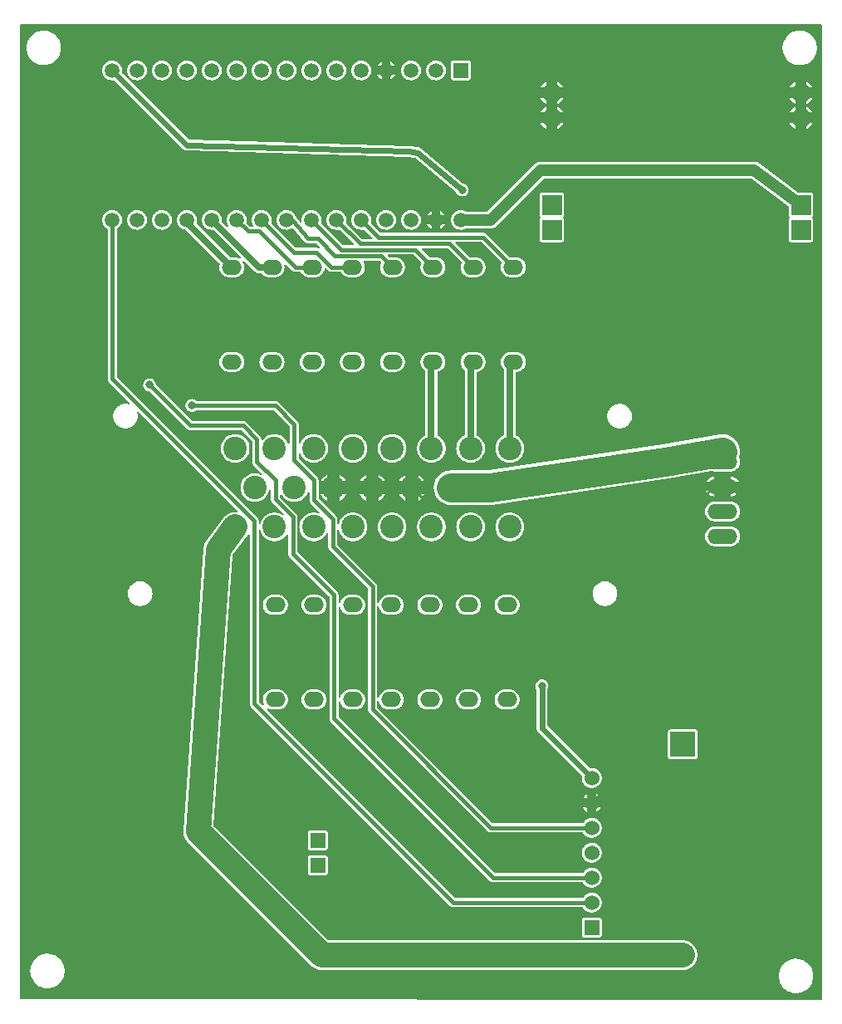
<source format=gbl>
G04 Layer: BottomLayer*
G04 EasyEDA v6.5.12, 2022-08-14 18:20:48*
G04 2a177721641841d29097ea14f7d9b4fa,85f94b3334f644aba6dda46b10c31569,10*
G04 Gerber Generator version 0.2*
G04 Scale: 100 percent, Rotated: No, Reflected: No *
G04 Dimensions in millimeters *
G04 leading zeros omitted , absolute positions ,4 integer and 5 decimal *
%FSLAX45Y45*%
%MOMM*%

%ADD10C,0.7000*%
%ADD11C,0.2540*%
%ADD12C,3.0000*%
%ADD13C,0.4000*%
%ADD14C,1.2000*%
%ADD15C,0.6000*%
%ADD16C,2.5000*%
%ADD17R,2.0000X2.0000*%
%ADD18C,2.0000*%
%ADD19C,2.4000*%
%ADD20R,2.4999X2.4999*%
%ADD21C,2.4999*%
%ADD22R,1.5080X1.5080*%
%ADD23C,1.5080*%
%ADD24O,2.032X1.524*%
%ADD25R,1.5240X1.5240*%
%ADD26C,1.5240*%
%ADD27O,3.048X1.524*%
%ADD28C,0.8000*%
%ADD29C,0.0133*%

%LPD*%
G36*
X8166100Y-9968992D02*
G01*
X36068Y-9965232D01*
X32156Y-9964420D01*
X28905Y-9962235D01*
X26670Y-9958933D01*
X25908Y-9955072D01*
X25908Y-36068D01*
X26670Y-32156D01*
X28905Y-28905D01*
X32156Y-26670D01*
X36068Y-25908D01*
X8193531Y-25908D01*
X8197443Y-26670D01*
X8200694Y-28905D01*
X8202930Y-32156D01*
X8203692Y-36068D01*
X8203692Y-9958832D01*
X8202930Y-9962743D01*
X8200694Y-9965994D01*
X8197443Y-9968230D01*
X8193531Y-9968992D01*
G37*

%LPC*%
G36*
X7980121Y-442518D02*
G01*
X7998206Y-441147D01*
X8015986Y-437896D01*
X8033410Y-432816D01*
X8050174Y-426008D01*
X8066125Y-417474D01*
X8081162Y-407365D01*
X8095081Y-395782D01*
X8107730Y-382828D01*
X8118957Y-368604D01*
X8128660Y-353314D01*
X8136788Y-337159D01*
X8143138Y-320192D01*
X8147761Y-302666D01*
X8150555Y-284784D01*
X8151469Y-266700D01*
X8150555Y-248615D01*
X8147761Y-230733D01*
X8143138Y-213207D01*
X8136788Y-196240D01*
X8128660Y-180086D01*
X8118957Y-164795D01*
X8107730Y-150571D01*
X8095081Y-137617D01*
X8081162Y-126034D01*
X8066125Y-115925D01*
X8050174Y-107391D01*
X8033410Y-100584D01*
X8015986Y-95504D01*
X7998206Y-92252D01*
X7980121Y-90881D01*
X7962036Y-91338D01*
X7944053Y-93675D01*
X7926425Y-97790D01*
X7909356Y-103784D01*
X7892948Y-111455D01*
X7877403Y-120751D01*
X7862925Y-131622D01*
X7849616Y-143916D01*
X7837678Y-157530D01*
X7827162Y-172313D01*
X7818272Y-188061D01*
X7811008Y-204673D01*
X7805521Y-221894D01*
X7801813Y-239623D01*
X7799933Y-257657D01*
X7799933Y-275742D01*
X7801813Y-293776D01*
X7805521Y-311505D01*
X7811008Y-328726D01*
X7818272Y-345338D01*
X7827162Y-361086D01*
X7837678Y-375869D01*
X7849616Y-389483D01*
X7862925Y-401777D01*
X7877403Y-412648D01*
X7892948Y-421944D01*
X7909356Y-429615D01*
X7926425Y-435609D01*
X7944053Y-439724D01*
X7962036Y-442061D01*
G37*
G36*
X309321Y-9853218D02*
G01*
X327406Y-9851847D01*
X345186Y-9848596D01*
X362610Y-9843516D01*
X379374Y-9836708D01*
X395325Y-9828174D01*
X410362Y-9818065D01*
X424281Y-9806482D01*
X436930Y-9793528D01*
X448157Y-9779304D01*
X457860Y-9764014D01*
X465988Y-9747859D01*
X472338Y-9730892D01*
X476961Y-9713366D01*
X479755Y-9695484D01*
X480669Y-9677400D01*
X479755Y-9659315D01*
X476961Y-9641433D01*
X472338Y-9623907D01*
X465988Y-9606940D01*
X457860Y-9590786D01*
X448157Y-9575495D01*
X436930Y-9561271D01*
X424281Y-9548317D01*
X410362Y-9536734D01*
X395325Y-9526625D01*
X379374Y-9518091D01*
X362610Y-9511284D01*
X345186Y-9506204D01*
X327406Y-9502952D01*
X309321Y-9501581D01*
X291236Y-9502038D01*
X273253Y-9504375D01*
X255625Y-9508490D01*
X238556Y-9514484D01*
X222148Y-9522155D01*
X206603Y-9531451D01*
X192125Y-9542322D01*
X178816Y-9554616D01*
X166878Y-9568230D01*
X156362Y-9583013D01*
X147472Y-9598761D01*
X140208Y-9615373D01*
X134721Y-9632594D01*
X131013Y-9650323D01*
X129133Y-9668357D01*
X129133Y-9686442D01*
X131013Y-9704476D01*
X134721Y-9722205D01*
X140208Y-9739426D01*
X147472Y-9756038D01*
X156362Y-9771786D01*
X166878Y-9786569D01*
X178816Y-9800183D01*
X192125Y-9812477D01*
X206603Y-9823348D01*
X222148Y-9832644D01*
X238556Y-9840315D01*
X255625Y-9846310D01*
X273253Y-9850424D01*
X291236Y-9852761D01*
G37*
G36*
X3102864Y-9667036D02*
G01*
X5791047Y-9663226D01*
X6780936Y-9667036D01*
X6798106Y-9666122D01*
X6814820Y-9663328D01*
X6831075Y-9658705D01*
X6846722Y-9652304D01*
X6861606Y-9644176D01*
X6875424Y-9634423D01*
X6888073Y-9623196D01*
X6899402Y-9610648D01*
X6909257Y-9596882D01*
X6917486Y-9582099D01*
X6924040Y-9566503D01*
X6928764Y-9550247D01*
X6931659Y-9533585D01*
X6932675Y-9516668D01*
X6931812Y-9499803D01*
X6929018Y-9483090D01*
X6924192Y-9466122D01*
X6917740Y-9450527D01*
X6909562Y-9435693D01*
X6899757Y-9421926D01*
X6888480Y-9409277D01*
X6875881Y-9398000D01*
X6862064Y-9388246D01*
X6847281Y-9380016D01*
X6831634Y-9373565D01*
X6815378Y-9368891D01*
X6798716Y-9366046D01*
X6781800Y-9365081D01*
X5791809Y-9361373D01*
X3169259Y-9365132D01*
X3165348Y-9364319D01*
X3162046Y-9362135D01*
X2000148Y-8200237D01*
X1997811Y-8196630D01*
X1997202Y-8192363D01*
X2191918Y-5442407D01*
X2192528Y-5439613D01*
X2193899Y-5437073D01*
X2340356Y-5240121D01*
X2348433Y-5227878D01*
X2351532Y-5224881D01*
X2355545Y-5223408D01*
X2359863Y-5223764D01*
X2363622Y-5225846D01*
X2366162Y-5229301D01*
X2367076Y-5233466D01*
X2367127Y-6948678D01*
X2368346Y-6957415D01*
X2371039Y-6965442D01*
X2375154Y-6972808D01*
X2380894Y-6979716D01*
X4413808Y-9012580D01*
X4420870Y-9017914D01*
X4428439Y-9021673D01*
X4436567Y-9023959D01*
X4445457Y-9024823D01*
X5757722Y-9024823D01*
X5761177Y-9025432D01*
X5764174Y-9027160D01*
X5766460Y-9029801D01*
X5770524Y-9036659D01*
X5779008Y-9047378D01*
X5788812Y-9056878D01*
X5799785Y-9064955D01*
X5811723Y-9071508D01*
X5824474Y-9076385D01*
X5837732Y-9079585D01*
X5851296Y-9080906D01*
X5864910Y-9080449D01*
X5878372Y-9078214D01*
X5891377Y-9074150D01*
X5903772Y-9068409D01*
X5915253Y-9061094D01*
X5925667Y-9052306D01*
X5934811Y-9042146D01*
X5942533Y-9030919D01*
X5948680Y-9018778D01*
X5953150Y-9005874D01*
X5955893Y-8992514D01*
X5956808Y-8978900D01*
X5955893Y-8965285D01*
X5953150Y-8951925D01*
X5948680Y-8939022D01*
X5942533Y-8926880D01*
X5934811Y-8915654D01*
X5925667Y-8905494D01*
X5915253Y-8896705D01*
X5903772Y-8889390D01*
X5891377Y-8883650D01*
X5878372Y-8879586D01*
X5864910Y-8877350D01*
X5851296Y-8876893D01*
X5837732Y-8878214D01*
X5824474Y-8881414D01*
X5811723Y-8886291D01*
X5799785Y-8892844D01*
X5788812Y-8900922D01*
X5779008Y-8910421D01*
X5770524Y-8921140D01*
X5766460Y-8927998D01*
X5764174Y-8930640D01*
X5761177Y-8932367D01*
X5757722Y-8932976D01*
X4468215Y-8932976D01*
X4464354Y-8932214D01*
X4461052Y-8930030D01*
X2548178Y-7017156D01*
X2545943Y-7013752D01*
X2545181Y-7009790D01*
X2546096Y-7005828D01*
X2548432Y-7002525D01*
X2551938Y-7000392D01*
X2555951Y-6999833D01*
X2559862Y-7000849D01*
X2564434Y-7003135D01*
X2577084Y-7007402D01*
X2590190Y-7009993D01*
X2603855Y-7010908D01*
X2653944Y-7010908D01*
X2667609Y-7009993D01*
X2680716Y-7007402D01*
X2693365Y-7003135D01*
X2705354Y-6997192D01*
X2716428Y-6989775D01*
X2726486Y-6980986D01*
X2735275Y-6970928D01*
X2742692Y-6959853D01*
X2748635Y-6947865D01*
X2752902Y-6935216D01*
X2755493Y-6922109D01*
X2756408Y-6908800D01*
X2755493Y-6895490D01*
X2752902Y-6882384D01*
X2748635Y-6869734D01*
X2742692Y-6857746D01*
X2735275Y-6846671D01*
X2726486Y-6836613D01*
X2716428Y-6827824D01*
X2705354Y-6820408D01*
X2693365Y-6814464D01*
X2680716Y-6810197D01*
X2667609Y-6807606D01*
X2653944Y-6806692D01*
X2603855Y-6806692D01*
X2590190Y-6807606D01*
X2577084Y-6810197D01*
X2564434Y-6814464D01*
X2552446Y-6820408D01*
X2541371Y-6827824D01*
X2531313Y-6836613D01*
X2522524Y-6846671D01*
X2515108Y-6857746D01*
X2509164Y-6869734D01*
X2504897Y-6882384D01*
X2502306Y-6895490D01*
X2501392Y-6908800D01*
X2502306Y-6922109D01*
X2504897Y-6935216D01*
X2509164Y-6947865D01*
X2511450Y-6952437D01*
X2512466Y-6956348D01*
X2511907Y-6960362D01*
X2509774Y-6963867D01*
X2506472Y-6966203D01*
X2502509Y-6967118D01*
X2498547Y-6966356D01*
X2495143Y-6964121D01*
X2461869Y-6930847D01*
X2459685Y-6927545D01*
X2458923Y-6923684D01*
X2458923Y-5190490D01*
X2459736Y-5186476D01*
X2462123Y-5183124D01*
X2465628Y-5180939D01*
X2469743Y-5180380D01*
X2473706Y-5181447D01*
X2476906Y-5184038D01*
X2478836Y-5187696D01*
X2481783Y-5198008D01*
X2488031Y-5213096D01*
X2495956Y-5227421D01*
X2505456Y-5240782D01*
X2516327Y-5252974D01*
X2528519Y-5263845D01*
X2541879Y-5273344D01*
X2556205Y-5281269D01*
X2571292Y-5287518D01*
X2587040Y-5292039D01*
X2603144Y-5294782D01*
X2619502Y-5295696D01*
X2635859Y-5294782D01*
X2651963Y-5292039D01*
X2667711Y-5287518D01*
X2682798Y-5281269D01*
X2697124Y-5273344D01*
X2710484Y-5263845D01*
X2722676Y-5252974D01*
X2733548Y-5240782D01*
X2742336Y-5228386D01*
X2745486Y-5225542D01*
X2749499Y-5224170D01*
X2753715Y-5224576D01*
X2757424Y-5226710D01*
X2759913Y-5230114D01*
X2760776Y-5234279D01*
X2760827Y-5424678D01*
X2762046Y-5433415D01*
X2764739Y-5441442D01*
X2768854Y-5448808D01*
X2774594Y-5455716D01*
X3176930Y-5858052D01*
X3179114Y-5861354D01*
X3179876Y-5865215D01*
X3179927Y-7101078D01*
X3181146Y-7109815D01*
X3183839Y-7117842D01*
X3187954Y-7125208D01*
X3193694Y-7132116D01*
X4820208Y-8758580D01*
X4827270Y-8763914D01*
X4834839Y-8767673D01*
X4842967Y-8769959D01*
X4851857Y-8770823D01*
X5757722Y-8770823D01*
X5761177Y-8771432D01*
X5764174Y-8773160D01*
X5766460Y-8775801D01*
X5770524Y-8782659D01*
X5779008Y-8793378D01*
X5788812Y-8802878D01*
X5799785Y-8810955D01*
X5811723Y-8817508D01*
X5824474Y-8822385D01*
X5837732Y-8825585D01*
X5851296Y-8826906D01*
X5864910Y-8826449D01*
X5878372Y-8824214D01*
X5891377Y-8820150D01*
X5903772Y-8814409D01*
X5915253Y-8807094D01*
X5925667Y-8798306D01*
X5934811Y-8788146D01*
X5942533Y-8776919D01*
X5948680Y-8764778D01*
X5953150Y-8751874D01*
X5955893Y-8738514D01*
X5956808Y-8724900D01*
X5955893Y-8711285D01*
X5953150Y-8697925D01*
X5948680Y-8685022D01*
X5942533Y-8672880D01*
X5934811Y-8661654D01*
X5925667Y-8651494D01*
X5915253Y-8642705D01*
X5903772Y-8635390D01*
X5891377Y-8629650D01*
X5878372Y-8625586D01*
X5864910Y-8623350D01*
X5851296Y-8622893D01*
X5837732Y-8624214D01*
X5824474Y-8627414D01*
X5811723Y-8632291D01*
X5799785Y-8638844D01*
X5788812Y-8646922D01*
X5779008Y-8656421D01*
X5770524Y-8667140D01*
X5766460Y-8673998D01*
X5764174Y-8676640D01*
X5761177Y-8678367D01*
X5757722Y-8678976D01*
X4874615Y-8678976D01*
X4870754Y-8678214D01*
X4867452Y-8676030D01*
X3274669Y-7083247D01*
X3272485Y-7079945D01*
X3271723Y-7076084D01*
X3271723Y-6934911D01*
X3272586Y-6930745D01*
X3275076Y-6927342D01*
X3278784Y-6925208D01*
X3283000Y-6924802D01*
X3287014Y-6926122D01*
X3290163Y-6929018D01*
X3291840Y-6932930D01*
X3292297Y-6935216D01*
X3296564Y-6947865D01*
X3302508Y-6959853D01*
X3309924Y-6970928D01*
X3318713Y-6980986D01*
X3328771Y-6989775D01*
X3339846Y-6997192D01*
X3351834Y-7003135D01*
X3364484Y-7007402D01*
X3377590Y-7009993D01*
X3391255Y-7010908D01*
X3441344Y-7010908D01*
X3455009Y-7009993D01*
X3468115Y-7007402D01*
X3480765Y-7003135D01*
X3492754Y-6997192D01*
X3503828Y-6989775D01*
X3513886Y-6980986D01*
X3522675Y-6970928D01*
X3530092Y-6959853D01*
X3536035Y-6947865D01*
X3540302Y-6935216D01*
X3542893Y-6922109D01*
X3543808Y-6908800D01*
X3542893Y-6895490D01*
X3540302Y-6882384D01*
X3536035Y-6869734D01*
X3530092Y-6857746D01*
X3522675Y-6846671D01*
X3513886Y-6836613D01*
X3503828Y-6827824D01*
X3492754Y-6820408D01*
X3480765Y-6814464D01*
X3468115Y-6810197D01*
X3455009Y-6807606D01*
X3441344Y-6806692D01*
X3391255Y-6806692D01*
X3377590Y-6807606D01*
X3364484Y-6810197D01*
X3351834Y-6814464D01*
X3339846Y-6820408D01*
X3328771Y-6827824D01*
X3318713Y-6836613D01*
X3309924Y-6846671D01*
X3302508Y-6857746D01*
X3296564Y-6869734D01*
X3292297Y-6882384D01*
X3291840Y-6884670D01*
X3290163Y-6888581D01*
X3287014Y-6891477D01*
X3283000Y-6892798D01*
X3278784Y-6892391D01*
X3275076Y-6890258D01*
X3272586Y-6886854D01*
X3271723Y-6882688D01*
X3271723Y-5969711D01*
X3272586Y-5965545D01*
X3275076Y-5962142D01*
X3278784Y-5960008D01*
X3283000Y-5959602D01*
X3287014Y-5960922D01*
X3290163Y-5963818D01*
X3291840Y-5967730D01*
X3292297Y-5970016D01*
X3296564Y-5982665D01*
X3302508Y-5994654D01*
X3309924Y-6005728D01*
X3318713Y-6015786D01*
X3328771Y-6024575D01*
X3339846Y-6031992D01*
X3351834Y-6037935D01*
X3364484Y-6042202D01*
X3377590Y-6044793D01*
X3391255Y-6045708D01*
X3441344Y-6045708D01*
X3455009Y-6044793D01*
X3468115Y-6042202D01*
X3480765Y-6037935D01*
X3492754Y-6031992D01*
X3503828Y-6024575D01*
X3513886Y-6015786D01*
X3522675Y-6005728D01*
X3530092Y-5994654D01*
X3536035Y-5982665D01*
X3540302Y-5970016D01*
X3542893Y-5956909D01*
X3543808Y-5943600D01*
X3542893Y-5930290D01*
X3540302Y-5917184D01*
X3536035Y-5904534D01*
X3530092Y-5892546D01*
X3522675Y-5881471D01*
X3513886Y-5871413D01*
X3503828Y-5862624D01*
X3492754Y-5855208D01*
X3480765Y-5849264D01*
X3468115Y-5844997D01*
X3455009Y-5842406D01*
X3441344Y-5841492D01*
X3391255Y-5841492D01*
X3377590Y-5842406D01*
X3364484Y-5844997D01*
X3351834Y-5849264D01*
X3339846Y-5855208D01*
X3328771Y-5862624D01*
X3318713Y-5871413D01*
X3309924Y-5881471D01*
X3302508Y-5892546D01*
X3296564Y-5904534D01*
X3292297Y-5917184D01*
X3291840Y-5919470D01*
X3290163Y-5923381D01*
X3287014Y-5926277D01*
X3283000Y-5927598D01*
X3278784Y-5927191D01*
X3275076Y-5925058D01*
X3272586Y-5921654D01*
X3271723Y-5917488D01*
X3271672Y-5840222D01*
X3270453Y-5831484D01*
X3267760Y-5823458D01*
X3263646Y-5816092D01*
X3257905Y-5809183D01*
X2855569Y-5406847D01*
X2853385Y-5403545D01*
X2852623Y-5399684D01*
X2852572Y-5040122D01*
X2851353Y-5031384D01*
X2848660Y-5023358D01*
X2844546Y-5015992D01*
X2838805Y-5009083D01*
X2677769Y-4848047D01*
X2675585Y-4844745D01*
X2674823Y-4840884D01*
X2674823Y-4828540D01*
X2675788Y-4824171D01*
X2678480Y-4820716D01*
X2682443Y-4818684D01*
X2686862Y-4818532D01*
X2690926Y-4820310D01*
X2693873Y-4823612D01*
X2695956Y-4827422D01*
X2705455Y-4840782D01*
X2716326Y-4852974D01*
X2728518Y-4863846D01*
X2741879Y-4873345D01*
X2756204Y-4881270D01*
X2771292Y-4887518D01*
X2787040Y-4892040D01*
X2803144Y-4894783D01*
X2819501Y-4895697D01*
X2835859Y-4894783D01*
X2851962Y-4892040D01*
X2867710Y-4887518D01*
X2882798Y-4881270D01*
X2897124Y-4873345D01*
X2910484Y-4863846D01*
X2922676Y-4852974D01*
X2933547Y-4840782D01*
X2943047Y-4827422D01*
X2950972Y-4813096D01*
X2957169Y-4798161D01*
X2959354Y-4794859D01*
X2962656Y-4792624D01*
X2966516Y-4791862D01*
X2970428Y-4792624D01*
X2973730Y-4794859D01*
X2975914Y-4798161D01*
X2976676Y-4802022D01*
X2976727Y-4878578D01*
X2977946Y-4887315D01*
X2980639Y-4895342D01*
X2984754Y-4902708D01*
X2990494Y-4909616D01*
X3075330Y-4994452D01*
X3077718Y-4998212D01*
X3078276Y-5002580D01*
X3076905Y-5006797D01*
X3073908Y-5010048D01*
X3069793Y-5011674D01*
X3065373Y-5011420D01*
X3051962Y-5007559D01*
X3035858Y-5004816D01*
X3019501Y-5003901D01*
X3003143Y-5004816D01*
X2987040Y-5007559D01*
X2971292Y-5012080D01*
X2956204Y-5018328D01*
X2941878Y-5026253D01*
X2928518Y-5035753D01*
X2916326Y-5046624D01*
X2905455Y-5058816D01*
X2895955Y-5072176D01*
X2888030Y-5086502D01*
X2881782Y-5101590D01*
X2877261Y-5117338D01*
X2874518Y-5133441D01*
X2873603Y-5149799D01*
X2874518Y-5166156D01*
X2877261Y-5182260D01*
X2881782Y-5198008D01*
X2888030Y-5213096D01*
X2895955Y-5227421D01*
X2905455Y-5240782D01*
X2916326Y-5252974D01*
X2928518Y-5263845D01*
X2941878Y-5273344D01*
X2956204Y-5281269D01*
X2971292Y-5287518D01*
X2987040Y-5292039D01*
X3003143Y-5294782D01*
X3019501Y-5295696D01*
X3035858Y-5294782D01*
X3051962Y-5292039D01*
X3067710Y-5287518D01*
X3082798Y-5281269D01*
X3097123Y-5273344D01*
X3110484Y-5263845D01*
X3122676Y-5252974D01*
X3133547Y-5240782D01*
X3143046Y-5227421D01*
X3148126Y-5218176D01*
X3151073Y-5214874D01*
X3155137Y-5213096D01*
X3159556Y-5213248D01*
X3163519Y-5215280D01*
X3166211Y-5218785D01*
X3167176Y-5223103D01*
X3167227Y-5348478D01*
X3168446Y-5357215D01*
X3171139Y-5365242D01*
X3175254Y-5372608D01*
X3180994Y-5379516D01*
X3570630Y-5769152D01*
X3572814Y-5772454D01*
X3573576Y-5776315D01*
X3573627Y-7012178D01*
X3574846Y-7020915D01*
X3577539Y-7028942D01*
X3581654Y-7036308D01*
X3587394Y-7043216D01*
X4794808Y-8250580D01*
X4801870Y-8255914D01*
X4809439Y-8259673D01*
X4817567Y-8261959D01*
X4826457Y-8262823D01*
X5757722Y-8262823D01*
X5761177Y-8263432D01*
X5764174Y-8265159D01*
X5766460Y-8267801D01*
X5770524Y-8274659D01*
X5779008Y-8285378D01*
X5788812Y-8294878D01*
X5799785Y-8302955D01*
X5811723Y-8309508D01*
X5824474Y-8314385D01*
X5837732Y-8317585D01*
X5851296Y-8318906D01*
X5864910Y-8318449D01*
X5878372Y-8316214D01*
X5891377Y-8312150D01*
X5903772Y-8306409D01*
X5915253Y-8299094D01*
X5925667Y-8290306D01*
X5934811Y-8280146D01*
X5942533Y-8268919D01*
X5948680Y-8256778D01*
X5953150Y-8243874D01*
X5955893Y-8230514D01*
X5956808Y-8216900D01*
X5955893Y-8203285D01*
X5953150Y-8189925D01*
X5948680Y-8177022D01*
X5942533Y-8164880D01*
X5934811Y-8153653D01*
X5925667Y-8143494D01*
X5915253Y-8134705D01*
X5903772Y-8127390D01*
X5891377Y-8121650D01*
X5878372Y-8117586D01*
X5864910Y-8115350D01*
X5851296Y-8114893D01*
X5837732Y-8116214D01*
X5824474Y-8119414D01*
X5811723Y-8124291D01*
X5799785Y-8130844D01*
X5788812Y-8138922D01*
X5779008Y-8148421D01*
X5770524Y-8159140D01*
X5766460Y-8165998D01*
X5764174Y-8168640D01*
X5761177Y-8170367D01*
X5757722Y-8170976D01*
X4849215Y-8170976D01*
X4845354Y-8170214D01*
X4842052Y-8168030D01*
X3668369Y-6994347D01*
X3666185Y-6991045D01*
X3665423Y-6987184D01*
X3665423Y-6934911D01*
X3666286Y-6930745D01*
X3668776Y-6927342D01*
X3672484Y-6925208D01*
X3676700Y-6924802D01*
X3680714Y-6926122D01*
X3683863Y-6929018D01*
X3685540Y-6932930D01*
X3685997Y-6935216D01*
X3690264Y-6947865D01*
X3696208Y-6959853D01*
X3703624Y-6970928D01*
X3712413Y-6980986D01*
X3722471Y-6989775D01*
X3733546Y-6997192D01*
X3745534Y-7003135D01*
X3758184Y-7007402D01*
X3771290Y-7009993D01*
X3784955Y-7010908D01*
X3835044Y-7010908D01*
X3848709Y-7009993D01*
X3861815Y-7007402D01*
X3874465Y-7003135D01*
X3886454Y-6997192D01*
X3897528Y-6989775D01*
X3907586Y-6980986D01*
X3916375Y-6970928D01*
X3923792Y-6959853D01*
X3929735Y-6947865D01*
X3934002Y-6935216D01*
X3936593Y-6922109D01*
X3937508Y-6908800D01*
X3936593Y-6895490D01*
X3934002Y-6882384D01*
X3929735Y-6869734D01*
X3923792Y-6857746D01*
X3916375Y-6846671D01*
X3907586Y-6836613D01*
X3897528Y-6827824D01*
X3886454Y-6820408D01*
X3874465Y-6814464D01*
X3861815Y-6810197D01*
X3848709Y-6807606D01*
X3835044Y-6806692D01*
X3784955Y-6806692D01*
X3771290Y-6807606D01*
X3758184Y-6810197D01*
X3745534Y-6814464D01*
X3733546Y-6820408D01*
X3722471Y-6827824D01*
X3712413Y-6836613D01*
X3703624Y-6846671D01*
X3696208Y-6857746D01*
X3690264Y-6869734D01*
X3685997Y-6882384D01*
X3685540Y-6884670D01*
X3683863Y-6888581D01*
X3680714Y-6891477D01*
X3676700Y-6892798D01*
X3672484Y-6892391D01*
X3668776Y-6890258D01*
X3666286Y-6886854D01*
X3665423Y-6882688D01*
X3665423Y-5969711D01*
X3666286Y-5965545D01*
X3668776Y-5962142D01*
X3672484Y-5960008D01*
X3676700Y-5959602D01*
X3680714Y-5960922D01*
X3683863Y-5963818D01*
X3685540Y-5967730D01*
X3685997Y-5970016D01*
X3690264Y-5982665D01*
X3696208Y-5994654D01*
X3703624Y-6005728D01*
X3712413Y-6015786D01*
X3722471Y-6024575D01*
X3733546Y-6031992D01*
X3745534Y-6037935D01*
X3758184Y-6042202D01*
X3771290Y-6044793D01*
X3784955Y-6045708D01*
X3835044Y-6045708D01*
X3848709Y-6044793D01*
X3861815Y-6042202D01*
X3874465Y-6037935D01*
X3886454Y-6031992D01*
X3897528Y-6024575D01*
X3907586Y-6015786D01*
X3916375Y-6005728D01*
X3923792Y-5994654D01*
X3929735Y-5982665D01*
X3934002Y-5970016D01*
X3936593Y-5956909D01*
X3937508Y-5943600D01*
X3936593Y-5930290D01*
X3934002Y-5917184D01*
X3929735Y-5904534D01*
X3923792Y-5892546D01*
X3916375Y-5881471D01*
X3907586Y-5871413D01*
X3897528Y-5862624D01*
X3886454Y-5855208D01*
X3874465Y-5849264D01*
X3861815Y-5844997D01*
X3848709Y-5842406D01*
X3835044Y-5841492D01*
X3784955Y-5841492D01*
X3771290Y-5842406D01*
X3758184Y-5844997D01*
X3745534Y-5849264D01*
X3733546Y-5855208D01*
X3722471Y-5862624D01*
X3712413Y-5871413D01*
X3703624Y-5881471D01*
X3696208Y-5892546D01*
X3690264Y-5904534D01*
X3685997Y-5917184D01*
X3685540Y-5919470D01*
X3683863Y-5923381D01*
X3680714Y-5926277D01*
X3676700Y-5927598D01*
X3672484Y-5927191D01*
X3668776Y-5925058D01*
X3666286Y-5921654D01*
X3665423Y-5917488D01*
X3665372Y-5751322D01*
X3664153Y-5742584D01*
X3661460Y-5734558D01*
X3657346Y-5727192D01*
X3651605Y-5720283D01*
X3261969Y-5330647D01*
X3259785Y-5327345D01*
X3259023Y-5323484D01*
X3259023Y-5190845D01*
X3259836Y-5186832D01*
X3262223Y-5183428D01*
X3265728Y-5181295D01*
X3269843Y-5180736D01*
X3273806Y-5181803D01*
X3277006Y-5184394D01*
X3278936Y-5188051D01*
X3281781Y-5198008D01*
X3288029Y-5213096D01*
X3295954Y-5227421D01*
X3305454Y-5240782D01*
X3316325Y-5252974D01*
X3328517Y-5263845D01*
X3341878Y-5273344D01*
X3356203Y-5281269D01*
X3371291Y-5287518D01*
X3387039Y-5292039D01*
X3403142Y-5294782D01*
X3419500Y-5295696D01*
X3435858Y-5294782D01*
X3451961Y-5292039D01*
X3467709Y-5287518D01*
X3482797Y-5281269D01*
X3497122Y-5273344D01*
X3510483Y-5263845D01*
X3522675Y-5252974D01*
X3533546Y-5240782D01*
X3543046Y-5227421D01*
X3550970Y-5213096D01*
X3557219Y-5198008D01*
X3561740Y-5182260D01*
X3564483Y-5166156D01*
X3565398Y-5149799D01*
X3564483Y-5133441D01*
X3561740Y-5117338D01*
X3557219Y-5101590D01*
X3550970Y-5086502D01*
X3543046Y-5072176D01*
X3533546Y-5058816D01*
X3522675Y-5046624D01*
X3510483Y-5035753D01*
X3497122Y-5026253D01*
X3482797Y-5018328D01*
X3467709Y-5012080D01*
X3451961Y-5007559D01*
X3435858Y-5004816D01*
X3419500Y-5003901D01*
X3403142Y-5004816D01*
X3387039Y-5007559D01*
X3371291Y-5012080D01*
X3356203Y-5018328D01*
X3341878Y-5026253D01*
X3328517Y-5035753D01*
X3316325Y-5046624D01*
X3305454Y-5058816D01*
X3295954Y-5072176D01*
X3288029Y-5086502D01*
X3281781Y-5101590D01*
X3278936Y-5111546D01*
X3277006Y-5115204D01*
X3273806Y-5117795D01*
X3269843Y-5118862D01*
X3265728Y-5118303D01*
X3262223Y-5116169D01*
X3259836Y-5112766D01*
X3259023Y-5108752D01*
X3258972Y-5065522D01*
X3257753Y-5056784D01*
X3255060Y-5048758D01*
X3250946Y-5041392D01*
X3245205Y-5034483D01*
X3071469Y-4860747D01*
X3069285Y-4857445D01*
X3068523Y-4853584D01*
X3068523Y-4817008D01*
X3069488Y-4812639D01*
X3070352Y-4811522D01*
X3069285Y-4809896D01*
X3068523Y-4805984D01*
X3068523Y-4693615D01*
X3069285Y-4689703D01*
X3070352Y-4688078D01*
X3069488Y-4686960D01*
X3068523Y-4682642D01*
X3068472Y-4671720D01*
X3067253Y-4663084D01*
X3064560Y-4655058D01*
X3060446Y-4647692D01*
X3054705Y-4640783D01*
X2868269Y-4454347D01*
X2866085Y-4451045D01*
X2865323Y-4447184D01*
X2865323Y-4409287D01*
X2866085Y-4405376D01*
X2868269Y-4402074D01*
X2871571Y-4399889D01*
X2875483Y-4399127D01*
X2879344Y-4399889D01*
X2882646Y-4402074D01*
X2884830Y-4405376D01*
X2888030Y-4413097D01*
X2895955Y-4427423D01*
X2905455Y-4440783D01*
X2916326Y-4452975D01*
X2928518Y-4463846D01*
X2941878Y-4473346D01*
X2956204Y-4481271D01*
X2971292Y-4487519D01*
X2987040Y-4492040D01*
X3003143Y-4494784D01*
X3019501Y-4495698D01*
X3035858Y-4494784D01*
X3051962Y-4492040D01*
X3067710Y-4487519D01*
X3082798Y-4481271D01*
X3097123Y-4473346D01*
X3110484Y-4463846D01*
X3122676Y-4452975D01*
X3133547Y-4440783D01*
X3143046Y-4427423D01*
X3150971Y-4413097D01*
X3157220Y-4398010D01*
X3161741Y-4382262D01*
X3164484Y-4366158D01*
X3165398Y-4349800D01*
X3164484Y-4333443D01*
X3161741Y-4317339D01*
X3157220Y-4301591D01*
X3150971Y-4286504D01*
X3143046Y-4272178D01*
X3133547Y-4258818D01*
X3122676Y-4246626D01*
X3110484Y-4235754D01*
X3097123Y-4226255D01*
X3082798Y-4218330D01*
X3067710Y-4212082D01*
X3051962Y-4207560D01*
X3035858Y-4204817D01*
X3019501Y-4203903D01*
X3003143Y-4204817D01*
X2987040Y-4207560D01*
X2971292Y-4212082D01*
X2956204Y-4218330D01*
X2941878Y-4226255D01*
X2928518Y-4235754D01*
X2916326Y-4246626D01*
X2905455Y-4258818D01*
X2895955Y-4272178D01*
X2888030Y-4286504D01*
X2884830Y-4294225D01*
X2882646Y-4297527D01*
X2879344Y-4299712D01*
X2875483Y-4300474D01*
X2871571Y-4299712D01*
X2868269Y-4297527D01*
X2866085Y-4294225D01*
X2865323Y-4290314D01*
X2865272Y-4100322D01*
X2864053Y-4091584D01*
X2861360Y-4083558D01*
X2857246Y-4076192D01*
X2851505Y-4069283D01*
X2660091Y-3877919D01*
X2653030Y-3872585D01*
X2645460Y-3868826D01*
X2637332Y-3866540D01*
X2628442Y-3865676D01*
X1829206Y-3865676D01*
X1825802Y-3865118D01*
X1822805Y-3863390D01*
X1815439Y-3857396D01*
X1806244Y-3852062D01*
X1796338Y-3848303D01*
X1785924Y-3846220D01*
X1775358Y-3845763D01*
X1764842Y-3847033D01*
X1754632Y-3850030D01*
X1745081Y-3854551D01*
X1736343Y-3860596D01*
X1728673Y-3867912D01*
X1722323Y-3876395D01*
X1717395Y-3885793D01*
X1714042Y-3895851D01*
X1712315Y-3906316D01*
X1712315Y-3916883D01*
X1714042Y-3927348D01*
X1717395Y-3937406D01*
X1722323Y-3946804D01*
X1728673Y-3955287D01*
X1736343Y-3962603D01*
X1745081Y-3968648D01*
X1754632Y-3973169D01*
X1764842Y-3976166D01*
X1775358Y-3977436D01*
X1785924Y-3976979D01*
X1796338Y-3974896D01*
X1806244Y-3971137D01*
X1815439Y-3965803D01*
X1822805Y-3959809D01*
X1825802Y-3958082D01*
X1829206Y-3957523D01*
X2605684Y-3957523D01*
X2609545Y-3958285D01*
X2612847Y-3960469D01*
X2770530Y-4118152D01*
X2772714Y-4121454D01*
X2773476Y-4125315D01*
X2773476Y-4289856D01*
X2772714Y-4293717D01*
X2770530Y-4297019D01*
X2767228Y-4299254D01*
X2763316Y-4300016D01*
X2759456Y-4299254D01*
X2756154Y-4297019D01*
X2753969Y-4293717D01*
X2750972Y-4286504D01*
X2743047Y-4272178D01*
X2733548Y-4258818D01*
X2722676Y-4246626D01*
X2710484Y-4235754D01*
X2697124Y-4226255D01*
X2682798Y-4218330D01*
X2667711Y-4212082D01*
X2651963Y-4207560D01*
X2635859Y-4204817D01*
X2619502Y-4203903D01*
X2603144Y-4204817D01*
X2587040Y-4207560D01*
X2571292Y-4212082D01*
X2556205Y-4218330D01*
X2541879Y-4226255D01*
X2528519Y-4235754D01*
X2516327Y-4246626D01*
X2505456Y-4258818D01*
X2502763Y-4262628D01*
X2499664Y-4265472D01*
X2495651Y-4266844D01*
X2491435Y-4266438D01*
X2487777Y-4264355D01*
X2485237Y-4261002D01*
X2484323Y-4256887D01*
X2484272Y-4252671D01*
X2483053Y-4243984D01*
X2480360Y-4235958D01*
X2476246Y-4228592D01*
X2470505Y-4221683D01*
X2329891Y-4081119D01*
X2322830Y-4075785D01*
X2315260Y-4072026D01*
X2307132Y-4069740D01*
X2298242Y-4068876D01*
X1782267Y-4068876D01*
X1778355Y-4068114D01*
X1775053Y-4065930D01*
X1414780Y-3705656D01*
X1412748Y-3702710D01*
X1411833Y-3699306D01*
X1411224Y-3691382D01*
X1408684Y-3681120D01*
X1404518Y-3671366D01*
X1398879Y-3662375D01*
X1391818Y-3654450D01*
X1383639Y-3647744D01*
X1374444Y-3642461D01*
X1364538Y-3638702D01*
X1354124Y-3636568D01*
X1343558Y-3636162D01*
X1333042Y-3637432D01*
X1322832Y-3640378D01*
X1313281Y-3644900D01*
X1304544Y-3650945D01*
X1296873Y-3658311D01*
X1290523Y-3666744D01*
X1285595Y-3676142D01*
X1282242Y-3686200D01*
X1280515Y-3696665D01*
X1280515Y-3707282D01*
X1282242Y-3717747D01*
X1285595Y-3727805D01*
X1290523Y-3737203D01*
X1296873Y-3745636D01*
X1304544Y-3753002D01*
X1313281Y-3759047D01*
X1322832Y-3763568D01*
X1333042Y-3766515D01*
X1344117Y-3767886D01*
X1347317Y-3768801D01*
X1350060Y-3770782D01*
X1727860Y-4148480D01*
X1734870Y-4153814D01*
X1742439Y-4157573D01*
X1750618Y-4159859D01*
X1759508Y-4160723D01*
X2275484Y-4160723D01*
X2279345Y-4161485D01*
X2282647Y-4163669D01*
X2389530Y-4270552D01*
X2391714Y-4273854D01*
X2392476Y-4277715D01*
X2392527Y-4484878D01*
X2393746Y-4493615D01*
X2396439Y-4501642D01*
X2400554Y-4509008D01*
X2406294Y-4515916D01*
X2490927Y-4600549D01*
X2493162Y-4603851D01*
X2493924Y-4607763D01*
X2493162Y-4611624D01*
X2490927Y-4614926D01*
X2487625Y-4617161D01*
X2483764Y-4617923D01*
X2479852Y-4617161D01*
X2467711Y-4612081D01*
X2451963Y-4607560D01*
X2435860Y-4604816D01*
X2419502Y-4603902D01*
X2403144Y-4604816D01*
X2387041Y-4607560D01*
X2371293Y-4612081D01*
X2356205Y-4618329D01*
X2341880Y-4626254D01*
X2328519Y-4635754D01*
X2316327Y-4646625D01*
X2305456Y-4658817D01*
X2295956Y-4672177D01*
X2288032Y-4686503D01*
X2281783Y-4701590D01*
X2277262Y-4717338D01*
X2274519Y-4733442D01*
X2273604Y-4749800D01*
X2274519Y-4766157D01*
X2277262Y-4782261D01*
X2281783Y-4798009D01*
X2288032Y-4813096D01*
X2295956Y-4827422D01*
X2305456Y-4840782D01*
X2316327Y-4852974D01*
X2328519Y-4863846D01*
X2341880Y-4873345D01*
X2356205Y-4881270D01*
X2371293Y-4887518D01*
X2387041Y-4892040D01*
X2403144Y-4894783D01*
X2419502Y-4895697D01*
X2435860Y-4894783D01*
X2451963Y-4892040D01*
X2467711Y-4887518D01*
X2482799Y-4881270D01*
X2497124Y-4873345D01*
X2510485Y-4863846D01*
X2522677Y-4852974D01*
X2533548Y-4840782D01*
X2543048Y-4827422D01*
X2550972Y-4813096D01*
X2557221Y-4798009D01*
X2561742Y-4782261D01*
X2562809Y-4775911D01*
X2564384Y-4771948D01*
X2567482Y-4769002D01*
X2571546Y-4767529D01*
X2575814Y-4767935D01*
X2579522Y-4770018D01*
X2582113Y-4773422D01*
X2582976Y-4777638D01*
X2583027Y-4865878D01*
X2584246Y-4874615D01*
X2586939Y-4882642D01*
X2591054Y-4890008D01*
X2596794Y-4896916D01*
X2711856Y-5011978D01*
X2714193Y-5015585D01*
X2714802Y-5019802D01*
X2713634Y-5023967D01*
X2710891Y-5027218D01*
X2707030Y-5029047D01*
X2702712Y-5029149D01*
X2698800Y-5027472D01*
X2697124Y-5026253D01*
X2682798Y-5018328D01*
X2667711Y-5012080D01*
X2651963Y-5007559D01*
X2635859Y-5004816D01*
X2619502Y-5003901D01*
X2603144Y-5004816D01*
X2587040Y-5007559D01*
X2571292Y-5012080D01*
X2556205Y-5018328D01*
X2541879Y-5026253D01*
X2528519Y-5035753D01*
X2516327Y-5046624D01*
X2505456Y-5058816D01*
X2495956Y-5072176D01*
X2488031Y-5086502D01*
X2481783Y-5101590D01*
X2478836Y-5111902D01*
X2476906Y-5115560D01*
X2473706Y-5118150D01*
X2469743Y-5119217D01*
X2465628Y-5118658D01*
X2462123Y-5116525D01*
X2459736Y-5113121D01*
X2458923Y-5109108D01*
X2458872Y-5085994D01*
X2457653Y-5077358D01*
X2454960Y-5069332D01*
X2450846Y-5061966D01*
X2445105Y-5055108D01*
X1014069Y-3624021D01*
X1011885Y-3620719D01*
X1011123Y-3616858D01*
X1011123Y-2115464D01*
X1011682Y-2112111D01*
X1013307Y-2109165D01*
X1015796Y-2106879D01*
X1025296Y-2100834D01*
X1035608Y-2092096D01*
X1044702Y-2082088D01*
X1052322Y-2070912D01*
X1058468Y-2058822D01*
X1062888Y-2046071D01*
X1065580Y-2032812D01*
X1066495Y-2019300D01*
X1065580Y-2005787D01*
X1062888Y-1992528D01*
X1058468Y-1979777D01*
X1052322Y-1967687D01*
X1044702Y-1956511D01*
X1035608Y-1946503D01*
X1025296Y-1937766D01*
X1013866Y-1930501D01*
X1001623Y-1924761D01*
X988669Y-1920798D01*
X975360Y-1918512D01*
X961796Y-1918055D01*
X948334Y-1919427D01*
X935177Y-1922576D01*
X922578Y-1927402D01*
X910691Y-1933905D01*
X899820Y-1941931D01*
X890066Y-1951380D01*
X881684Y-1961997D01*
X874776Y-1973630D01*
X869543Y-1986076D01*
X865936Y-1999132D01*
X864158Y-2012543D01*
X864158Y-2026056D01*
X865936Y-2039467D01*
X869543Y-2052523D01*
X874776Y-2064969D01*
X881684Y-2076602D01*
X890066Y-2087219D01*
X899820Y-2096668D01*
X910691Y-2104694D01*
X913993Y-2106472D01*
X916838Y-2108758D01*
X918667Y-2111857D01*
X919276Y-2115413D01*
X919327Y-3641851D01*
X920546Y-3650589D01*
X923239Y-3658615D01*
X927353Y-3665982D01*
X933094Y-3672890D01*
X1141374Y-3881170D01*
X1143762Y-3884929D01*
X1144270Y-3889349D01*
X1142847Y-3893616D01*
X1139799Y-3896817D01*
X1135583Y-3898392D01*
X1131163Y-3898036D01*
X1129639Y-3897579D01*
X1114704Y-3894836D01*
X1099515Y-3893921D01*
X1084326Y-3894836D01*
X1069390Y-3897579D01*
X1054862Y-3902100D01*
X1040993Y-3908348D01*
X1027988Y-3916222D01*
X1016050Y-3925570D01*
X1005281Y-3936339D01*
X995934Y-3948277D01*
X988060Y-3961282D01*
X981811Y-3975150D01*
X977290Y-3989679D01*
X974547Y-4004614D01*
X973632Y-4019804D01*
X974547Y-4034993D01*
X977290Y-4049928D01*
X981811Y-4064457D01*
X988060Y-4078325D01*
X995934Y-4091330D01*
X1005281Y-4103268D01*
X1016050Y-4114037D01*
X1027988Y-4123385D01*
X1040993Y-4131259D01*
X1054862Y-4137507D01*
X1069390Y-4142028D01*
X1084326Y-4144772D01*
X1099515Y-4145686D01*
X1114704Y-4144772D01*
X1129639Y-4142028D01*
X1144168Y-4137507D01*
X1158036Y-4131259D01*
X1171041Y-4123385D01*
X1182979Y-4114037D01*
X1193749Y-4103268D01*
X1203096Y-4091330D01*
X1210970Y-4078325D01*
X1217218Y-4064457D01*
X1221740Y-4049928D01*
X1224483Y-4034993D01*
X1225397Y-4019804D01*
X1224483Y-4004614D01*
X1221740Y-3989679D01*
X1221282Y-3988155D01*
X1220927Y-3983736D01*
X1222502Y-3979519D01*
X1225702Y-3976471D01*
X1229969Y-3975049D01*
X1234389Y-3975557D01*
X1238148Y-3977944D01*
X2242769Y-4982565D01*
X2245055Y-4986070D01*
X2245715Y-4990185D01*
X2244699Y-4994249D01*
X2242108Y-4997551D01*
X2238400Y-4999532D01*
X2234234Y-4999837D01*
X2231288Y-4999431D01*
X2214372Y-4999024D01*
X2197506Y-5000548D01*
X2180945Y-5003952D01*
X2164842Y-5009184D01*
X2149449Y-5016195D01*
X2134920Y-5024882D01*
X2121458Y-5035092D01*
X2109216Y-5046827D01*
X2098192Y-5060035D01*
X1923796Y-5294528D01*
X1914296Y-5308854D01*
X1906625Y-5323941D01*
X1900682Y-5339791D01*
X1896567Y-5356199D01*
X1894128Y-5374436D01*
X1690979Y-8244078D01*
X1690573Y-8255203D01*
X1690725Y-8261096D01*
X1691589Y-8272068D01*
X1692351Y-8277910D01*
X1694434Y-8288731D01*
X1695856Y-8294471D01*
X1699107Y-8304987D01*
X1701190Y-8310524D01*
X1705610Y-8320633D01*
X1708302Y-8325916D01*
X1713839Y-8335416D01*
X1717090Y-8340394D01*
X1723643Y-8349234D01*
X1727403Y-8353755D01*
X1734972Y-8361934D01*
X2995676Y-9622637D01*
X3008528Y-9634067D01*
X3022346Y-9643872D01*
X3037128Y-9652050D01*
X3052775Y-9658553D01*
X3069031Y-9663226D01*
X3085693Y-9666071D01*
G37*
G36*
X271221Y-442518D02*
G01*
X289306Y-441147D01*
X307086Y-437896D01*
X324510Y-432816D01*
X341274Y-426008D01*
X357225Y-417474D01*
X372262Y-407365D01*
X386181Y-395782D01*
X398830Y-382828D01*
X410057Y-368604D01*
X419760Y-353314D01*
X427888Y-337159D01*
X434238Y-320192D01*
X438861Y-302666D01*
X441655Y-284784D01*
X442569Y-266700D01*
X441655Y-248615D01*
X438861Y-230733D01*
X434238Y-213207D01*
X427888Y-196240D01*
X419760Y-180086D01*
X410057Y-164795D01*
X398830Y-150571D01*
X386181Y-137617D01*
X372262Y-126034D01*
X357225Y-115925D01*
X341274Y-107391D01*
X324510Y-100584D01*
X307086Y-95504D01*
X289306Y-92252D01*
X271221Y-90881D01*
X253136Y-91338D01*
X235153Y-93675D01*
X217525Y-97790D01*
X200456Y-103784D01*
X184048Y-111455D01*
X168503Y-120751D01*
X154025Y-131622D01*
X140716Y-143916D01*
X128778Y-157530D01*
X118262Y-172313D01*
X109372Y-188061D01*
X102108Y-204673D01*
X96621Y-221894D01*
X92913Y-239623D01*
X91033Y-257657D01*
X91033Y-275742D01*
X92913Y-293776D01*
X96621Y-311505D01*
X102108Y-328726D01*
X109372Y-345338D01*
X118262Y-361086D01*
X128778Y-375869D01*
X140716Y-389483D01*
X154025Y-401777D01*
X168503Y-412648D01*
X184048Y-421944D01*
X200456Y-429615D01*
X217525Y-435609D01*
X235153Y-439724D01*
X253136Y-442061D01*
G37*
G36*
X3668115Y-451256D02*
G01*
X3715156Y-451256D01*
X3715156Y-404215D01*
X3704691Y-409905D01*
X3693820Y-417931D01*
X3684066Y-427380D01*
X3675684Y-437997D01*
X3668776Y-449630D01*
G37*
G36*
X3803243Y-451256D02*
G01*
X3850182Y-451256D01*
X3846322Y-443687D01*
X3838701Y-432511D01*
X3829608Y-422503D01*
X3819296Y-413766D01*
X3807866Y-406501D01*
X3803243Y-404317D01*
G37*
G36*
X5779058Y-9335008D02*
G01*
X5930341Y-9335008D01*
X5936640Y-9334296D01*
X5942126Y-9332366D01*
X5947003Y-9329318D01*
X5951118Y-9325203D01*
X5954166Y-9320326D01*
X5956096Y-9314840D01*
X5956808Y-9308541D01*
X5956808Y-9157258D01*
X5956096Y-9150959D01*
X5954166Y-9145473D01*
X5951118Y-9140596D01*
X5947003Y-9136481D01*
X5942126Y-9133433D01*
X5936640Y-9131503D01*
X5930341Y-9130792D01*
X5779058Y-9130792D01*
X5772759Y-9131503D01*
X5767273Y-9133433D01*
X5762396Y-9136481D01*
X5758281Y-9140596D01*
X5755233Y-9145473D01*
X5753303Y-9150959D01*
X5752592Y-9157258D01*
X5752592Y-9308541D01*
X5753303Y-9314840D01*
X5755233Y-9320326D01*
X5758281Y-9325203D01*
X5762396Y-9329318D01*
X5767273Y-9332366D01*
X5772759Y-9334296D01*
G37*
G36*
X3803243Y-586282D02*
G01*
X3807866Y-584098D01*
X3819296Y-576834D01*
X3829608Y-568096D01*
X3838701Y-558088D01*
X3846322Y-546912D01*
X3850182Y-539343D01*
X3803243Y-539343D01*
G37*
G36*
X3715156Y-586384D02*
G01*
X3715156Y-539343D01*
X3668115Y-539343D01*
X3668776Y-540969D01*
X3675684Y-552602D01*
X3684066Y-563219D01*
X3693820Y-572668D01*
X3704691Y-580694D01*
G37*
G36*
X2993796Y-596544D02*
G01*
X3007360Y-596087D01*
X3020669Y-593801D01*
X3033623Y-589838D01*
X3045866Y-584098D01*
X3057296Y-576834D01*
X3067608Y-568096D01*
X3076702Y-558088D01*
X3084322Y-546912D01*
X3090468Y-534822D01*
X3094888Y-522071D01*
X3097580Y-508812D01*
X3098495Y-495300D01*
X3097580Y-481787D01*
X3094888Y-468528D01*
X3090468Y-455777D01*
X3084322Y-443687D01*
X3076702Y-432511D01*
X3067608Y-422503D01*
X3057296Y-413766D01*
X3045866Y-406501D01*
X3033623Y-400761D01*
X3020669Y-396798D01*
X3007360Y-394512D01*
X2993796Y-394055D01*
X2980334Y-395427D01*
X2967177Y-398576D01*
X2954578Y-403402D01*
X2942691Y-409905D01*
X2931820Y-417931D01*
X2922066Y-427380D01*
X2913684Y-437997D01*
X2906776Y-449630D01*
X2901543Y-462076D01*
X2897936Y-475132D01*
X2896158Y-488543D01*
X2896158Y-502056D01*
X2897936Y-515467D01*
X2901543Y-528523D01*
X2906776Y-540969D01*
X2913684Y-552602D01*
X2922066Y-563219D01*
X2931820Y-572668D01*
X2942691Y-580694D01*
X2954578Y-587197D01*
X2967177Y-592023D01*
X2980334Y-595172D01*
G37*
G36*
X2985058Y-8700008D02*
G01*
X3136341Y-8700008D01*
X3142640Y-8699296D01*
X3148126Y-8697366D01*
X3153003Y-8694318D01*
X3157118Y-8690203D01*
X3160166Y-8685326D01*
X3162096Y-8679840D01*
X3162808Y-8673541D01*
X3162808Y-8522258D01*
X3162096Y-8515959D01*
X3160166Y-8510473D01*
X3157118Y-8505596D01*
X3153003Y-8501481D01*
X3148126Y-8498433D01*
X3142640Y-8496503D01*
X3136341Y-8495792D01*
X2985058Y-8495792D01*
X2978759Y-8496503D01*
X2973273Y-8498433D01*
X2968396Y-8501481D01*
X2964281Y-8505596D01*
X2961233Y-8510473D01*
X2959303Y-8515959D01*
X2958592Y-8522258D01*
X2958592Y-8673541D01*
X2959303Y-8679840D01*
X2961233Y-8685326D01*
X2964281Y-8690203D01*
X2968396Y-8694318D01*
X2973273Y-8697366D01*
X2978759Y-8699296D01*
G37*
G36*
X2231796Y-596544D02*
G01*
X2245360Y-596087D01*
X2258669Y-593801D01*
X2271623Y-589838D01*
X2283866Y-584098D01*
X2295296Y-576834D01*
X2305608Y-568096D01*
X2314702Y-558088D01*
X2322322Y-546912D01*
X2328468Y-534822D01*
X2332888Y-522071D01*
X2335580Y-508812D01*
X2336495Y-495300D01*
X2335580Y-481787D01*
X2332888Y-468528D01*
X2328468Y-455777D01*
X2322322Y-443687D01*
X2314702Y-432511D01*
X2305608Y-422503D01*
X2295296Y-413766D01*
X2283866Y-406501D01*
X2271623Y-400761D01*
X2258669Y-396798D01*
X2245360Y-394512D01*
X2231796Y-394055D01*
X2218334Y-395427D01*
X2205177Y-398576D01*
X2192578Y-403402D01*
X2180691Y-409905D01*
X2169820Y-417931D01*
X2160066Y-427380D01*
X2151684Y-437997D01*
X2144776Y-449630D01*
X2139543Y-462076D01*
X2135936Y-475132D01*
X2134158Y-488543D01*
X2134158Y-502056D01*
X2135936Y-515467D01*
X2139543Y-528523D01*
X2144776Y-540969D01*
X2151684Y-552602D01*
X2160066Y-563219D01*
X2169820Y-572668D01*
X2180691Y-580694D01*
X2192578Y-587197D01*
X2205177Y-592023D01*
X2218334Y-595172D01*
G37*
G36*
X5851296Y-8572906D02*
G01*
X5864910Y-8572449D01*
X5878372Y-8570214D01*
X5891377Y-8566150D01*
X5903772Y-8560409D01*
X5915253Y-8553094D01*
X5925667Y-8544306D01*
X5934811Y-8534146D01*
X5942533Y-8522919D01*
X5948680Y-8510778D01*
X5953150Y-8497874D01*
X5955893Y-8484514D01*
X5956808Y-8470900D01*
X5955893Y-8457285D01*
X5953150Y-8443925D01*
X5948680Y-8431022D01*
X5942533Y-8418880D01*
X5934811Y-8407654D01*
X5925667Y-8397494D01*
X5915253Y-8388705D01*
X5903772Y-8381390D01*
X5891377Y-8375650D01*
X5878372Y-8371586D01*
X5864910Y-8369350D01*
X5851296Y-8368893D01*
X5837732Y-8370214D01*
X5824474Y-8373414D01*
X5811723Y-8378291D01*
X5799785Y-8384844D01*
X5788812Y-8392922D01*
X5779008Y-8402421D01*
X5770524Y-8413140D01*
X5763564Y-8424875D01*
X5758281Y-8437422D01*
X5754674Y-8450580D01*
X5752846Y-8464092D01*
X5752846Y-8477707D01*
X5754674Y-8491220D01*
X5758281Y-8504377D01*
X5763564Y-8516924D01*
X5770524Y-8528659D01*
X5779008Y-8539378D01*
X5788812Y-8548878D01*
X5799785Y-8556955D01*
X5811723Y-8563508D01*
X5824474Y-8568385D01*
X5837732Y-8571585D01*
G37*
G36*
X2985058Y-8446008D02*
G01*
X3136341Y-8446008D01*
X3142640Y-8445296D01*
X3148126Y-8443366D01*
X3153003Y-8440318D01*
X3157118Y-8436203D01*
X3160166Y-8431326D01*
X3162096Y-8425840D01*
X3162808Y-8419541D01*
X3162808Y-8268258D01*
X3162096Y-8261959D01*
X3160166Y-8256473D01*
X3157118Y-8251596D01*
X3153003Y-8247481D01*
X3148126Y-8244433D01*
X3142640Y-8242503D01*
X3136341Y-8241792D01*
X2985058Y-8241792D01*
X2978759Y-8242503D01*
X2973273Y-8244433D01*
X2968396Y-8247481D01*
X2964281Y-8251596D01*
X2961233Y-8256473D01*
X2959303Y-8261959D01*
X2958592Y-8268258D01*
X2958592Y-8419541D01*
X2959303Y-8425840D01*
X2961233Y-8431326D01*
X2964281Y-8436203D01*
X2968396Y-8440318D01*
X2973273Y-8443366D01*
X2978759Y-8445296D01*
G37*
G36*
X4263796Y-596544D02*
G01*
X4277360Y-596087D01*
X4290669Y-593801D01*
X4303623Y-589838D01*
X4315866Y-584098D01*
X4327296Y-576834D01*
X4337608Y-568096D01*
X4346702Y-558088D01*
X4354322Y-546912D01*
X4360468Y-534822D01*
X4364888Y-522071D01*
X4367580Y-508812D01*
X4368495Y-495300D01*
X4367580Y-481787D01*
X4364888Y-468528D01*
X4360468Y-455777D01*
X4354322Y-443687D01*
X4346702Y-432511D01*
X4337608Y-422503D01*
X4327296Y-413766D01*
X4315866Y-406501D01*
X4303623Y-400761D01*
X4290669Y-396798D01*
X4277360Y-394512D01*
X4263796Y-394055D01*
X4250334Y-395427D01*
X4237177Y-398576D01*
X4224578Y-403402D01*
X4212691Y-409905D01*
X4201820Y-417931D01*
X4192066Y-427380D01*
X4183684Y-437997D01*
X4176776Y-449630D01*
X4171543Y-462076D01*
X4167936Y-475132D01*
X4166158Y-488543D01*
X4166158Y-502056D01*
X4167936Y-515467D01*
X4171543Y-528523D01*
X4176776Y-540969D01*
X4183684Y-552602D01*
X4192066Y-563219D01*
X4201820Y-572668D01*
X4212691Y-580694D01*
X4224578Y-587197D01*
X4237177Y-592023D01*
X4250334Y-595172D01*
G37*
G36*
X3247796Y-596544D02*
G01*
X3261360Y-596087D01*
X3274669Y-593801D01*
X3287623Y-589838D01*
X3299866Y-584098D01*
X3311296Y-576834D01*
X3321608Y-568096D01*
X3330701Y-558088D01*
X3338322Y-546912D01*
X3344468Y-534822D01*
X3348888Y-522071D01*
X3351580Y-508812D01*
X3352495Y-495300D01*
X3351580Y-481787D01*
X3348888Y-468528D01*
X3344468Y-455777D01*
X3338322Y-443687D01*
X3330701Y-432511D01*
X3321608Y-422503D01*
X3311296Y-413766D01*
X3299866Y-406501D01*
X3287623Y-400761D01*
X3274669Y-396798D01*
X3261360Y-394512D01*
X3247796Y-394055D01*
X3234334Y-395427D01*
X3221177Y-398576D01*
X3208578Y-403402D01*
X3196691Y-409905D01*
X3185820Y-417931D01*
X3176066Y-427380D01*
X3167684Y-437997D01*
X3160776Y-449630D01*
X3155543Y-462076D01*
X3151936Y-475132D01*
X3150158Y-488543D01*
X3150158Y-502056D01*
X3151936Y-515467D01*
X3155543Y-528523D01*
X3160776Y-540969D01*
X3167684Y-552602D01*
X3176066Y-563219D01*
X3185820Y-572668D01*
X3196691Y-580694D01*
X3208578Y-587197D01*
X3221177Y-592023D01*
X3234334Y-595172D01*
G37*
G36*
X5810250Y-8054695D02*
G01*
X5810250Y-8007350D01*
X5762904Y-8007350D01*
X5763564Y-8008924D01*
X5770524Y-8020659D01*
X5779008Y-8031378D01*
X5788812Y-8040878D01*
X5799785Y-8048955D01*
G37*
G36*
X5899150Y-8054543D02*
G01*
X5903772Y-8052409D01*
X5915253Y-8045094D01*
X5925667Y-8036306D01*
X5934811Y-8026146D01*
X5942533Y-8014919D01*
X5946343Y-8007350D01*
X5899150Y-8007350D01*
G37*
G36*
X5899150Y-7918450D02*
G01*
X5946343Y-7918450D01*
X5942533Y-7910880D01*
X5934811Y-7899653D01*
X5925667Y-7889494D01*
X5915253Y-7880705D01*
X5903772Y-7873390D01*
X5899150Y-7871256D01*
G37*
G36*
X5762904Y-7918450D02*
G01*
X5810250Y-7918450D01*
X5810250Y-7871104D01*
X5799785Y-7876844D01*
X5788812Y-7884922D01*
X5779008Y-7894421D01*
X5770524Y-7905140D01*
X5763564Y-7916875D01*
G37*
G36*
X5851296Y-7810906D02*
G01*
X5864910Y-7810449D01*
X5878372Y-7808214D01*
X5891377Y-7804150D01*
X5903772Y-7798409D01*
X5915253Y-7791094D01*
X5925667Y-7782306D01*
X5934811Y-7772146D01*
X5942533Y-7760919D01*
X5948680Y-7748778D01*
X5953150Y-7735874D01*
X5955893Y-7722514D01*
X5956808Y-7708900D01*
X5955893Y-7695285D01*
X5953150Y-7681925D01*
X5948680Y-7669022D01*
X5942533Y-7656880D01*
X5934811Y-7645653D01*
X5925667Y-7635494D01*
X5915253Y-7626705D01*
X5903772Y-7619390D01*
X5891377Y-7613650D01*
X5878372Y-7609586D01*
X5864910Y-7607350D01*
X5851296Y-7606893D01*
X5838342Y-7608163D01*
X5833872Y-7607655D01*
X5830112Y-7605268D01*
X5405577Y-7180732D01*
X5403392Y-7177430D01*
X5402630Y-7173518D01*
X5402630Y-6806488D01*
X5402986Y-6803644D01*
X5405018Y-6799732D01*
X5409184Y-6789978D01*
X5411724Y-6779666D01*
X5412587Y-6769100D01*
X5411724Y-6758533D01*
X5409184Y-6748221D01*
X5405018Y-6738467D01*
X5399379Y-6729526D01*
X5392318Y-6721602D01*
X5384139Y-6714896D01*
X5374944Y-6709562D01*
X5365038Y-6705803D01*
X5354624Y-6703720D01*
X5344058Y-6703263D01*
X5333542Y-6704533D01*
X5323332Y-6707530D01*
X5313781Y-6712051D01*
X5305044Y-6718096D01*
X5297373Y-6725412D01*
X5291023Y-6733895D01*
X5286095Y-6743293D01*
X5282742Y-6753352D01*
X5281015Y-6763816D01*
X5281015Y-6774383D01*
X5282742Y-6784848D01*
X5286095Y-6794906D01*
X5289651Y-6801662D01*
X5290515Y-6803948D01*
X5290769Y-6806387D01*
X5290769Y-7200696D01*
X5291023Y-7205776D01*
X5291632Y-7210602D01*
X5292699Y-7215378D01*
X5294172Y-7220000D01*
X5296052Y-7224522D01*
X5298287Y-7228840D01*
X5300929Y-7232954D01*
X5303875Y-7236815D01*
X5307330Y-7240574D01*
X5751169Y-7684465D01*
X5752998Y-7686954D01*
X5754014Y-7689900D01*
X5754065Y-7692999D01*
X5752846Y-7702092D01*
X5752846Y-7715707D01*
X5754674Y-7729220D01*
X5758281Y-7742377D01*
X5763564Y-7754924D01*
X5770524Y-7766659D01*
X5779008Y-7777378D01*
X5788812Y-7786878D01*
X5799785Y-7794955D01*
X5811723Y-7801508D01*
X5824474Y-7806385D01*
X5837732Y-7809585D01*
G37*
G36*
X2485796Y-596544D02*
G01*
X2499360Y-596087D01*
X2512669Y-593801D01*
X2525623Y-589838D01*
X2537866Y-584098D01*
X2549296Y-576834D01*
X2559608Y-568096D01*
X2568702Y-558088D01*
X2576322Y-546912D01*
X2582468Y-534822D01*
X2586888Y-522071D01*
X2589580Y-508812D01*
X2590495Y-495300D01*
X2589580Y-481787D01*
X2586888Y-468528D01*
X2582468Y-455777D01*
X2576322Y-443687D01*
X2568702Y-432511D01*
X2559608Y-422503D01*
X2549296Y-413766D01*
X2537866Y-406501D01*
X2525623Y-400761D01*
X2512669Y-396798D01*
X2499360Y-394512D01*
X2485796Y-394055D01*
X2472334Y-395427D01*
X2459177Y-398576D01*
X2446578Y-403402D01*
X2434691Y-409905D01*
X2423820Y-417931D01*
X2414066Y-427380D01*
X2405684Y-437997D01*
X2398776Y-449630D01*
X2393543Y-462076D01*
X2389936Y-475132D01*
X2388158Y-488543D01*
X2388158Y-502056D01*
X2389936Y-515467D01*
X2393543Y-528523D01*
X2398776Y-540969D01*
X2405684Y-552602D01*
X2414066Y-563219D01*
X2423820Y-572668D01*
X2434691Y-580694D01*
X2446578Y-587197D01*
X2459177Y-592023D01*
X2472334Y-595172D01*
G37*
G36*
X6657390Y-7516926D02*
G01*
X6906209Y-7516926D01*
X6912559Y-7516164D01*
X6917994Y-7514285D01*
X6922922Y-7511186D01*
X6926986Y-7507122D01*
X6930085Y-7502194D01*
X6931964Y-7496759D01*
X6932726Y-7490409D01*
X6932726Y-7241590D01*
X6931964Y-7235240D01*
X6930085Y-7229805D01*
X6926986Y-7224877D01*
X6922922Y-7220813D01*
X6917994Y-7217714D01*
X6912559Y-7215835D01*
X6906209Y-7215124D01*
X6657390Y-7215124D01*
X6651040Y-7215835D01*
X6645605Y-7217714D01*
X6640677Y-7220813D01*
X6636613Y-7224877D01*
X6633514Y-7229805D01*
X6631635Y-7235240D01*
X6630924Y-7241590D01*
X6630924Y-7490409D01*
X6631635Y-7496759D01*
X6633514Y-7502194D01*
X6636613Y-7507122D01*
X6640677Y-7511186D01*
X6645605Y-7514285D01*
X6651040Y-7516164D01*
G37*
G36*
X2997555Y-7010908D02*
G01*
X3047644Y-7010908D01*
X3061309Y-7009993D01*
X3074416Y-7007402D01*
X3087065Y-7003135D01*
X3099054Y-6997192D01*
X3110128Y-6989775D01*
X3120186Y-6980986D01*
X3128975Y-6970928D01*
X3136392Y-6959853D01*
X3142335Y-6947865D01*
X3146602Y-6935216D01*
X3149193Y-6922109D01*
X3150108Y-6908800D01*
X3149193Y-6895490D01*
X3146602Y-6882384D01*
X3142335Y-6869734D01*
X3136392Y-6857746D01*
X3128975Y-6846671D01*
X3120186Y-6836613D01*
X3110128Y-6827824D01*
X3099054Y-6820408D01*
X3087065Y-6814464D01*
X3074416Y-6810197D01*
X3061309Y-6807606D01*
X3047644Y-6806692D01*
X2997555Y-6806692D01*
X2983890Y-6807606D01*
X2970784Y-6810197D01*
X2958134Y-6814464D01*
X2946146Y-6820408D01*
X2935071Y-6827824D01*
X2925013Y-6836613D01*
X2916224Y-6846671D01*
X2908808Y-6857746D01*
X2902864Y-6869734D01*
X2898597Y-6882384D01*
X2896006Y-6895490D01*
X2895092Y-6908800D01*
X2896006Y-6922109D01*
X2898597Y-6935216D01*
X2902864Y-6947865D01*
X2908808Y-6959853D01*
X2916224Y-6970928D01*
X2925013Y-6980986D01*
X2935071Y-6989775D01*
X2946146Y-6997192D01*
X2958134Y-7003135D01*
X2970784Y-7007402D01*
X2983890Y-7009993D01*
G37*
G36*
X4178655Y-7010908D02*
G01*
X4228744Y-7010908D01*
X4242409Y-7009993D01*
X4255516Y-7007402D01*
X4268165Y-7003135D01*
X4280154Y-6997192D01*
X4291228Y-6989775D01*
X4301286Y-6980986D01*
X4310075Y-6970928D01*
X4317492Y-6959853D01*
X4323435Y-6947865D01*
X4327702Y-6935216D01*
X4330293Y-6922109D01*
X4331208Y-6908800D01*
X4330293Y-6895490D01*
X4327702Y-6882384D01*
X4323435Y-6869734D01*
X4317492Y-6857746D01*
X4310075Y-6846671D01*
X4301286Y-6836613D01*
X4291228Y-6827824D01*
X4280154Y-6820408D01*
X4268165Y-6814464D01*
X4255516Y-6810197D01*
X4242409Y-6807606D01*
X4228744Y-6806692D01*
X4178655Y-6806692D01*
X4164990Y-6807606D01*
X4151884Y-6810197D01*
X4139234Y-6814464D01*
X4127246Y-6820408D01*
X4116171Y-6827824D01*
X4106113Y-6836613D01*
X4097324Y-6846671D01*
X4089908Y-6857746D01*
X4083964Y-6869734D01*
X4079697Y-6882384D01*
X4077106Y-6895490D01*
X4076192Y-6908800D01*
X4077106Y-6922109D01*
X4079697Y-6935216D01*
X4083964Y-6947865D01*
X4089908Y-6959853D01*
X4097324Y-6970928D01*
X4106113Y-6980986D01*
X4116171Y-6989775D01*
X4127246Y-6997192D01*
X4139234Y-7003135D01*
X4151884Y-7007402D01*
X4164990Y-7009993D01*
G37*
G36*
X4572355Y-7010908D02*
G01*
X4622444Y-7010908D01*
X4636109Y-7009993D01*
X4649216Y-7007402D01*
X4661865Y-7003135D01*
X4673854Y-6997192D01*
X4684928Y-6989775D01*
X4694986Y-6980986D01*
X4703775Y-6970928D01*
X4711192Y-6959853D01*
X4717135Y-6947865D01*
X4721402Y-6935216D01*
X4723993Y-6922109D01*
X4724908Y-6908800D01*
X4723993Y-6895490D01*
X4721402Y-6882384D01*
X4717135Y-6869734D01*
X4711192Y-6857746D01*
X4703775Y-6846671D01*
X4694986Y-6836613D01*
X4684928Y-6827824D01*
X4673854Y-6820408D01*
X4661865Y-6814464D01*
X4649216Y-6810197D01*
X4636109Y-6807606D01*
X4622444Y-6806692D01*
X4572355Y-6806692D01*
X4558690Y-6807606D01*
X4545584Y-6810197D01*
X4532934Y-6814464D01*
X4520946Y-6820408D01*
X4509871Y-6827824D01*
X4499813Y-6836613D01*
X4491024Y-6846671D01*
X4483608Y-6857746D01*
X4477664Y-6869734D01*
X4473397Y-6882384D01*
X4470806Y-6895490D01*
X4469892Y-6908800D01*
X4470806Y-6922109D01*
X4473397Y-6935216D01*
X4477664Y-6947865D01*
X4483608Y-6959853D01*
X4491024Y-6970928D01*
X4499813Y-6980986D01*
X4509871Y-6989775D01*
X4520946Y-6997192D01*
X4532934Y-7003135D01*
X4545584Y-7007402D01*
X4558690Y-7009993D01*
G37*
G36*
X4966055Y-7010908D02*
G01*
X5016144Y-7010908D01*
X5029809Y-7009993D01*
X5042916Y-7007402D01*
X5055565Y-7003135D01*
X5067554Y-6997192D01*
X5078628Y-6989775D01*
X5088686Y-6980986D01*
X5097475Y-6970928D01*
X5104892Y-6959853D01*
X5110835Y-6947865D01*
X5115102Y-6935216D01*
X5117693Y-6922109D01*
X5118608Y-6908800D01*
X5117693Y-6895490D01*
X5115102Y-6882384D01*
X5110835Y-6869734D01*
X5104892Y-6857746D01*
X5097475Y-6846671D01*
X5088686Y-6836613D01*
X5078628Y-6827824D01*
X5067554Y-6820408D01*
X5055565Y-6814464D01*
X5042916Y-6810197D01*
X5029809Y-6807606D01*
X5016144Y-6806692D01*
X4966055Y-6806692D01*
X4952390Y-6807606D01*
X4939284Y-6810197D01*
X4926634Y-6814464D01*
X4914646Y-6820408D01*
X4903571Y-6827824D01*
X4893513Y-6836613D01*
X4884724Y-6846671D01*
X4877308Y-6857746D01*
X4871364Y-6869734D01*
X4867097Y-6882384D01*
X4864506Y-6895490D01*
X4863592Y-6908800D01*
X4864506Y-6922109D01*
X4867097Y-6935216D01*
X4871364Y-6947865D01*
X4877308Y-6959853D01*
X4884724Y-6970928D01*
X4893513Y-6980986D01*
X4903571Y-6989775D01*
X4914646Y-6997192D01*
X4926634Y-7003135D01*
X4939284Y-7007402D01*
X4952390Y-7009993D01*
G37*
G36*
X2739796Y-596544D02*
G01*
X2753360Y-596087D01*
X2766669Y-593801D01*
X2779623Y-589838D01*
X2791866Y-584098D01*
X2803296Y-576834D01*
X2813608Y-568096D01*
X2822702Y-558088D01*
X2830322Y-546912D01*
X2836468Y-534822D01*
X2840888Y-522071D01*
X2843580Y-508812D01*
X2844495Y-495300D01*
X2843580Y-481787D01*
X2840888Y-468528D01*
X2836468Y-455777D01*
X2830322Y-443687D01*
X2822702Y-432511D01*
X2813608Y-422503D01*
X2803296Y-413766D01*
X2791866Y-406501D01*
X2779623Y-400761D01*
X2766669Y-396798D01*
X2753360Y-394512D01*
X2739796Y-394055D01*
X2726334Y-395427D01*
X2713177Y-398576D01*
X2700578Y-403402D01*
X2688691Y-409905D01*
X2677820Y-417931D01*
X2668066Y-427380D01*
X2659684Y-437997D01*
X2652776Y-449630D01*
X2647543Y-462076D01*
X2643936Y-475132D01*
X2642158Y-488543D01*
X2642158Y-502056D01*
X2643936Y-515467D01*
X2647543Y-528523D01*
X2652776Y-540969D01*
X2659684Y-552602D01*
X2668066Y-563219D01*
X2677820Y-572668D01*
X2688691Y-580694D01*
X2700578Y-587197D01*
X2713177Y-592023D01*
X2726334Y-595172D01*
G37*
G36*
X4009796Y-596544D02*
G01*
X4023360Y-596087D01*
X4036669Y-593801D01*
X4049623Y-589838D01*
X4061866Y-584098D01*
X4073296Y-576834D01*
X4083608Y-568096D01*
X4092701Y-558088D01*
X4100322Y-546912D01*
X4106468Y-534822D01*
X4110888Y-522071D01*
X4113580Y-508812D01*
X4114495Y-495300D01*
X4113580Y-481787D01*
X4110888Y-468528D01*
X4106468Y-455777D01*
X4100322Y-443687D01*
X4092701Y-432511D01*
X4083608Y-422503D01*
X4073296Y-413766D01*
X4061866Y-406501D01*
X4049623Y-400761D01*
X4036669Y-396798D01*
X4023360Y-394512D01*
X4009796Y-394055D01*
X3996334Y-395427D01*
X3983177Y-398576D01*
X3970578Y-403402D01*
X3958691Y-409905D01*
X3947820Y-417931D01*
X3938066Y-427380D01*
X3929684Y-437997D01*
X3922776Y-449630D01*
X3917543Y-462076D01*
X3913936Y-475132D01*
X3912158Y-488543D01*
X3912158Y-502056D01*
X3913936Y-515467D01*
X3917543Y-528523D01*
X3922776Y-540969D01*
X3929684Y-552602D01*
X3938066Y-563219D01*
X3947820Y-572668D01*
X3958691Y-580694D01*
X3970578Y-587197D01*
X3983177Y-592023D01*
X3996334Y-595172D01*
G37*
G36*
X3501796Y-596544D02*
G01*
X3515360Y-596087D01*
X3528669Y-593801D01*
X3541623Y-589838D01*
X3553866Y-584098D01*
X3565296Y-576834D01*
X3575608Y-568096D01*
X3584701Y-558088D01*
X3592322Y-546912D01*
X3598468Y-534822D01*
X3602888Y-522071D01*
X3605580Y-508812D01*
X3606495Y-495300D01*
X3605580Y-481787D01*
X3602888Y-468528D01*
X3598468Y-455777D01*
X3592322Y-443687D01*
X3584701Y-432511D01*
X3575608Y-422503D01*
X3565296Y-413766D01*
X3553866Y-406501D01*
X3541623Y-400761D01*
X3528669Y-396798D01*
X3515360Y-394512D01*
X3501796Y-394055D01*
X3488334Y-395427D01*
X3475177Y-398576D01*
X3462578Y-403402D01*
X3450691Y-409905D01*
X3439820Y-417931D01*
X3430066Y-427380D01*
X3421684Y-437997D01*
X3414776Y-449630D01*
X3409543Y-462076D01*
X3405936Y-475132D01*
X3404158Y-488543D01*
X3404158Y-502056D01*
X3405936Y-515467D01*
X3409543Y-528523D01*
X3414776Y-540969D01*
X3421684Y-552602D01*
X3430066Y-563219D01*
X3439820Y-572668D01*
X3450691Y-580694D01*
X3462578Y-587197D01*
X3475177Y-592023D01*
X3488334Y-595172D01*
G37*
G36*
X1977796Y-596544D02*
G01*
X1991360Y-596087D01*
X2004669Y-593801D01*
X2017623Y-589838D01*
X2029866Y-584098D01*
X2041296Y-576834D01*
X2051608Y-568096D01*
X2060702Y-558088D01*
X2068322Y-546912D01*
X2074468Y-534822D01*
X2078888Y-522071D01*
X2081580Y-508812D01*
X2082495Y-495300D01*
X2081580Y-481787D01*
X2078888Y-468528D01*
X2074468Y-455777D01*
X2068322Y-443687D01*
X2060702Y-432511D01*
X2051608Y-422503D01*
X2041296Y-413766D01*
X2029866Y-406501D01*
X2017623Y-400761D01*
X2004669Y-396798D01*
X1991360Y-394512D01*
X1977796Y-394055D01*
X1964334Y-395427D01*
X1951177Y-398576D01*
X1938578Y-403402D01*
X1926691Y-409905D01*
X1915820Y-417931D01*
X1906066Y-427380D01*
X1897684Y-437997D01*
X1890775Y-449630D01*
X1885543Y-462076D01*
X1881936Y-475132D01*
X1880158Y-488543D01*
X1880158Y-502056D01*
X1881936Y-515467D01*
X1885543Y-528523D01*
X1890775Y-540969D01*
X1897684Y-552602D01*
X1906066Y-563219D01*
X1915820Y-572668D01*
X1926691Y-580694D01*
X1938578Y-587197D01*
X1951177Y-592023D01*
X1964334Y-595172D01*
G37*
G36*
X1469796Y-596544D02*
G01*
X1483360Y-596087D01*
X1496669Y-593801D01*
X1509623Y-589838D01*
X1521866Y-584098D01*
X1533296Y-576834D01*
X1543608Y-568096D01*
X1552702Y-558088D01*
X1560322Y-546912D01*
X1566468Y-534822D01*
X1570888Y-522071D01*
X1573580Y-508812D01*
X1574495Y-495300D01*
X1573580Y-481787D01*
X1570888Y-468528D01*
X1566468Y-455777D01*
X1560322Y-443687D01*
X1552702Y-432511D01*
X1543608Y-422503D01*
X1533296Y-413766D01*
X1521866Y-406501D01*
X1509623Y-400761D01*
X1496669Y-396798D01*
X1483360Y-394512D01*
X1469796Y-394055D01*
X1456334Y-395427D01*
X1443177Y-398576D01*
X1430578Y-403402D01*
X1418691Y-409905D01*
X1407820Y-417931D01*
X1398066Y-427380D01*
X1389684Y-437997D01*
X1382776Y-449630D01*
X1377543Y-462076D01*
X1373936Y-475132D01*
X1372158Y-488543D01*
X1372158Y-502056D01*
X1373936Y-515467D01*
X1377543Y-528523D01*
X1382776Y-540969D01*
X1389684Y-552602D01*
X1398066Y-563219D01*
X1407820Y-572668D01*
X1418691Y-580694D01*
X1430578Y-587197D01*
X1443177Y-592023D01*
X1456334Y-595172D01*
G37*
G36*
X1215796Y-596544D02*
G01*
X1229360Y-596087D01*
X1242669Y-593801D01*
X1255623Y-589838D01*
X1267866Y-584098D01*
X1279296Y-576834D01*
X1289608Y-568096D01*
X1298702Y-558088D01*
X1306322Y-546912D01*
X1312468Y-534822D01*
X1316888Y-522071D01*
X1319580Y-508812D01*
X1320495Y-495300D01*
X1319580Y-481787D01*
X1316888Y-468528D01*
X1312468Y-455777D01*
X1306322Y-443687D01*
X1298702Y-432511D01*
X1289608Y-422503D01*
X1279296Y-413766D01*
X1267866Y-406501D01*
X1255623Y-400761D01*
X1242669Y-396798D01*
X1229360Y-394512D01*
X1215796Y-394055D01*
X1202334Y-395427D01*
X1189177Y-398576D01*
X1176578Y-403402D01*
X1164691Y-409905D01*
X1153820Y-417931D01*
X1144066Y-427380D01*
X1135684Y-437997D01*
X1128776Y-449630D01*
X1123543Y-462076D01*
X1119936Y-475132D01*
X1118158Y-488543D01*
X1118158Y-502056D01*
X1119936Y-515467D01*
X1123543Y-528523D01*
X1128776Y-540969D01*
X1135684Y-552602D01*
X1144066Y-563219D01*
X1153820Y-572668D01*
X1164691Y-580694D01*
X1176578Y-587197D01*
X1189177Y-592023D01*
X1202334Y-595172D01*
G37*
G36*
X2603855Y-6045708D02*
G01*
X2653944Y-6045708D01*
X2667609Y-6044793D01*
X2680716Y-6042202D01*
X2693365Y-6037935D01*
X2705354Y-6031992D01*
X2716428Y-6024575D01*
X2726486Y-6015786D01*
X2735275Y-6005728D01*
X2742692Y-5994654D01*
X2748635Y-5982665D01*
X2752902Y-5970016D01*
X2755493Y-5956909D01*
X2756408Y-5943600D01*
X2755493Y-5930290D01*
X2752902Y-5917184D01*
X2748635Y-5904534D01*
X2742692Y-5892546D01*
X2735275Y-5881471D01*
X2726486Y-5871413D01*
X2716428Y-5862624D01*
X2705354Y-5855208D01*
X2693365Y-5849264D01*
X2680716Y-5844997D01*
X2667609Y-5842406D01*
X2653944Y-5841492D01*
X2603855Y-5841492D01*
X2590190Y-5842406D01*
X2577084Y-5844997D01*
X2564434Y-5849264D01*
X2552446Y-5855208D01*
X2541371Y-5862624D01*
X2531313Y-5871413D01*
X2522524Y-5881471D01*
X2515108Y-5892546D01*
X2509164Y-5904534D01*
X2504897Y-5917184D01*
X2502306Y-5930290D01*
X2501392Y-5943600D01*
X2502306Y-5956909D01*
X2504897Y-5970016D01*
X2509164Y-5982665D01*
X2515108Y-5994654D01*
X2522524Y-6005728D01*
X2531313Y-6015786D01*
X2541371Y-6024575D01*
X2552446Y-6031992D01*
X2564434Y-6037935D01*
X2577084Y-6042202D01*
X2590190Y-6044793D01*
G37*
G36*
X2997555Y-6045708D02*
G01*
X3047644Y-6045708D01*
X3061309Y-6044793D01*
X3074416Y-6042202D01*
X3087065Y-6037935D01*
X3099054Y-6031992D01*
X3110128Y-6024575D01*
X3120186Y-6015786D01*
X3128975Y-6005728D01*
X3136392Y-5994654D01*
X3142335Y-5982665D01*
X3146602Y-5970016D01*
X3149193Y-5956909D01*
X3150108Y-5943600D01*
X3149193Y-5930290D01*
X3146602Y-5917184D01*
X3142335Y-5904534D01*
X3136392Y-5892546D01*
X3128975Y-5881471D01*
X3120186Y-5871413D01*
X3110128Y-5862624D01*
X3099054Y-5855208D01*
X3087065Y-5849264D01*
X3074416Y-5844997D01*
X3061309Y-5842406D01*
X3047644Y-5841492D01*
X2997555Y-5841492D01*
X2983890Y-5842406D01*
X2970784Y-5844997D01*
X2958134Y-5849264D01*
X2946146Y-5855208D01*
X2935071Y-5862624D01*
X2925013Y-5871413D01*
X2916224Y-5881471D01*
X2908808Y-5892546D01*
X2902864Y-5904534D01*
X2898597Y-5917184D01*
X2896006Y-5930290D01*
X2895092Y-5943600D01*
X2896006Y-5956909D01*
X2898597Y-5970016D01*
X2902864Y-5982665D01*
X2908808Y-5994654D01*
X2916224Y-6005728D01*
X2925013Y-6015786D01*
X2935071Y-6024575D01*
X2946146Y-6031992D01*
X2958134Y-6037935D01*
X2970784Y-6042202D01*
X2983890Y-6044793D01*
G37*
G36*
X4178655Y-6045708D02*
G01*
X4228744Y-6045708D01*
X4242409Y-6044793D01*
X4255516Y-6042202D01*
X4268165Y-6037935D01*
X4280154Y-6031992D01*
X4291228Y-6024575D01*
X4301286Y-6015786D01*
X4310075Y-6005728D01*
X4317492Y-5994654D01*
X4323435Y-5982665D01*
X4327702Y-5970016D01*
X4330293Y-5956909D01*
X4331208Y-5943600D01*
X4330293Y-5930290D01*
X4327702Y-5917184D01*
X4323435Y-5904534D01*
X4317492Y-5892546D01*
X4310075Y-5881471D01*
X4301286Y-5871413D01*
X4291228Y-5862624D01*
X4280154Y-5855208D01*
X4268165Y-5849264D01*
X4255516Y-5844997D01*
X4242409Y-5842406D01*
X4228744Y-5841492D01*
X4178655Y-5841492D01*
X4164990Y-5842406D01*
X4151884Y-5844997D01*
X4139234Y-5849264D01*
X4127246Y-5855208D01*
X4116171Y-5862624D01*
X4106113Y-5871413D01*
X4097324Y-5881471D01*
X4089908Y-5892546D01*
X4083964Y-5904534D01*
X4079697Y-5917184D01*
X4077106Y-5930290D01*
X4076192Y-5943600D01*
X4077106Y-5956909D01*
X4079697Y-5970016D01*
X4083964Y-5982665D01*
X4089908Y-5994654D01*
X4097324Y-6005728D01*
X4106113Y-6015786D01*
X4116171Y-6024575D01*
X4127246Y-6031992D01*
X4139234Y-6037935D01*
X4151884Y-6042202D01*
X4164990Y-6044793D01*
G37*
G36*
X4572355Y-6045708D02*
G01*
X4622444Y-6045708D01*
X4636109Y-6044793D01*
X4649216Y-6042202D01*
X4661865Y-6037935D01*
X4673854Y-6031992D01*
X4684928Y-6024575D01*
X4694986Y-6015786D01*
X4703775Y-6005728D01*
X4711192Y-5994654D01*
X4717135Y-5982665D01*
X4721402Y-5970016D01*
X4723993Y-5956909D01*
X4724908Y-5943600D01*
X4723993Y-5930290D01*
X4721402Y-5917184D01*
X4717135Y-5904534D01*
X4711192Y-5892546D01*
X4703775Y-5881471D01*
X4694986Y-5871413D01*
X4684928Y-5862624D01*
X4673854Y-5855208D01*
X4661865Y-5849264D01*
X4649216Y-5844997D01*
X4636109Y-5842406D01*
X4622444Y-5841492D01*
X4572355Y-5841492D01*
X4558690Y-5842406D01*
X4545584Y-5844997D01*
X4532934Y-5849264D01*
X4520946Y-5855208D01*
X4509871Y-5862624D01*
X4499813Y-5871413D01*
X4491024Y-5881471D01*
X4483608Y-5892546D01*
X4477664Y-5904534D01*
X4473397Y-5917184D01*
X4470806Y-5930290D01*
X4469892Y-5943600D01*
X4470806Y-5956909D01*
X4473397Y-5970016D01*
X4477664Y-5982665D01*
X4483608Y-5994654D01*
X4491024Y-6005728D01*
X4499813Y-6015786D01*
X4509871Y-6024575D01*
X4520946Y-6031992D01*
X4532934Y-6037935D01*
X4545584Y-6042202D01*
X4558690Y-6044793D01*
G37*
G36*
X4966055Y-6045708D02*
G01*
X5016144Y-6045708D01*
X5029809Y-6044793D01*
X5042916Y-6042202D01*
X5055565Y-6037935D01*
X5067554Y-6031992D01*
X5078628Y-6024575D01*
X5088686Y-6015786D01*
X5097475Y-6005728D01*
X5104892Y-5994654D01*
X5110835Y-5982665D01*
X5115102Y-5970016D01*
X5117693Y-5956909D01*
X5118608Y-5943600D01*
X5117693Y-5930290D01*
X5115102Y-5917184D01*
X5110835Y-5904534D01*
X5104892Y-5892546D01*
X5097475Y-5881471D01*
X5088686Y-5871413D01*
X5078628Y-5862624D01*
X5067554Y-5855208D01*
X5055565Y-5849264D01*
X5042916Y-5844997D01*
X5029809Y-5842406D01*
X5016144Y-5841492D01*
X4966055Y-5841492D01*
X4952390Y-5842406D01*
X4939284Y-5844997D01*
X4926634Y-5849264D01*
X4914646Y-5855208D01*
X4903571Y-5862624D01*
X4893513Y-5871413D01*
X4884724Y-5881471D01*
X4877308Y-5892546D01*
X4871364Y-5904534D01*
X4867097Y-5917184D01*
X4864506Y-5930290D01*
X4863592Y-5943600D01*
X4864506Y-5956909D01*
X4867097Y-5970016D01*
X4871364Y-5982665D01*
X4877308Y-5994654D01*
X4884724Y-6005728D01*
X4893513Y-6015786D01*
X4903571Y-6024575D01*
X4914646Y-6031992D01*
X4926634Y-6037935D01*
X4939284Y-6042202D01*
X4952390Y-6044793D01*
G37*
G36*
X1723796Y-596544D02*
G01*
X1737360Y-596087D01*
X1750669Y-593801D01*
X1763623Y-589838D01*
X1775866Y-584098D01*
X1787296Y-576834D01*
X1797608Y-568096D01*
X1806702Y-558088D01*
X1814322Y-546912D01*
X1820468Y-534822D01*
X1824888Y-522071D01*
X1827580Y-508812D01*
X1828495Y-495300D01*
X1827580Y-481787D01*
X1824888Y-468528D01*
X1820468Y-455777D01*
X1814322Y-443687D01*
X1806702Y-432511D01*
X1797608Y-422503D01*
X1787296Y-413766D01*
X1775866Y-406501D01*
X1763623Y-400761D01*
X1750669Y-396798D01*
X1737360Y-394512D01*
X1723796Y-394055D01*
X1710334Y-395427D01*
X1697177Y-398576D01*
X1684578Y-403402D01*
X1672691Y-409905D01*
X1661820Y-417931D01*
X1652066Y-427380D01*
X1643684Y-437997D01*
X1636776Y-449630D01*
X1631543Y-462076D01*
X1627936Y-475132D01*
X1626158Y-488543D01*
X1626158Y-502056D01*
X1627936Y-515467D01*
X1631543Y-528523D01*
X1636776Y-540969D01*
X1643684Y-552602D01*
X1652066Y-563219D01*
X1661820Y-572668D01*
X1672691Y-580694D01*
X1684578Y-587197D01*
X1697177Y-592023D01*
X1710334Y-595172D01*
G37*
G36*
X4446371Y-596595D02*
G01*
X4596028Y-596595D01*
X4602327Y-595884D01*
X4607814Y-594004D01*
X4612690Y-590905D01*
X4616805Y-586790D01*
X4619904Y-581914D01*
X4621784Y-576427D01*
X4622495Y-570128D01*
X4622495Y-420471D01*
X4621784Y-414172D01*
X4619904Y-408686D01*
X4616805Y-403809D01*
X4612690Y-399694D01*
X4607814Y-396595D01*
X4602327Y-394716D01*
X4596028Y-394004D01*
X4446371Y-394004D01*
X4440072Y-394716D01*
X4434586Y-396595D01*
X4429709Y-399694D01*
X4425594Y-403809D01*
X4422495Y-408686D01*
X4420616Y-414172D01*
X4419904Y-420471D01*
X4419904Y-570128D01*
X4420616Y-576427D01*
X4422495Y-581914D01*
X4425594Y-586790D01*
X4429709Y-590905D01*
X4434586Y-594004D01*
X4440072Y-595884D01*
G37*
G36*
X5989523Y-5955690D02*
G01*
X6004661Y-5954776D01*
X6019647Y-5952032D01*
X6034125Y-5947511D01*
X6047994Y-5941263D01*
X6060998Y-5933389D01*
X6072987Y-5924042D01*
X6083706Y-5913272D01*
X6093104Y-5901334D01*
X6100978Y-5888329D01*
X6107226Y-5874461D01*
X6111748Y-5859932D01*
X6114491Y-5844997D01*
X6115405Y-5829808D01*
X6114491Y-5814618D01*
X6111748Y-5799683D01*
X6107226Y-5785154D01*
X6100978Y-5771286D01*
X6093104Y-5758281D01*
X6083706Y-5746343D01*
X6072987Y-5735574D01*
X6060998Y-5726226D01*
X6047994Y-5718352D01*
X6034125Y-5712104D01*
X6019647Y-5707583D01*
X6004661Y-5704840D01*
X5989523Y-5703925D01*
X5974334Y-5704840D01*
X5959348Y-5707583D01*
X5944870Y-5712104D01*
X5931001Y-5718352D01*
X5917996Y-5726226D01*
X5906008Y-5735574D01*
X5895289Y-5746343D01*
X5885891Y-5758281D01*
X5878017Y-5771286D01*
X5871768Y-5785154D01*
X5867247Y-5799683D01*
X5864504Y-5814618D01*
X5863590Y-5829808D01*
X5864504Y-5844997D01*
X5867247Y-5859932D01*
X5871768Y-5874461D01*
X5878017Y-5888329D01*
X5885891Y-5901334D01*
X5895289Y-5913272D01*
X5906008Y-5924042D01*
X5917996Y-5933389D01*
X5931001Y-5941263D01*
X5944870Y-5947511D01*
X5959348Y-5952032D01*
X5974334Y-5954776D01*
G37*
G36*
X1249527Y-5955690D02*
G01*
X1264666Y-5954776D01*
X1279652Y-5952032D01*
X1294130Y-5947511D01*
X1307998Y-5941263D01*
X1321003Y-5933389D01*
X1332992Y-5924042D01*
X1343710Y-5913272D01*
X1353108Y-5901334D01*
X1360982Y-5888329D01*
X1367231Y-5874461D01*
X1371752Y-5859932D01*
X1374495Y-5844997D01*
X1375410Y-5829808D01*
X1374495Y-5814618D01*
X1371752Y-5799683D01*
X1367231Y-5785154D01*
X1360982Y-5771286D01*
X1353108Y-5758281D01*
X1343710Y-5746343D01*
X1332992Y-5735574D01*
X1321003Y-5726226D01*
X1307998Y-5718352D01*
X1294130Y-5712104D01*
X1279652Y-5707583D01*
X1264666Y-5704840D01*
X1249527Y-5703925D01*
X1234338Y-5704840D01*
X1219352Y-5707583D01*
X1204874Y-5712104D01*
X1191006Y-5718352D01*
X1178001Y-5726226D01*
X1166012Y-5735574D01*
X1155293Y-5746343D01*
X1145895Y-5758281D01*
X1138021Y-5771286D01*
X1131773Y-5785154D01*
X1127252Y-5799683D01*
X1124508Y-5814618D01*
X1123594Y-5829808D01*
X1124508Y-5844997D01*
X1127252Y-5859932D01*
X1131773Y-5874461D01*
X1138021Y-5888329D01*
X1145895Y-5901334D01*
X1155293Y-5913272D01*
X1166012Y-5924042D01*
X1178001Y-5933389D01*
X1191006Y-5941263D01*
X1204874Y-5947511D01*
X1219352Y-5952032D01*
X1234338Y-5954776D01*
G37*
G36*
X7875879Y-667562D02*
G01*
X7931962Y-667562D01*
X7931962Y-611479D01*
X7929778Y-612444D01*
X7916773Y-620268D01*
X7904835Y-629666D01*
X7894066Y-640435D01*
X7884718Y-652373D01*
X7876844Y-665378D01*
G37*
G36*
X8044637Y-667562D02*
G01*
X8100720Y-667562D01*
X8099755Y-665378D01*
X8091881Y-652373D01*
X8082534Y-640435D01*
X8071764Y-629666D01*
X8059826Y-620268D01*
X8046821Y-612444D01*
X8044637Y-611479D01*
G37*
G36*
X7112355Y-5347208D02*
G01*
X7264044Y-5347208D01*
X7277709Y-5346293D01*
X7290816Y-5343702D01*
X7303465Y-5339435D01*
X7315453Y-5333492D01*
X7326528Y-5326075D01*
X7336586Y-5317286D01*
X7345375Y-5307228D01*
X7352792Y-5296154D01*
X7358735Y-5284165D01*
X7363002Y-5271516D01*
X7365593Y-5258409D01*
X7366508Y-5245100D01*
X7365593Y-5231790D01*
X7363002Y-5218684D01*
X7358735Y-5206034D01*
X7352792Y-5194046D01*
X7345375Y-5182971D01*
X7336586Y-5172913D01*
X7326528Y-5164124D01*
X7315453Y-5156708D01*
X7303465Y-5150764D01*
X7290816Y-5146497D01*
X7277709Y-5143906D01*
X7264044Y-5142992D01*
X7112355Y-5142992D01*
X7098690Y-5143906D01*
X7085584Y-5146497D01*
X7072934Y-5150764D01*
X7060946Y-5156708D01*
X7049871Y-5164124D01*
X7039813Y-5172913D01*
X7031024Y-5182971D01*
X7023608Y-5194046D01*
X7017664Y-5206034D01*
X7013397Y-5218684D01*
X7010806Y-5231790D01*
X7009892Y-5245100D01*
X7010806Y-5258409D01*
X7013397Y-5271516D01*
X7017664Y-5284165D01*
X7023608Y-5296154D01*
X7031024Y-5307228D01*
X7039813Y-5317286D01*
X7049871Y-5326075D01*
X7060946Y-5333492D01*
X7072934Y-5339435D01*
X7085584Y-5343702D01*
X7098690Y-5346293D01*
G37*
G36*
X3819499Y-5295696D02*
G01*
X3835857Y-5294782D01*
X3851960Y-5292039D01*
X3867708Y-5287518D01*
X3882796Y-5281269D01*
X3897122Y-5273344D01*
X3910482Y-5263845D01*
X3922674Y-5252974D01*
X3933545Y-5240782D01*
X3943045Y-5227421D01*
X3950970Y-5213096D01*
X3957218Y-5198008D01*
X3961739Y-5182260D01*
X3964482Y-5166156D01*
X3965397Y-5149799D01*
X3964482Y-5133441D01*
X3961739Y-5117338D01*
X3957218Y-5101590D01*
X3950970Y-5086502D01*
X3943045Y-5072176D01*
X3933545Y-5058816D01*
X3922674Y-5046624D01*
X3910482Y-5035753D01*
X3897122Y-5026253D01*
X3882796Y-5018328D01*
X3867708Y-5012080D01*
X3851960Y-5007559D01*
X3835857Y-5004816D01*
X3819499Y-5003901D01*
X3803142Y-5004816D01*
X3787038Y-5007559D01*
X3771290Y-5012080D01*
X3756202Y-5018328D01*
X3741877Y-5026253D01*
X3728516Y-5035753D01*
X3716324Y-5046624D01*
X3705453Y-5058816D01*
X3695954Y-5072176D01*
X3688029Y-5086502D01*
X3681780Y-5101590D01*
X3677259Y-5117338D01*
X3674516Y-5133441D01*
X3673601Y-5149799D01*
X3674516Y-5166156D01*
X3677259Y-5182260D01*
X3681780Y-5198008D01*
X3688029Y-5213096D01*
X3695954Y-5227421D01*
X3705453Y-5240782D01*
X3716324Y-5252974D01*
X3728516Y-5263845D01*
X3741877Y-5273344D01*
X3756202Y-5281269D01*
X3771290Y-5287518D01*
X3787038Y-5292039D01*
X3803142Y-5294782D01*
G37*
G36*
X4619498Y-5295696D02*
G01*
X4635855Y-5294782D01*
X4651959Y-5292039D01*
X4667707Y-5287518D01*
X4682794Y-5281269D01*
X4697120Y-5273344D01*
X4710480Y-5263845D01*
X4722672Y-5252974D01*
X4733544Y-5240782D01*
X4743043Y-5227421D01*
X4750968Y-5213096D01*
X4757216Y-5198008D01*
X4761738Y-5182260D01*
X4764481Y-5166156D01*
X4765395Y-5149799D01*
X4764481Y-5133441D01*
X4761738Y-5117338D01*
X4757216Y-5101590D01*
X4750968Y-5086502D01*
X4743043Y-5072176D01*
X4733544Y-5058816D01*
X4722672Y-5046624D01*
X4710480Y-5035753D01*
X4697120Y-5026253D01*
X4682794Y-5018328D01*
X4667707Y-5012080D01*
X4651959Y-5007559D01*
X4635855Y-5004816D01*
X4619498Y-5003901D01*
X4603140Y-5004816D01*
X4587036Y-5007559D01*
X4571288Y-5012080D01*
X4556201Y-5018328D01*
X4541875Y-5026253D01*
X4528515Y-5035753D01*
X4516323Y-5046624D01*
X4505452Y-5058816D01*
X4495952Y-5072176D01*
X4488027Y-5086502D01*
X4481779Y-5101590D01*
X4477258Y-5117338D01*
X4474514Y-5133441D01*
X4473600Y-5149799D01*
X4474514Y-5166156D01*
X4477258Y-5182260D01*
X4481779Y-5198008D01*
X4488027Y-5213096D01*
X4495952Y-5227421D01*
X4505452Y-5240782D01*
X4516323Y-5252974D01*
X4528515Y-5263845D01*
X4541875Y-5273344D01*
X4556201Y-5281269D01*
X4571288Y-5287518D01*
X4587036Y-5292039D01*
X4603140Y-5294782D01*
G37*
G36*
X4219498Y-5295696D02*
G01*
X4235856Y-5294782D01*
X4251960Y-5292039D01*
X4267708Y-5287518D01*
X4282795Y-5281269D01*
X4297121Y-5273344D01*
X4310481Y-5263845D01*
X4322673Y-5252974D01*
X4333544Y-5240782D01*
X4343044Y-5227421D01*
X4350969Y-5213096D01*
X4357217Y-5198008D01*
X4361738Y-5182260D01*
X4364482Y-5166156D01*
X4365396Y-5149799D01*
X4364482Y-5133441D01*
X4361738Y-5117338D01*
X4357217Y-5101590D01*
X4350969Y-5086502D01*
X4343044Y-5072176D01*
X4333544Y-5058816D01*
X4322673Y-5046624D01*
X4310481Y-5035753D01*
X4297121Y-5026253D01*
X4282795Y-5018328D01*
X4267708Y-5012080D01*
X4251960Y-5007559D01*
X4235856Y-5004816D01*
X4219498Y-5003901D01*
X4203141Y-5004816D01*
X4187037Y-5007559D01*
X4171289Y-5012080D01*
X4156201Y-5018328D01*
X4141876Y-5026253D01*
X4128515Y-5035753D01*
X4116324Y-5046624D01*
X4105452Y-5058816D01*
X4095953Y-5072176D01*
X4088028Y-5086502D01*
X4081779Y-5101590D01*
X4077258Y-5117338D01*
X4074515Y-5133441D01*
X4073601Y-5149799D01*
X4074515Y-5166156D01*
X4077258Y-5182260D01*
X4081779Y-5198008D01*
X4088028Y-5213096D01*
X4095953Y-5227421D01*
X4105452Y-5240782D01*
X4116324Y-5252974D01*
X4128515Y-5263845D01*
X4141876Y-5273344D01*
X4156201Y-5281269D01*
X4171289Y-5287518D01*
X4187037Y-5292039D01*
X4203141Y-5294782D01*
G37*
G36*
X5019497Y-5295696D02*
G01*
X5035854Y-5294782D01*
X5051958Y-5292039D01*
X5067706Y-5287518D01*
X5082794Y-5281269D01*
X5097119Y-5273344D01*
X5110480Y-5263845D01*
X5122672Y-5252974D01*
X5133543Y-5240782D01*
X5143042Y-5227421D01*
X5150967Y-5213096D01*
X5157216Y-5198008D01*
X5161737Y-5182260D01*
X5164480Y-5166156D01*
X5165394Y-5149799D01*
X5164480Y-5133441D01*
X5161737Y-5117338D01*
X5157216Y-5101590D01*
X5150967Y-5086502D01*
X5143042Y-5072176D01*
X5133543Y-5058816D01*
X5122672Y-5046624D01*
X5110480Y-5035753D01*
X5097119Y-5026253D01*
X5082794Y-5018328D01*
X5067706Y-5012080D01*
X5051958Y-5007559D01*
X5035854Y-5004816D01*
X5019497Y-5003901D01*
X5003139Y-5004816D01*
X4987036Y-5007559D01*
X4971288Y-5012080D01*
X4956200Y-5018328D01*
X4941874Y-5026253D01*
X4928514Y-5035753D01*
X4916322Y-5046624D01*
X4905451Y-5058816D01*
X4895951Y-5072176D01*
X4888026Y-5086502D01*
X4881778Y-5101590D01*
X4877257Y-5117338D01*
X4874514Y-5133441D01*
X4873599Y-5149799D01*
X4874514Y-5166156D01*
X4877257Y-5182260D01*
X4881778Y-5198008D01*
X4888026Y-5213096D01*
X4895951Y-5227421D01*
X4905451Y-5240782D01*
X4916322Y-5252974D01*
X4928514Y-5263845D01*
X4941874Y-5273344D01*
X4956200Y-5281269D01*
X4971288Y-5287518D01*
X4987036Y-5292039D01*
X5003139Y-5294782D01*
G37*
G36*
X5335879Y-667562D02*
G01*
X5391962Y-667562D01*
X5391962Y-611479D01*
X5389778Y-612444D01*
X5376773Y-620268D01*
X5364835Y-629666D01*
X5354066Y-640435D01*
X5344668Y-652373D01*
X5336844Y-665378D01*
G37*
G36*
X5504637Y-667562D02*
G01*
X5560720Y-667562D01*
X5559755Y-665378D01*
X5551881Y-652373D01*
X5542534Y-640435D01*
X5531764Y-629666D01*
X5519826Y-620268D01*
X5506821Y-612444D01*
X5504637Y-611479D01*
G37*
G36*
X5391962Y-836320D02*
G01*
X5391962Y-780237D01*
X5335879Y-780237D01*
X5336844Y-782421D01*
X5344668Y-795426D01*
X5354066Y-807364D01*
X5364835Y-818134D01*
X5376773Y-827481D01*
X5389778Y-835355D01*
G37*
G36*
X7931962Y-836320D02*
G01*
X7931962Y-780237D01*
X7875879Y-780237D01*
X7876844Y-782421D01*
X7884718Y-795426D01*
X7894066Y-807364D01*
X7904835Y-818134D01*
X7916773Y-827481D01*
X7929778Y-835355D01*
G37*
G36*
X8044637Y-836320D02*
G01*
X8046821Y-835355D01*
X8059826Y-827481D01*
X8071764Y-818134D01*
X8082534Y-807364D01*
X8091881Y-795426D01*
X8099755Y-782421D01*
X8100720Y-780237D01*
X8044637Y-780237D01*
G37*
G36*
X7112355Y-5093208D02*
G01*
X7264044Y-5093208D01*
X7277709Y-5092293D01*
X7290816Y-5089702D01*
X7303465Y-5085435D01*
X7315453Y-5079492D01*
X7326528Y-5072075D01*
X7336586Y-5063286D01*
X7345375Y-5053228D01*
X7352792Y-5042154D01*
X7358735Y-5030165D01*
X7363002Y-5017516D01*
X7365593Y-5004409D01*
X7366508Y-4991100D01*
X7365593Y-4977790D01*
X7363002Y-4964684D01*
X7358735Y-4952034D01*
X7352792Y-4940046D01*
X7345375Y-4928971D01*
X7336586Y-4918913D01*
X7326528Y-4910124D01*
X7315453Y-4902708D01*
X7303465Y-4896764D01*
X7290816Y-4892497D01*
X7277709Y-4889906D01*
X7264044Y-4888992D01*
X7112355Y-4888992D01*
X7098690Y-4889906D01*
X7085584Y-4892497D01*
X7072934Y-4896764D01*
X7060946Y-4902708D01*
X7049871Y-4910124D01*
X7039813Y-4918913D01*
X7031024Y-4928971D01*
X7023608Y-4940046D01*
X7017664Y-4952034D01*
X7013397Y-4964684D01*
X7010806Y-4977790D01*
X7009892Y-4991100D01*
X7010806Y-5004409D01*
X7013397Y-5017516D01*
X7017664Y-5030165D01*
X7023608Y-5042154D01*
X7031024Y-5053228D01*
X7039813Y-5063286D01*
X7049871Y-5072075D01*
X7060946Y-5079492D01*
X7072934Y-5085435D01*
X7085584Y-5089702D01*
X7098690Y-5092293D01*
G37*
G36*
X5504637Y-836320D02*
G01*
X5506821Y-835355D01*
X5519826Y-827481D01*
X5531764Y-818134D01*
X5542534Y-807364D01*
X5551881Y-795426D01*
X5559755Y-782421D01*
X5560720Y-780237D01*
X5504637Y-780237D01*
G37*
G36*
X8044637Y-921562D02*
G01*
X8100720Y-921562D01*
X8099755Y-919378D01*
X8091881Y-906373D01*
X8082534Y-894435D01*
X8071764Y-883666D01*
X8059826Y-874268D01*
X8046821Y-866444D01*
X8044637Y-865479D01*
G37*
G36*
X5504637Y-921562D02*
G01*
X5560720Y-921562D01*
X5559755Y-919378D01*
X5551881Y-906373D01*
X5542534Y-894435D01*
X5531764Y-883666D01*
X5519826Y-874268D01*
X5506821Y-866444D01*
X5504637Y-865479D01*
G37*
G36*
X4419752Y-4925720D02*
G01*
X4819396Y-4925720D01*
X4827727Y-4925517D01*
X4837328Y-4924806D01*
X4845608Y-4923739D01*
X6634175Y-4656378D01*
X7075576Y-4579620D01*
X7078116Y-4579518D01*
X7080605Y-4580026D01*
X7085584Y-4581702D01*
X7098690Y-4584293D01*
X7112355Y-4585208D01*
X7264044Y-4585208D01*
X7277709Y-4584293D01*
X7290816Y-4581702D01*
X7303465Y-4577435D01*
X7315453Y-4571492D01*
X7326528Y-4564075D01*
X7336586Y-4555286D01*
X7345375Y-4545228D01*
X7352792Y-4534154D01*
X7358735Y-4522165D01*
X7363002Y-4509516D01*
X7365593Y-4496409D01*
X7366508Y-4483100D01*
X7365593Y-4469790D01*
X7363002Y-4456684D01*
X7358735Y-4444034D01*
X7356906Y-4440377D01*
X7355890Y-4436516D01*
X7356449Y-4432554D01*
X7357059Y-4430776D01*
X7361174Y-4413402D01*
X7363510Y-4395774D01*
X7364069Y-4377944D01*
X7362799Y-4360164D01*
X7359751Y-4342638D01*
X7354925Y-4325467D01*
X7348423Y-4308906D01*
X7340244Y-4293057D01*
X7330490Y-4278122D01*
X7319314Y-4264253D01*
X7306767Y-4251604D01*
X7293051Y-4240276D01*
X7278217Y-4230370D01*
X7262469Y-4222038D01*
X7245959Y-4215333D01*
X7228840Y-4210354D01*
X7211314Y-4207154D01*
X7193584Y-4205681D01*
X7175753Y-4206036D01*
X7157821Y-4208221D01*
X6575806Y-4309465D01*
X4805680Y-4573879D01*
X4419752Y-4573879D01*
X4401718Y-4574794D01*
X4384090Y-4577486D01*
X4366869Y-4581956D01*
X4350156Y-4588154D01*
X4334154Y-4596028D01*
X4319016Y-4605426D01*
X4304944Y-4616348D01*
X4291990Y-4628591D01*
X4280408Y-4642154D01*
X4270248Y-4656734D01*
X4261561Y-4672330D01*
X4254550Y-4688687D01*
X4249216Y-4705705D01*
X4245610Y-4723180D01*
X4243832Y-4740910D01*
X4243832Y-4758690D01*
X4245610Y-4776419D01*
X4249216Y-4793894D01*
X4254550Y-4810912D01*
X4261561Y-4827270D01*
X4270248Y-4842865D01*
X4280408Y-4857445D01*
X4291990Y-4871008D01*
X4304944Y-4883251D01*
X4319016Y-4894173D01*
X4334154Y-4903571D01*
X4350156Y-4911445D01*
X4366869Y-4917643D01*
X4384090Y-4922113D01*
X4401718Y-4924806D01*
G37*
G36*
X7875879Y-921562D02*
G01*
X7931962Y-921562D01*
X7931962Y-865479D01*
X7929778Y-866444D01*
X7916773Y-874268D01*
X7904835Y-883666D01*
X7894066Y-894435D01*
X7884718Y-906373D01*
X7876844Y-919378D01*
G37*
G36*
X5335879Y-921562D02*
G01*
X5391962Y-921562D01*
X5391962Y-865479D01*
X5389778Y-866444D01*
X5376773Y-874268D01*
X5364835Y-883666D01*
X5354066Y-894435D01*
X5344668Y-906373D01*
X5336844Y-919378D01*
G37*
G36*
X3153156Y-4879543D02*
G01*
X3153156Y-4816144D01*
X3089808Y-4816144D01*
X3095955Y-4827422D01*
X3105454Y-4840782D01*
X3116326Y-4852974D01*
X3128518Y-4863846D01*
X3141878Y-4873345D01*
G37*
G36*
X3953154Y-4879543D02*
G01*
X3953154Y-4816144D01*
X3889756Y-4816144D01*
X3895953Y-4827422D01*
X3905453Y-4840782D01*
X3916324Y-4852974D01*
X3928516Y-4863846D01*
X3941876Y-4873345D01*
G37*
G36*
X3553155Y-4879543D02*
G01*
X3553155Y-4816144D01*
X3489756Y-4816144D01*
X3495954Y-4827422D01*
X3505454Y-4840782D01*
X3516325Y-4852974D01*
X3528517Y-4863846D01*
X3541877Y-4873345D01*
G37*
G36*
X3285845Y-4879543D02*
G01*
X3297123Y-4873345D01*
X3310483Y-4863846D01*
X3322675Y-4852974D01*
X3333546Y-4840782D01*
X3343046Y-4827422D01*
X3349244Y-4816144D01*
X3285845Y-4816144D01*
G37*
G36*
X3685844Y-4879543D02*
G01*
X3697122Y-4873345D01*
X3710482Y-4863846D01*
X3722674Y-4852974D01*
X3733546Y-4840782D01*
X3743045Y-4827422D01*
X3749243Y-4816144D01*
X3685844Y-4816144D01*
G37*
G36*
X4085844Y-4879543D02*
G01*
X4097121Y-4873345D01*
X4110482Y-4863846D01*
X4122674Y-4852974D01*
X4133545Y-4840782D01*
X4143044Y-4827422D01*
X4149242Y-4816144D01*
X4085844Y-4816144D01*
G37*
G36*
X7270750Y-4838750D02*
G01*
X7277709Y-4838293D01*
X7290816Y-4835702D01*
X7303465Y-4831435D01*
X7315453Y-4825492D01*
X7326528Y-4818075D01*
X7336586Y-4809286D01*
X7345375Y-4799228D01*
X7352792Y-4788154D01*
X7356043Y-4781550D01*
X7270750Y-4781550D01*
G37*
G36*
X7105650Y-4838750D02*
G01*
X7105650Y-4781550D01*
X7020356Y-4781550D01*
X7023608Y-4788154D01*
X7031024Y-4799228D01*
X7039813Y-4809286D01*
X7049871Y-4818075D01*
X7060946Y-4825492D01*
X7072934Y-4831435D01*
X7085584Y-4835702D01*
X7098690Y-4838293D01*
G37*
G36*
X7020356Y-4692650D02*
G01*
X7105650Y-4692650D01*
X7105650Y-4635449D01*
X7098690Y-4635906D01*
X7085584Y-4638497D01*
X7072934Y-4642764D01*
X7060946Y-4648708D01*
X7049871Y-4656124D01*
X7039813Y-4664913D01*
X7031024Y-4674971D01*
X7023608Y-4686046D01*
G37*
G36*
X7270750Y-4692650D02*
G01*
X7356043Y-4692650D01*
X7352792Y-4686046D01*
X7345375Y-4674971D01*
X7336586Y-4664913D01*
X7326528Y-4656124D01*
X7315453Y-4648708D01*
X7303465Y-4642764D01*
X7290816Y-4638497D01*
X7277709Y-4635906D01*
X7270750Y-4635449D01*
G37*
G36*
X3089808Y-4683455D02*
G01*
X3153156Y-4683455D01*
X3153156Y-4620056D01*
X3141878Y-4626254D01*
X3128518Y-4635754D01*
X3116326Y-4646625D01*
X3105454Y-4658817D01*
X3095955Y-4672177D01*
G37*
G36*
X3489756Y-4683455D02*
G01*
X3553155Y-4683455D01*
X3553155Y-4620056D01*
X3541877Y-4626254D01*
X3528517Y-4635754D01*
X3516325Y-4646625D01*
X3505454Y-4658817D01*
X3495954Y-4672177D01*
G37*
G36*
X3889756Y-4683455D02*
G01*
X3953154Y-4683455D01*
X3953154Y-4620056D01*
X3941876Y-4626254D01*
X3928516Y-4635754D01*
X3916324Y-4646625D01*
X3905453Y-4658817D01*
X3895953Y-4672177D01*
G37*
G36*
X3285845Y-4683455D02*
G01*
X3349244Y-4683455D01*
X3343046Y-4672177D01*
X3333546Y-4658817D01*
X3322675Y-4646625D01*
X3310483Y-4635754D01*
X3297123Y-4626254D01*
X3285845Y-4620056D01*
G37*
G36*
X3685844Y-4683455D02*
G01*
X3749243Y-4683455D01*
X3743045Y-4672177D01*
X3733546Y-4658817D01*
X3722674Y-4646625D01*
X3710482Y-4635754D01*
X3697122Y-4626254D01*
X3685844Y-4620056D01*
G37*
G36*
X4085844Y-4683455D02*
G01*
X4149242Y-4683455D01*
X4143044Y-4672177D01*
X4133545Y-4658817D01*
X4122674Y-4646625D01*
X4110482Y-4635754D01*
X4097121Y-4626254D01*
X4085844Y-4620056D01*
G37*
G36*
X7931962Y-1090320D02*
G01*
X7931962Y-1034237D01*
X7875879Y-1034237D01*
X7876844Y-1036421D01*
X7884718Y-1049426D01*
X7894066Y-1061364D01*
X7904835Y-1072134D01*
X7916773Y-1081481D01*
X7929778Y-1089355D01*
G37*
G36*
X5391962Y-1090320D02*
G01*
X5391962Y-1034237D01*
X5335879Y-1034237D01*
X5336844Y-1036421D01*
X5344668Y-1049426D01*
X5354066Y-1061364D01*
X5364835Y-1072134D01*
X5376773Y-1081481D01*
X5389778Y-1089355D01*
G37*
G36*
X2219502Y-4495698D02*
G01*
X2235860Y-4494784D01*
X2251964Y-4492040D01*
X2267712Y-4487519D01*
X2282799Y-4481271D01*
X2297125Y-4473346D01*
X2310485Y-4463846D01*
X2322677Y-4452975D01*
X2333548Y-4440783D01*
X2343048Y-4427423D01*
X2350973Y-4413097D01*
X2357221Y-4398010D01*
X2361742Y-4382262D01*
X2364486Y-4366158D01*
X2365400Y-4349800D01*
X2364486Y-4333443D01*
X2361742Y-4317339D01*
X2357221Y-4301591D01*
X2350973Y-4286504D01*
X2343048Y-4272178D01*
X2333548Y-4258818D01*
X2322677Y-4246626D01*
X2310485Y-4235754D01*
X2297125Y-4226255D01*
X2282799Y-4218330D01*
X2267712Y-4212082D01*
X2251964Y-4207560D01*
X2235860Y-4204817D01*
X2219502Y-4203903D01*
X2203145Y-4204817D01*
X2187041Y-4207560D01*
X2171293Y-4212082D01*
X2156206Y-4218330D01*
X2141880Y-4226255D01*
X2128520Y-4235754D01*
X2116328Y-4246626D01*
X2105456Y-4258818D01*
X2095957Y-4272178D01*
X2088032Y-4286504D01*
X2081784Y-4301591D01*
X2077262Y-4317339D01*
X2074519Y-4333443D01*
X2073605Y-4349800D01*
X2074519Y-4366158D01*
X2077262Y-4382262D01*
X2081784Y-4398010D01*
X2088032Y-4413097D01*
X2095957Y-4427423D01*
X2105456Y-4440783D01*
X2116328Y-4452975D01*
X2128520Y-4463846D01*
X2141880Y-4473346D01*
X2156206Y-4481271D01*
X2171293Y-4487519D01*
X2187041Y-4492040D01*
X2203145Y-4494784D01*
G37*
G36*
X3419500Y-4495698D02*
G01*
X3435858Y-4494784D01*
X3451961Y-4492040D01*
X3467709Y-4487519D01*
X3482797Y-4481271D01*
X3497122Y-4473346D01*
X3510483Y-4463846D01*
X3522675Y-4452975D01*
X3533546Y-4440783D01*
X3543046Y-4427423D01*
X3550970Y-4413097D01*
X3557219Y-4398010D01*
X3561740Y-4382262D01*
X3564483Y-4366158D01*
X3565398Y-4349800D01*
X3564483Y-4333443D01*
X3561740Y-4317339D01*
X3557219Y-4301591D01*
X3550970Y-4286504D01*
X3543046Y-4272178D01*
X3533546Y-4258818D01*
X3522675Y-4246626D01*
X3510483Y-4235754D01*
X3497122Y-4226255D01*
X3482797Y-4218330D01*
X3467709Y-4212082D01*
X3451961Y-4207560D01*
X3435858Y-4204817D01*
X3419500Y-4203903D01*
X3403142Y-4204817D01*
X3387039Y-4207560D01*
X3371291Y-4212082D01*
X3356203Y-4218330D01*
X3341878Y-4226255D01*
X3328517Y-4235754D01*
X3316325Y-4246626D01*
X3305454Y-4258818D01*
X3295954Y-4272178D01*
X3288029Y-4286504D01*
X3281781Y-4301591D01*
X3277260Y-4317339D01*
X3274517Y-4333443D01*
X3273602Y-4349800D01*
X3274517Y-4366158D01*
X3277260Y-4382262D01*
X3281781Y-4398010D01*
X3288029Y-4413097D01*
X3295954Y-4427423D01*
X3305454Y-4440783D01*
X3316325Y-4452975D01*
X3328517Y-4463846D01*
X3341878Y-4473346D01*
X3356203Y-4481271D01*
X3371291Y-4487519D01*
X3387039Y-4492040D01*
X3403142Y-4494784D01*
G37*
G36*
X3819499Y-4495698D02*
G01*
X3835857Y-4494784D01*
X3851960Y-4492040D01*
X3867708Y-4487519D01*
X3882796Y-4481271D01*
X3897122Y-4473346D01*
X3910482Y-4463846D01*
X3922674Y-4452975D01*
X3933545Y-4440783D01*
X3943045Y-4427423D01*
X3950970Y-4413097D01*
X3957218Y-4398010D01*
X3961739Y-4382262D01*
X3964482Y-4366158D01*
X3965397Y-4349800D01*
X3964482Y-4333443D01*
X3961739Y-4317339D01*
X3957218Y-4301591D01*
X3950970Y-4286504D01*
X3943045Y-4272178D01*
X3933545Y-4258818D01*
X3922674Y-4246626D01*
X3910482Y-4235754D01*
X3897122Y-4226255D01*
X3882796Y-4218330D01*
X3867708Y-4212082D01*
X3851960Y-4207560D01*
X3835857Y-4204817D01*
X3819499Y-4203903D01*
X3803142Y-4204817D01*
X3787038Y-4207560D01*
X3771290Y-4212082D01*
X3756202Y-4218330D01*
X3741877Y-4226255D01*
X3728516Y-4235754D01*
X3716324Y-4246626D01*
X3705453Y-4258818D01*
X3695954Y-4272178D01*
X3688029Y-4286504D01*
X3681780Y-4301591D01*
X3677259Y-4317339D01*
X3674516Y-4333443D01*
X3673601Y-4349800D01*
X3674516Y-4366158D01*
X3677259Y-4382262D01*
X3681780Y-4398010D01*
X3688029Y-4413097D01*
X3695954Y-4427423D01*
X3705453Y-4440783D01*
X3716324Y-4452975D01*
X3728516Y-4463846D01*
X3741877Y-4473346D01*
X3756202Y-4481271D01*
X3771290Y-4487519D01*
X3787038Y-4492040D01*
X3803142Y-4494784D01*
G37*
G36*
X4219498Y-4495698D02*
G01*
X4235856Y-4494784D01*
X4251960Y-4492040D01*
X4267708Y-4487519D01*
X4282795Y-4481271D01*
X4297121Y-4473346D01*
X4310481Y-4463846D01*
X4322673Y-4452975D01*
X4333544Y-4440783D01*
X4343044Y-4427423D01*
X4350969Y-4413097D01*
X4357217Y-4398010D01*
X4361738Y-4382262D01*
X4364482Y-4366158D01*
X4365396Y-4349800D01*
X4364482Y-4333443D01*
X4361738Y-4317339D01*
X4357217Y-4301591D01*
X4350969Y-4286504D01*
X4343044Y-4272178D01*
X4333544Y-4258818D01*
X4322673Y-4246626D01*
X4310481Y-4235754D01*
X4297121Y-4226255D01*
X4285640Y-4219956D01*
X4282846Y-4217670D01*
X4281068Y-4214571D01*
X4280408Y-4211015D01*
X4280408Y-3574999D01*
X4281271Y-3570935D01*
X4283710Y-3567531D01*
X4287316Y-3565398D01*
X4299000Y-3561435D01*
X4310989Y-3555492D01*
X4322114Y-3548075D01*
X4332122Y-3539286D01*
X4340910Y-3529228D01*
X4348327Y-3518154D01*
X4354271Y-3506165D01*
X4358538Y-3493515D01*
X4361180Y-3480409D01*
X4362043Y-3467100D01*
X4361180Y-3453790D01*
X4358538Y-3440684D01*
X4354271Y-3428034D01*
X4348327Y-3416046D01*
X4340910Y-3404971D01*
X4332122Y-3394913D01*
X4322114Y-3386124D01*
X4310989Y-3378708D01*
X4299000Y-3372764D01*
X4286351Y-3368497D01*
X4273245Y-3365906D01*
X4259630Y-3364992D01*
X4209491Y-3364992D01*
X4195826Y-3365906D01*
X4182719Y-3368497D01*
X4170070Y-3372764D01*
X4158081Y-3378708D01*
X4147007Y-3386124D01*
X4136948Y-3394913D01*
X4128160Y-3404971D01*
X4120743Y-3416046D01*
X4114850Y-3428034D01*
X4110532Y-3440684D01*
X4107942Y-3453790D01*
X4107078Y-3467100D01*
X4107942Y-3480409D01*
X4110532Y-3493515D01*
X4114850Y-3506165D01*
X4120743Y-3518154D01*
X4128160Y-3529228D01*
X4136948Y-3539286D01*
X4147007Y-3548075D01*
X4154068Y-3552799D01*
X4156506Y-3555085D01*
X4158030Y-3557981D01*
X4158589Y-3561283D01*
X4158589Y-4211015D01*
X4157979Y-4214571D01*
X4156151Y-4217670D01*
X4153357Y-4219905D01*
X4141876Y-4226255D01*
X4128515Y-4235754D01*
X4116324Y-4246626D01*
X4105452Y-4258818D01*
X4095953Y-4272178D01*
X4088028Y-4286504D01*
X4081779Y-4301591D01*
X4077258Y-4317339D01*
X4074515Y-4333443D01*
X4073601Y-4349800D01*
X4074515Y-4366158D01*
X4077258Y-4382262D01*
X4081779Y-4398010D01*
X4088028Y-4413097D01*
X4095953Y-4427423D01*
X4105452Y-4440783D01*
X4116324Y-4452975D01*
X4128515Y-4463846D01*
X4141876Y-4473346D01*
X4156201Y-4481271D01*
X4171289Y-4487519D01*
X4187037Y-4492040D01*
X4203141Y-4494784D01*
G37*
G36*
X4619498Y-4495698D02*
G01*
X4635855Y-4494784D01*
X4651959Y-4492040D01*
X4667707Y-4487519D01*
X4682794Y-4481271D01*
X4697120Y-4473346D01*
X4710480Y-4463846D01*
X4722672Y-4452975D01*
X4733544Y-4440783D01*
X4743043Y-4427423D01*
X4750968Y-4413097D01*
X4757216Y-4398010D01*
X4761738Y-4382262D01*
X4764481Y-4366158D01*
X4765395Y-4349800D01*
X4764481Y-4333443D01*
X4761738Y-4317339D01*
X4757216Y-4301591D01*
X4750968Y-4286504D01*
X4743043Y-4272178D01*
X4733544Y-4258818D01*
X4722672Y-4246626D01*
X4710480Y-4235754D01*
X4697120Y-4226255D01*
X4685639Y-4219956D01*
X4682845Y-4217670D01*
X4681067Y-4214571D01*
X4680407Y-4211015D01*
X4680407Y-3577234D01*
X4681016Y-3573779D01*
X4682693Y-3570782D01*
X4685334Y-3568496D01*
X4688586Y-3567277D01*
X4696409Y-3565702D01*
X4709058Y-3561435D01*
X4720996Y-3555492D01*
X4732121Y-3548075D01*
X4742180Y-3539286D01*
X4750968Y-3529228D01*
X4758385Y-3518154D01*
X4764278Y-3506165D01*
X4768596Y-3493515D01*
X4771186Y-3480409D01*
X4772050Y-3467100D01*
X4771186Y-3453790D01*
X4768596Y-3440684D01*
X4764278Y-3428034D01*
X4758385Y-3416046D01*
X4750968Y-3404971D01*
X4742180Y-3394913D01*
X4732121Y-3386124D01*
X4720996Y-3378708D01*
X4709058Y-3372764D01*
X4696409Y-3368497D01*
X4683302Y-3365906D01*
X4669637Y-3364992D01*
X4619498Y-3364992D01*
X4605832Y-3365906D01*
X4592726Y-3368497D01*
X4580128Y-3372764D01*
X4568139Y-3378708D01*
X4557014Y-3386124D01*
X4547006Y-3394913D01*
X4538167Y-3404971D01*
X4530750Y-3416046D01*
X4524857Y-3428034D01*
X4520539Y-3440684D01*
X4517948Y-3453790D01*
X4517085Y-3467100D01*
X4517948Y-3480409D01*
X4520539Y-3493515D01*
X4524857Y-3506165D01*
X4530750Y-3518154D01*
X4538167Y-3529228D01*
X4547006Y-3539286D01*
X4555134Y-3546449D01*
X4557674Y-3549853D01*
X4558588Y-3554069D01*
X4558588Y-4211015D01*
X4557979Y-4214571D01*
X4556150Y-4217670D01*
X4553356Y-4219905D01*
X4541875Y-4226255D01*
X4528515Y-4235754D01*
X4516323Y-4246626D01*
X4505452Y-4258818D01*
X4495952Y-4272178D01*
X4488027Y-4286504D01*
X4481779Y-4301591D01*
X4477258Y-4317339D01*
X4474514Y-4333443D01*
X4473600Y-4349800D01*
X4474514Y-4366158D01*
X4477258Y-4382262D01*
X4481779Y-4398010D01*
X4488027Y-4413097D01*
X4495952Y-4427423D01*
X4505452Y-4440783D01*
X4516323Y-4452975D01*
X4528515Y-4463846D01*
X4541875Y-4473346D01*
X4556201Y-4481271D01*
X4571288Y-4487519D01*
X4587036Y-4492040D01*
X4603140Y-4494784D01*
G37*
G36*
X7942021Y-9904018D02*
G01*
X7960106Y-9902647D01*
X7977886Y-9899396D01*
X7995310Y-9894316D01*
X8012074Y-9887508D01*
X8028025Y-9878974D01*
X8043062Y-9868865D01*
X8056981Y-9857282D01*
X8069630Y-9844328D01*
X8080857Y-9830104D01*
X8090560Y-9814814D01*
X8098688Y-9798659D01*
X8105038Y-9781692D01*
X8109661Y-9764166D01*
X8112455Y-9746284D01*
X8113369Y-9728200D01*
X8112455Y-9710115D01*
X8109661Y-9692233D01*
X8105038Y-9674707D01*
X8098688Y-9657740D01*
X8090560Y-9641586D01*
X8080857Y-9626295D01*
X8069630Y-9612071D01*
X8056981Y-9599117D01*
X8043062Y-9587534D01*
X8028025Y-9577425D01*
X8012074Y-9568891D01*
X7995310Y-9562084D01*
X7977886Y-9557004D01*
X7960106Y-9553752D01*
X7942021Y-9552381D01*
X7923936Y-9552838D01*
X7905953Y-9555175D01*
X7888325Y-9559290D01*
X7871256Y-9565284D01*
X7854848Y-9572955D01*
X7839303Y-9582251D01*
X7824825Y-9593122D01*
X7811516Y-9605416D01*
X7799578Y-9619030D01*
X7789062Y-9633813D01*
X7780172Y-9649561D01*
X7772908Y-9666173D01*
X7767421Y-9683394D01*
X7763713Y-9701123D01*
X7761833Y-9719157D01*
X7761833Y-9737242D01*
X7763713Y-9755276D01*
X7767421Y-9773005D01*
X7772908Y-9790226D01*
X7780172Y-9806838D01*
X7789062Y-9822586D01*
X7799578Y-9837369D01*
X7811516Y-9850983D01*
X7824825Y-9863277D01*
X7839303Y-9874148D01*
X7854848Y-9883444D01*
X7871256Y-9891115D01*
X7888325Y-9897110D01*
X7905953Y-9901224D01*
X7923936Y-9903561D01*
G37*
G36*
X8044637Y-1090320D02*
G01*
X8046821Y-1089355D01*
X8059826Y-1081481D01*
X8071764Y-1072134D01*
X8082534Y-1061364D01*
X8091881Y-1049426D01*
X8099755Y-1036421D01*
X8100720Y-1034237D01*
X8044637Y-1034237D01*
G37*
G36*
X5504637Y-1090320D02*
G01*
X5506821Y-1089355D01*
X5519826Y-1081481D01*
X5531764Y-1072134D01*
X5542534Y-1061364D01*
X5551881Y-1049426D01*
X5559755Y-1036421D01*
X5560720Y-1034237D01*
X5504637Y-1034237D01*
G37*
G36*
X4531258Y-1780336D02*
G01*
X4541824Y-1779879D01*
X4552238Y-1777796D01*
X4562144Y-1774037D01*
X4571339Y-1768703D01*
X4579518Y-1761998D01*
X4586579Y-1754073D01*
X4592218Y-1745132D01*
X4596384Y-1735378D01*
X4598924Y-1725066D01*
X4599787Y-1714500D01*
X4598924Y-1703933D01*
X4596384Y-1693621D01*
X4592218Y-1683867D01*
X4586579Y-1674926D01*
X4579518Y-1667002D01*
X4571339Y-1660296D01*
X4562144Y-1654962D01*
X4552238Y-1651203D01*
X4545584Y-1649882D01*
X4543196Y-1649069D01*
X4541113Y-1647698D01*
X4111498Y-1289761D01*
X4103065Y-1284224D01*
X4094073Y-1280414D01*
X4084167Y-1278077D01*
X3995978Y-1265478D01*
X3989070Y-1264920D01*
X1755038Y-1202131D01*
X1751330Y-1201318D01*
X1748129Y-1199184D01*
X1068120Y-519176D01*
X1066190Y-516432D01*
X1065225Y-513283D01*
X1066495Y-495300D01*
X1065580Y-481787D01*
X1062888Y-468528D01*
X1058468Y-455777D01*
X1052322Y-443687D01*
X1044702Y-432511D01*
X1035608Y-422503D01*
X1025296Y-413766D01*
X1013866Y-406501D01*
X1001623Y-400761D01*
X988669Y-396798D01*
X975360Y-394512D01*
X961796Y-394055D01*
X948334Y-395427D01*
X935177Y-398576D01*
X922578Y-403402D01*
X910691Y-409905D01*
X899820Y-417931D01*
X890066Y-427380D01*
X881684Y-437997D01*
X874776Y-449630D01*
X869543Y-462076D01*
X865936Y-475132D01*
X864158Y-488543D01*
X864158Y-502056D01*
X865936Y-515467D01*
X869543Y-528523D01*
X874776Y-540969D01*
X881684Y-552602D01*
X890066Y-563219D01*
X899820Y-572668D01*
X910691Y-580694D01*
X922578Y-587197D01*
X935177Y-592023D01*
X948334Y-595172D01*
X961796Y-596544D01*
X975360Y-596087D01*
X980084Y-595274D01*
X983284Y-595274D01*
X986332Y-596239D01*
X988923Y-598119D01*
X1689963Y-1299006D01*
X1695246Y-1303172D01*
X1697786Y-1304848D01*
X1703730Y-1307998D01*
X1706473Y-1309217D01*
X1712874Y-1311351D01*
X1715820Y-1312011D01*
X1722475Y-1312976D01*
X3982465Y-1376578D01*
X4050233Y-1386179D01*
X4052925Y-1386992D01*
X4055313Y-1388465D01*
X4469434Y-1733550D01*
X4471314Y-1735632D01*
X4473295Y-1740306D01*
X4478223Y-1749704D01*
X4484573Y-1758188D01*
X4492244Y-1765503D01*
X4500981Y-1771548D01*
X4510532Y-1776069D01*
X4520742Y-1779066D01*
G37*
G36*
X4176115Y-1975256D02*
G01*
X4223156Y-1975256D01*
X4223156Y-1928215D01*
X4212691Y-1933905D01*
X4201820Y-1941931D01*
X4192066Y-1951380D01*
X4183684Y-1961997D01*
X4176776Y-1973630D01*
G37*
G36*
X6139484Y-4145686D02*
G01*
X6154674Y-4144772D01*
X6169609Y-4142028D01*
X6184138Y-4137507D01*
X6198006Y-4131259D01*
X6211011Y-4123385D01*
X6222949Y-4114037D01*
X6233718Y-4103268D01*
X6243066Y-4091330D01*
X6250940Y-4078325D01*
X6257188Y-4064457D01*
X6261709Y-4049928D01*
X6264452Y-4034993D01*
X6265367Y-4019804D01*
X6264452Y-4004614D01*
X6261709Y-3989679D01*
X6257188Y-3975150D01*
X6250940Y-3961282D01*
X6243066Y-3948277D01*
X6233718Y-3936339D01*
X6222949Y-3925570D01*
X6211011Y-3916222D01*
X6198006Y-3908348D01*
X6184138Y-3902100D01*
X6169609Y-3897579D01*
X6154674Y-3894836D01*
X6139484Y-3893921D01*
X6124295Y-3894836D01*
X6109360Y-3897579D01*
X6094831Y-3902100D01*
X6080963Y-3908348D01*
X6067958Y-3916222D01*
X6056020Y-3925570D01*
X6045250Y-3936339D01*
X6035903Y-3948277D01*
X6028029Y-3961282D01*
X6021781Y-3975150D01*
X6017260Y-3989679D01*
X6014516Y-4004614D01*
X6013602Y-4019804D01*
X6014516Y-4034993D01*
X6017260Y-4049928D01*
X6021781Y-4064457D01*
X6028029Y-4078325D01*
X6035903Y-4091330D01*
X6045250Y-4103268D01*
X6056020Y-4114037D01*
X6067958Y-4123385D01*
X6080963Y-4131259D01*
X6094831Y-4137507D01*
X6109360Y-4142028D01*
X6124295Y-4144772D01*
G37*
G36*
X4311243Y-1975256D02*
G01*
X4358182Y-1975256D01*
X4354322Y-1967687D01*
X4346702Y-1956511D01*
X4337608Y-1946503D01*
X4327296Y-1937766D01*
X4315866Y-1930501D01*
X4311243Y-1928317D01*
G37*
G36*
X4311243Y-2110282D02*
G01*
X4315866Y-2108098D01*
X4327296Y-2100834D01*
X4337608Y-2092096D01*
X4346702Y-2082088D01*
X4354322Y-2070912D01*
X4358182Y-2063343D01*
X4311243Y-2063343D01*
G37*
G36*
X4223156Y-2110384D02*
G01*
X4223156Y-2063343D01*
X4176115Y-2063343D01*
X4176776Y-2064969D01*
X4183684Y-2076602D01*
X4192066Y-2087219D01*
X4201820Y-2096668D01*
X4212691Y-2104694D01*
G37*
G36*
X2159355Y-3569208D02*
G01*
X2209444Y-3569208D01*
X2223109Y-3568293D01*
X2236216Y-3565702D01*
X2248865Y-3561435D01*
X2260854Y-3555492D01*
X2271928Y-3548075D01*
X2281986Y-3539286D01*
X2290775Y-3529228D01*
X2298192Y-3518154D01*
X2304135Y-3506165D01*
X2308402Y-3493515D01*
X2310993Y-3480409D01*
X2311908Y-3467100D01*
X2310993Y-3453790D01*
X2308402Y-3440684D01*
X2304135Y-3428034D01*
X2298192Y-3416046D01*
X2290775Y-3404971D01*
X2281986Y-3394913D01*
X2271928Y-3386124D01*
X2260854Y-3378708D01*
X2248865Y-3372764D01*
X2236216Y-3368497D01*
X2223109Y-3365906D01*
X2209444Y-3364992D01*
X2159355Y-3364992D01*
X2145690Y-3365906D01*
X2132584Y-3368497D01*
X2119934Y-3372764D01*
X2107946Y-3378708D01*
X2096871Y-3386124D01*
X2086813Y-3394913D01*
X2078024Y-3404971D01*
X2070607Y-3416046D01*
X2064664Y-3428034D01*
X2060397Y-3440684D01*
X2057806Y-3453790D01*
X2056892Y-3467100D01*
X2057806Y-3480409D01*
X2060397Y-3493515D01*
X2064664Y-3506165D01*
X2070607Y-3518154D01*
X2078024Y-3529228D01*
X2086813Y-3539286D01*
X2096871Y-3548075D01*
X2107946Y-3555492D01*
X2119934Y-3561435D01*
X2132584Y-3565702D01*
X2145690Y-3568293D01*
G37*
G36*
X3389426Y-3569208D02*
G01*
X3439566Y-3569208D01*
X3453231Y-3568293D01*
X3466287Y-3565702D01*
X3478936Y-3561435D01*
X3490925Y-3555492D01*
X3502050Y-3548075D01*
X3512058Y-3539286D01*
X3520897Y-3529228D01*
X3528314Y-3518154D01*
X3534206Y-3506165D01*
X3538474Y-3493515D01*
X3541115Y-3480409D01*
X3541979Y-3467100D01*
X3541115Y-3453790D01*
X3538474Y-3440684D01*
X3534206Y-3428034D01*
X3528314Y-3416046D01*
X3520897Y-3404971D01*
X3512058Y-3394913D01*
X3502050Y-3386124D01*
X3490925Y-3378708D01*
X3478936Y-3372764D01*
X3466287Y-3368497D01*
X3453231Y-3365906D01*
X3439566Y-3364992D01*
X3389426Y-3364992D01*
X3375761Y-3365906D01*
X3362655Y-3368497D01*
X3350006Y-3372764D01*
X3338068Y-3378708D01*
X3326942Y-3386124D01*
X3316884Y-3394913D01*
X3308096Y-3404971D01*
X3300679Y-3416046D01*
X3294786Y-3428034D01*
X3290468Y-3440684D01*
X3287877Y-3453790D01*
X3287014Y-3467100D01*
X3287877Y-3480409D01*
X3290468Y-3493515D01*
X3294786Y-3506165D01*
X3300679Y-3518154D01*
X3308096Y-3529228D01*
X3316884Y-3539286D01*
X3326942Y-3548075D01*
X3338068Y-3555492D01*
X3350006Y-3561435D01*
X3362655Y-3565702D01*
X3375761Y-3568293D01*
G37*
G36*
X2979369Y-3569208D02*
G01*
X3029508Y-3569208D01*
X3043174Y-3568293D01*
X3056280Y-3565702D01*
X3068929Y-3561435D01*
X3080918Y-3555492D01*
X3091992Y-3548075D01*
X3102051Y-3539286D01*
X3110839Y-3529228D01*
X3118256Y-3518154D01*
X3124149Y-3506165D01*
X3128467Y-3493515D01*
X3131058Y-3480409D01*
X3131921Y-3467100D01*
X3131058Y-3453790D01*
X3128467Y-3440684D01*
X3124149Y-3428034D01*
X3118256Y-3416046D01*
X3110839Y-3404971D01*
X3102051Y-3394913D01*
X3091992Y-3386124D01*
X3080918Y-3378708D01*
X3068929Y-3372764D01*
X3056280Y-3368497D01*
X3043174Y-3365906D01*
X3029508Y-3364992D01*
X2979369Y-3364992D01*
X2965754Y-3365906D01*
X2952648Y-3368497D01*
X2939999Y-3372764D01*
X2928010Y-3378708D01*
X2916936Y-3386124D01*
X2906877Y-3394913D01*
X2898089Y-3404971D01*
X2890672Y-3416046D01*
X2884728Y-3428034D01*
X2880461Y-3440684D01*
X2877820Y-3453790D01*
X2876956Y-3467100D01*
X2877820Y-3480409D01*
X2880461Y-3493515D01*
X2884728Y-3506165D01*
X2890672Y-3518154D01*
X2898089Y-3529228D01*
X2906877Y-3539286D01*
X2916936Y-3548075D01*
X2928010Y-3555492D01*
X2939999Y-3561435D01*
X2952648Y-3565702D01*
X2965754Y-3568293D01*
G37*
G36*
X2569362Y-3569208D02*
G01*
X2619502Y-3569208D01*
X2633167Y-3568293D01*
X2646273Y-3565702D01*
X2658872Y-3561435D01*
X2670860Y-3555492D01*
X2681986Y-3548075D01*
X2691993Y-3539286D01*
X2700832Y-3529228D01*
X2708249Y-3518154D01*
X2714142Y-3506165D01*
X2718460Y-3493515D01*
X2721051Y-3480409D01*
X2721914Y-3467100D01*
X2721051Y-3453790D01*
X2718460Y-3440684D01*
X2714142Y-3428034D01*
X2708249Y-3416046D01*
X2700832Y-3404971D01*
X2691993Y-3394913D01*
X2681986Y-3386124D01*
X2670860Y-3378708D01*
X2658872Y-3372764D01*
X2646273Y-3368497D01*
X2633167Y-3365906D01*
X2619502Y-3364992D01*
X2569362Y-3364992D01*
X2555697Y-3365906D01*
X2542590Y-3368497D01*
X2529941Y-3372764D01*
X2518003Y-3378708D01*
X2506878Y-3386124D01*
X2496820Y-3394913D01*
X2488031Y-3404971D01*
X2480614Y-3416046D01*
X2474722Y-3428034D01*
X2470404Y-3440684D01*
X2467813Y-3453790D01*
X2466949Y-3467100D01*
X2467813Y-3480409D01*
X2470404Y-3493515D01*
X2474722Y-3506165D01*
X2480614Y-3518154D01*
X2488031Y-3529228D01*
X2496820Y-3539286D01*
X2506878Y-3548075D01*
X2518003Y-3555492D01*
X2529941Y-3561435D01*
X2542590Y-3565702D01*
X2555697Y-3568293D01*
G37*
G36*
X3799433Y-3569208D02*
G01*
X3849573Y-3569208D01*
X3863238Y-3568293D01*
X3876344Y-3565702D01*
X3888994Y-3561435D01*
X3900932Y-3555492D01*
X3912057Y-3548075D01*
X3922115Y-3539286D01*
X3930904Y-3529228D01*
X3938320Y-3518154D01*
X3944213Y-3506165D01*
X3948531Y-3493515D01*
X3951122Y-3480409D01*
X3951986Y-3467100D01*
X3951122Y-3453790D01*
X3948531Y-3440684D01*
X3944213Y-3428034D01*
X3938320Y-3416046D01*
X3930904Y-3404971D01*
X3922115Y-3394913D01*
X3912057Y-3386124D01*
X3900932Y-3378708D01*
X3888994Y-3372764D01*
X3876344Y-3368497D01*
X3863238Y-3365906D01*
X3849573Y-3364992D01*
X3799433Y-3364992D01*
X3785768Y-3365906D01*
X3772712Y-3368497D01*
X3760063Y-3372764D01*
X3748074Y-3378708D01*
X3736949Y-3386124D01*
X3726942Y-3394913D01*
X3718102Y-3404971D01*
X3710686Y-3416046D01*
X3704793Y-3428034D01*
X3700526Y-3440684D01*
X3697884Y-3453790D01*
X3697020Y-3467100D01*
X3697884Y-3480409D01*
X3700526Y-3493515D01*
X3704793Y-3506165D01*
X3710686Y-3518154D01*
X3718102Y-3529228D01*
X3726942Y-3539286D01*
X3736949Y-3548075D01*
X3748074Y-3555492D01*
X3760063Y-3561435D01*
X3772712Y-3565702D01*
X3785768Y-3568293D01*
G37*
G36*
X2159355Y-2604008D02*
G01*
X2209444Y-2604008D01*
X2223109Y-2603093D01*
X2236216Y-2600502D01*
X2248865Y-2596235D01*
X2260854Y-2590292D01*
X2271928Y-2582875D01*
X2281986Y-2574086D01*
X2290775Y-2564028D01*
X2298192Y-2552954D01*
X2304135Y-2540965D01*
X2308402Y-2528316D01*
X2310993Y-2515209D01*
X2311908Y-2501900D01*
X2310993Y-2488590D01*
X2308402Y-2475484D01*
X2304135Y-2462834D01*
X2297684Y-2449880D01*
X2296617Y-2445969D01*
X2297176Y-2441956D01*
X2299309Y-2438450D01*
X2302611Y-2436114D01*
X2306574Y-2435199D01*
X2310536Y-2435961D01*
X2313940Y-2438196D01*
X2420518Y-2544724D01*
X2426563Y-2550109D01*
X2434996Y-2555544D01*
X2436876Y-2556510D01*
X2446223Y-2560218D01*
X2453995Y-2561996D01*
X2456078Y-2562301D01*
X2464104Y-2562809D01*
X2482342Y-2562809D01*
X2486558Y-2563723D01*
X2490012Y-2566263D01*
X2496820Y-2574086D01*
X2506878Y-2582875D01*
X2518003Y-2590292D01*
X2529941Y-2596235D01*
X2542590Y-2600502D01*
X2555697Y-2603093D01*
X2569362Y-2604008D01*
X2619502Y-2604008D01*
X2633167Y-2603093D01*
X2646273Y-2600502D01*
X2658872Y-2596235D01*
X2670860Y-2590292D01*
X2681986Y-2582875D01*
X2691993Y-2574086D01*
X2700832Y-2564028D01*
X2708249Y-2552954D01*
X2714142Y-2540965D01*
X2718460Y-2528316D01*
X2721051Y-2515209D01*
X2721914Y-2501900D01*
X2721051Y-2488590D01*
X2719425Y-2480462D01*
X2719476Y-2476195D01*
X2721356Y-2472283D01*
X2724607Y-2469540D01*
X2728722Y-2468372D01*
X2732989Y-2468981D01*
X2736596Y-2471318D01*
X2800908Y-2535580D01*
X2807970Y-2540914D01*
X2815539Y-2544673D01*
X2823667Y-2546959D01*
X2832557Y-2547823D01*
X2881782Y-2547823D01*
X2885084Y-2548331D01*
X2887980Y-2549906D01*
X2890266Y-2552344D01*
X2898089Y-2564028D01*
X2906877Y-2574086D01*
X2916936Y-2582875D01*
X2928010Y-2590292D01*
X2939999Y-2596235D01*
X2952648Y-2600502D01*
X2965754Y-2603093D01*
X2979369Y-2604008D01*
X3029508Y-2604008D01*
X3043174Y-2603093D01*
X3056280Y-2600502D01*
X3068929Y-2596235D01*
X3080918Y-2590292D01*
X3091992Y-2582875D01*
X3102051Y-2574086D01*
X3110839Y-2564028D01*
X3118256Y-2552954D01*
X3124149Y-2540965D01*
X3128467Y-2528316D01*
X3129737Y-2521966D01*
X3131464Y-2518003D01*
X3134715Y-2515108D01*
X3138881Y-2513838D01*
X3143199Y-2514447D01*
X3146856Y-2516784D01*
X3165754Y-2535580D01*
X3172764Y-2540914D01*
X3180334Y-2544673D01*
X3188512Y-2546959D01*
X3197402Y-2547823D01*
X3291840Y-2547823D01*
X3295091Y-2548331D01*
X3298037Y-2549906D01*
X3300272Y-2552344D01*
X3308096Y-2564028D01*
X3316884Y-2574086D01*
X3326942Y-2582875D01*
X3338068Y-2590292D01*
X3350006Y-2596235D01*
X3362655Y-2600502D01*
X3375761Y-2603093D01*
X3389426Y-2604008D01*
X3439566Y-2604008D01*
X3453231Y-2603093D01*
X3466287Y-2600502D01*
X3478936Y-2596235D01*
X3490925Y-2590292D01*
X3502050Y-2582875D01*
X3512058Y-2574086D01*
X3520897Y-2564028D01*
X3528314Y-2552954D01*
X3534206Y-2540965D01*
X3538474Y-2528316D01*
X3541115Y-2515209D01*
X3541979Y-2501900D01*
X3541115Y-2488590D01*
X3538474Y-2475484D01*
X3534206Y-2462834D01*
X3528314Y-2450846D01*
X3527247Y-2449322D01*
X3525672Y-2445258D01*
X3525926Y-2440889D01*
X3528009Y-2437079D01*
X3531463Y-2434437D01*
X3535730Y-2433523D01*
X3686962Y-2433523D01*
X3690823Y-2434285D01*
X3694125Y-2436469D01*
X3704844Y-2447188D01*
X3707129Y-2450693D01*
X3707790Y-2454808D01*
X3706774Y-2458872D01*
X3704793Y-2462834D01*
X3700526Y-2475484D01*
X3697884Y-2488590D01*
X3697020Y-2501900D01*
X3697884Y-2515209D01*
X3700526Y-2528316D01*
X3704793Y-2540965D01*
X3710686Y-2552954D01*
X3718102Y-2564028D01*
X3726942Y-2574086D01*
X3736949Y-2582875D01*
X3748074Y-2590292D01*
X3760063Y-2596235D01*
X3772712Y-2600502D01*
X3785768Y-2603093D01*
X3799433Y-2604008D01*
X3849573Y-2604008D01*
X3863238Y-2603093D01*
X3876344Y-2600502D01*
X3888994Y-2596235D01*
X3900932Y-2590292D01*
X3912057Y-2582875D01*
X3922115Y-2574086D01*
X3930904Y-2564028D01*
X3938320Y-2552954D01*
X3944213Y-2540965D01*
X3948531Y-2528316D01*
X3951122Y-2515209D01*
X3951986Y-2501900D01*
X3951122Y-2488590D01*
X3948531Y-2475484D01*
X3944213Y-2462834D01*
X3938320Y-2450846D01*
X3930904Y-2439771D01*
X3922115Y-2429713D01*
X3912057Y-2420924D01*
X3900932Y-2413508D01*
X3888994Y-2407564D01*
X3876344Y-2403297D01*
X3863238Y-2400706D01*
X3849573Y-2399792D01*
X3799433Y-2399792D01*
X3792626Y-2400249D01*
X3788410Y-2399588D01*
X3784803Y-2397302D01*
X3774846Y-2387346D01*
X3772662Y-2384044D01*
X3771849Y-2380183D01*
X3772662Y-2376271D01*
X3774846Y-2372969D01*
X3778148Y-2370785D01*
X3782009Y-2370023D01*
X4033418Y-2370023D01*
X4037279Y-2370785D01*
X4040581Y-2372969D01*
X4114850Y-2447239D01*
X4117136Y-2450744D01*
X4117797Y-2454859D01*
X4116781Y-2458923D01*
X4114850Y-2462834D01*
X4110532Y-2475484D01*
X4107942Y-2488590D01*
X4107078Y-2501900D01*
X4107942Y-2515209D01*
X4110532Y-2528316D01*
X4114850Y-2540965D01*
X4120743Y-2552954D01*
X4128160Y-2564028D01*
X4136948Y-2574086D01*
X4147007Y-2582875D01*
X4158081Y-2590292D01*
X4170070Y-2596235D01*
X4182719Y-2600502D01*
X4195826Y-2603093D01*
X4209491Y-2604008D01*
X4259630Y-2604008D01*
X4273245Y-2603093D01*
X4286351Y-2600502D01*
X4299000Y-2596235D01*
X4310989Y-2590292D01*
X4322114Y-2582875D01*
X4332122Y-2574086D01*
X4340910Y-2564028D01*
X4348327Y-2552954D01*
X4354271Y-2540965D01*
X4358538Y-2528316D01*
X4361180Y-2515209D01*
X4362043Y-2501900D01*
X4361180Y-2488590D01*
X4358538Y-2475484D01*
X4354271Y-2462834D01*
X4348327Y-2450846D01*
X4340910Y-2439771D01*
X4332122Y-2429713D01*
X4322114Y-2420924D01*
X4310989Y-2413508D01*
X4299000Y-2407564D01*
X4286351Y-2403297D01*
X4273245Y-2400706D01*
X4259630Y-2399792D01*
X4209491Y-2399792D01*
X4202582Y-2400249D01*
X4198366Y-2399588D01*
X4194759Y-2397302D01*
X4121302Y-2323846D01*
X4119118Y-2320544D01*
X4118356Y-2316683D01*
X4119118Y-2312771D01*
X4121302Y-2309469D01*
X4124604Y-2307285D01*
X4128515Y-2306523D01*
X4380128Y-2306523D01*
X4383989Y-2307285D01*
X4387291Y-2309469D01*
X4524908Y-2447086D01*
X4527194Y-2450592D01*
X4527905Y-2454757D01*
X4526838Y-2458770D01*
X4524857Y-2462834D01*
X4520539Y-2475484D01*
X4517948Y-2488590D01*
X4517085Y-2501900D01*
X4517948Y-2515209D01*
X4520539Y-2528316D01*
X4524857Y-2540965D01*
X4530750Y-2552954D01*
X4538167Y-2564028D01*
X4547006Y-2574086D01*
X4557014Y-2582875D01*
X4568139Y-2590292D01*
X4580128Y-2596235D01*
X4592726Y-2600502D01*
X4605832Y-2603093D01*
X4619498Y-2604008D01*
X4669637Y-2604008D01*
X4683302Y-2603093D01*
X4696409Y-2600502D01*
X4709058Y-2596235D01*
X4720996Y-2590292D01*
X4732121Y-2582875D01*
X4742180Y-2574086D01*
X4750968Y-2564028D01*
X4758385Y-2552954D01*
X4764278Y-2540965D01*
X4768596Y-2528316D01*
X4771186Y-2515209D01*
X4772050Y-2501900D01*
X4771186Y-2488590D01*
X4768596Y-2475484D01*
X4764278Y-2462834D01*
X4758385Y-2450846D01*
X4750968Y-2439771D01*
X4742180Y-2429713D01*
X4732121Y-2420924D01*
X4720996Y-2413508D01*
X4709058Y-2407564D01*
X4696409Y-2403297D01*
X4683302Y-2400706D01*
X4669637Y-2399792D01*
X4619498Y-2399792D01*
X4612792Y-2400249D01*
X4608525Y-2399588D01*
X4604918Y-2397302D01*
X4468012Y-2260346D01*
X4465828Y-2257044D01*
X4465066Y-2253183D01*
X4465828Y-2249271D01*
X4468012Y-2245969D01*
X4471314Y-2243785D01*
X4475226Y-2243023D01*
X4726584Y-2243023D01*
X4730445Y-2243785D01*
X4733747Y-2245969D01*
X4934915Y-2447137D01*
X4937201Y-2450642D01*
X4937912Y-2454757D01*
X4936845Y-2458821D01*
X4934864Y-2462834D01*
X4930597Y-2475484D01*
X4928006Y-2488590D01*
X4927092Y-2501900D01*
X4928006Y-2515209D01*
X4930597Y-2528316D01*
X4934864Y-2540965D01*
X4940808Y-2552954D01*
X4948224Y-2564028D01*
X4957013Y-2574086D01*
X4967071Y-2582875D01*
X4978146Y-2590292D01*
X4990134Y-2596235D01*
X5002784Y-2600502D01*
X5015890Y-2603093D01*
X5029555Y-2604008D01*
X5079644Y-2604008D01*
X5093309Y-2603093D01*
X5106416Y-2600502D01*
X5119065Y-2596235D01*
X5131054Y-2590292D01*
X5142128Y-2582875D01*
X5152186Y-2574086D01*
X5160975Y-2564028D01*
X5168392Y-2552954D01*
X5174335Y-2540965D01*
X5178602Y-2528316D01*
X5181193Y-2515209D01*
X5182108Y-2501900D01*
X5181193Y-2488590D01*
X5178602Y-2475484D01*
X5174335Y-2462834D01*
X5168392Y-2450846D01*
X5160975Y-2439771D01*
X5152186Y-2429713D01*
X5142128Y-2420924D01*
X5131054Y-2413508D01*
X5119065Y-2407564D01*
X5106416Y-2403297D01*
X5093309Y-2400706D01*
X5079644Y-2399792D01*
X5029555Y-2399792D01*
X5022748Y-2400249D01*
X5018532Y-2399588D01*
X5014925Y-2397302D01*
X4780991Y-2163419D01*
X4773930Y-2158085D01*
X4766360Y-2154326D01*
X4758232Y-2152040D01*
X4749342Y-2151176D01*
X3706215Y-2151176D01*
X3702354Y-2150414D01*
X3699052Y-2148230D01*
X3605733Y-2054910D01*
X3603802Y-2052218D01*
X3602837Y-2049018D01*
X3602939Y-2045716D01*
X3605580Y-2032812D01*
X3606495Y-2019300D01*
X3605580Y-2005787D01*
X3602888Y-1992528D01*
X3598468Y-1979777D01*
X3592322Y-1967687D01*
X3584701Y-1956511D01*
X3575608Y-1946503D01*
X3565296Y-1937766D01*
X3553866Y-1930501D01*
X3541623Y-1924761D01*
X3528669Y-1920798D01*
X3515360Y-1918512D01*
X3501796Y-1918055D01*
X3488334Y-1919427D01*
X3475177Y-1922576D01*
X3462578Y-1927402D01*
X3450691Y-1933905D01*
X3439820Y-1941931D01*
X3430066Y-1951380D01*
X3421684Y-1961997D01*
X3414776Y-1973630D01*
X3409543Y-1986076D01*
X3405936Y-1999132D01*
X3404158Y-2012543D01*
X3404158Y-2026056D01*
X3405936Y-2039467D01*
X3409543Y-2052523D01*
X3414776Y-2064969D01*
X3421684Y-2076602D01*
X3430066Y-2087219D01*
X3439820Y-2096668D01*
X3450691Y-2104694D01*
X3462578Y-2111197D01*
X3475177Y-2116023D01*
X3488334Y-2119172D01*
X3501796Y-2120544D01*
X3515360Y-2120087D01*
X3534156Y-2116785D01*
X3537712Y-2117699D01*
X3540760Y-2119782D01*
X3618331Y-2197354D01*
X3620515Y-2200656D01*
X3621278Y-2204516D01*
X3620515Y-2208428D01*
X3618331Y-2211730D01*
X3615029Y-2213914D01*
X3611118Y-2214676D01*
X3515715Y-2214676D01*
X3511854Y-2213914D01*
X3508552Y-2211730D01*
X3351733Y-2054910D01*
X3349802Y-2052218D01*
X3348837Y-2049018D01*
X3348939Y-2045716D01*
X3351580Y-2032812D01*
X3352495Y-2019300D01*
X3351580Y-2005787D01*
X3348888Y-1992528D01*
X3344468Y-1979777D01*
X3338322Y-1967687D01*
X3330701Y-1956511D01*
X3321608Y-1946503D01*
X3311296Y-1937766D01*
X3299866Y-1930501D01*
X3287623Y-1924761D01*
X3274669Y-1920798D01*
X3261360Y-1918512D01*
X3247796Y-1918055D01*
X3234334Y-1919427D01*
X3221177Y-1922576D01*
X3208578Y-1927402D01*
X3196691Y-1933905D01*
X3185820Y-1941931D01*
X3176066Y-1951380D01*
X3167684Y-1961997D01*
X3160776Y-1973630D01*
X3155543Y-1986076D01*
X3151936Y-1999132D01*
X3150158Y-2012543D01*
X3150158Y-2026056D01*
X3151936Y-2039467D01*
X3155543Y-2052523D01*
X3160776Y-2064969D01*
X3167684Y-2076602D01*
X3176066Y-2087219D01*
X3185820Y-2096668D01*
X3196691Y-2104694D01*
X3208578Y-2111197D01*
X3221177Y-2116023D01*
X3234334Y-2119172D01*
X3247796Y-2120544D01*
X3261360Y-2120087D01*
X3280156Y-2116785D01*
X3283712Y-2117699D01*
X3286760Y-2119782D01*
X3427831Y-2260854D01*
X3430015Y-2264156D01*
X3430778Y-2268016D01*
X3430015Y-2271928D01*
X3427831Y-2275230D01*
X3424529Y-2277414D01*
X3420618Y-2278176D01*
X3325215Y-2278176D01*
X3321354Y-2277414D01*
X3318052Y-2275230D01*
X3097733Y-2054910D01*
X3095802Y-2052218D01*
X3094837Y-2049018D01*
X3094939Y-2045716D01*
X3097580Y-2032812D01*
X3098495Y-2019300D01*
X3097580Y-2005787D01*
X3094888Y-1992528D01*
X3090468Y-1979777D01*
X3084322Y-1967687D01*
X3076702Y-1956511D01*
X3067608Y-1946503D01*
X3057296Y-1937766D01*
X3045866Y-1930501D01*
X3033623Y-1924761D01*
X3020669Y-1920798D01*
X3007360Y-1918512D01*
X2993796Y-1918055D01*
X2980334Y-1919427D01*
X2967177Y-1922576D01*
X2954578Y-1927402D01*
X2942691Y-1933905D01*
X2931820Y-1941931D01*
X2922066Y-1951380D01*
X2913684Y-1961997D01*
X2906776Y-1973630D01*
X2901543Y-1986076D01*
X2897936Y-1999132D01*
X2896158Y-2012543D01*
X2896158Y-2026056D01*
X2897174Y-2033828D01*
X2896819Y-2038146D01*
X2894685Y-2041906D01*
X2891180Y-2044496D01*
X2886913Y-2045309D01*
X2882696Y-2044344D01*
X2879293Y-2041652D01*
X2843276Y-1998218D01*
X2841904Y-1996135D01*
X2840888Y-1992528D01*
X2836468Y-1979777D01*
X2830322Y-1967687D01*
X2822702Y-1956511D01*
X2813608Y-1946503D01*
X2803296Y-1937766D01*
X2791866Y-1930501D01*
X2779623Y-1924761D01*
X2766669Y-1920798D01*
X2753360Y-1918512D01*
X2739796Y-1918055D01*
X2726334Y-1919427D01*
X2713177Y-1922576D01*
X2700578Y-1927402D01*
X2688691Y-1933905D01*
X2677820Y-1941931D01*
X2668066Y-1951380D01*
X2659684Y-1961997D01*
X2652776Y-1973630D01*
X2647543Y-1986076D01*
X2643936Y-1999132D01*
X2642158Y-2012543D01*
X2642158Y-2026056D01*
X2643936Y-2039467D01*
X2647543Y-2052523D01*
X2652776Y-2064969D01*
X2659684Y-2076602D01*
X2668066Y-2087219D01*
X2677820Y-2096668D01*
X2688691Y-2104694D01*
X2700578Y-2111197D01*
X2713177Y-2116023D01*
X2726334Y-2119172D01*
X2739796Y-2120544D01*
X2753360Y-2120087D01*
X2766669Y-2117801D01*
X2779623Y-2113838D01*
X2791866Y-2108098D01*
X2799537Y-2103221D01*
X2802890Y-2101850D01*
X2806547Y-2101748D01*
X2810002Y-2102967D01*
X2812796Y-2105304D01*
X2923438Y-2238756D01*
X2929788Y-2245055D01*
X2936748Y-2249830D01*
X2944520Y-2253284D01*
X2952851Y-2255266D01*
X2959455Y-2255723D01*
X3037179Y-2255723D01*
X3041091Y-2256485D01*
X3044444Y-2258771D01*
X3078175Y-2293112D01*
X3080359Y-2296515D01*
X3081070Y-2300528D01*
X3080156Y-2304491D01*
X3077768Y-2307742D01*
X3074314Y-2309825D01*
X3070301Y-2310384D01*
X3066389Y-2309368D01*
X3061055Y-2306675D01*
X3052876Y-2304389D01*
X3043986Y-2303526D01*
X2842564Y-2303526D01*
X2838704Y-2302764D01*
X2835402Y-2300579D01*
X2589733Y-2054910D01*
X2587802Y-2052218D01*
X2586837Y-2049018D01*
X2586939Y-2045716D01*
X2589580Y-2032812D01*
X2590495Y-2019300D01*
X2589580Y-2005787D01*
X2586888Y-1992528D01*
X2582468Y-1979777D01*
X2576322Y-1967687D01*
X2568702Y-1956511D01*
X2559608Y-1946503D01*
X2549296Y-1937766D01*
X2537866Y-1930501D01*
X2525623Y-1924761D01*
X2512669Y-1920798D01*
X2499360Y-1918512D01*
X2485796Y-1918055D01*
X2472334Y-1919427D01*
X2459177Y-1922576D01*
X2446578Y-1927402D01*
X2434691Y-1933905D01*
X2423820Y-1941931D01*
X2414066Y-1951380D01*
X2405684Y-1961997D01*
X2398776Y-1973630D01*
X2393543Y-1986076D01*
X2389936Y-1999132D01*
X2388158Y-2012543D01*
X2388158Y-2026056D01*
X2389936Y-2039467D01*
X2393543Y-2052523D01*
X2398776Y-2064969D01*
X2403602Y-2073097D01*
X2404973Y-2077161D01*
X2404567Y-2081377D01*
X2402433Y-2085035D01*
X2399030Y-2087575D01*
X2394864Y-2088438D01*
X2373477Y-2088438D01*
X2369616Y-2087676D01*
X2366314Y-2085492D01*
X2335733Y-2054910D01*
X2333802Y-2052218D01*
X2332837Y-2049018D01*
X2332939Y-2045716D01*
X2335580Y-2032812D01*
X2336495Y-2019300D01*
X2335580Y-2005787D01*
X2332888Y-1992528D01*
X2328468Y-1979777D01*
X2322322Y-1967687D01*
X2314702Y-1956511D01*
X2305608Y-1946503D01*
X2295296Y-1937766D01*
X2283866Y-1930501D01*
X2271623Y-1924761D01*
X2258669Y-1920798D01*
X2245360Y-1918512D01*
X2231796Y-1918055D01*
X2218334Y-1919427D01*
X2205177Y-1922576D01*
X2192578Y-1927402D01*
X2180691Y-1933905D01*
X2169820Y-1941931D01*
X2160066Y-1951380D01*
X2151684Y-1961997D01*
X2144776Y-1973630D01*
X2139543Y-1986076D01*
X2135936Y-1999132D01*
X2134158Y-2012543D01*
X2134158Y-2026056D01*
X2135936Y-2039467D01*
X2139543Y-2052523D01*
X2144776Y-2064969D01*
X2149856Y-2073554D01*
X2151227Y-2077516D01*
X2150872Y-2081631D01*
X2148890Y-2085289D01*
X2145588Y-2087880D01*
X2141575Y-2088896D01*
X2137460Y-2088184D01*
X2133955Y-2085898D01*
X2084781Y-2036775D01*
X2082444Y-2033168D01*
X2081834Y-2028901D01*
X2082495Y-2019300D01*
X2081580Y-2005787D01*
X2078888Y-1992528D01*
X2074468Y-1979777D01*
X2068322Y-1967687D01*
X2060702Y-1956511D01*
X2051608Y-1946503D01*
X2041296Y-1937766D01*
X2029866Y-1930501D01*
X2017623Y-1924761D01*
X2004669Y-1920798D01*
X1991360Y-1918512D01*
X1977796Y-1918055D01*
X1964334Y-1919427D01*
X1951177Y-1922576D01*
X1938578Y-1927402D01*
X1926691Y-1933905D01*
X1915820Y-1941931D01*
X1906066Y-1951380D01*
X1897684Y-1961997D01*
X1890775Y-1973630D01*
X1885543Y-1986076D01*
X1881936Y-1999132D01*
X1880158Y-2012543D01*
X1880158Y-2026056D01*
X1881936Y-2039467D01*
X1885543Y-2052523D01*
X1890775Y-2064969D01*
X1897684Y-2076602D01*
X1906066Y-2087219D01*
X1915820Y-2096668D01*
X1926691Y-2104694D01*
X1938578Y-2111197D01*
X1951177Y-2116023D01*
X1964334Y-2119172D01*
X1977796Y-2120544D01*
X1991309Y-2120087D01*
X1995373Y-2120798D01*
X1998827Y-2123033D01*
X2273503Y-2397760D01*
X2275738Y-2401163D01*
X2276500Y-2405126D01*
X2275586Y-2409088D01*
X2273249Y-2412390D01*
X2269744Y-2414524D01*
X2265730Y-2415082D01*
X2261819Y-2414016D01*
X2248865Y-2407564D01*
X2236216Y-2403297D01*
X2223109Y-2400706D01*
X2209444Y-2399792D01*
X2172614Y-2399792D01*
X2168753Y-2399030D01*
X2165451Y-2396794D01*
X1826768Y-2058111D01*
X1824634Y-2055012D01*
X1823770Y-2051354D01*
X1827580Y-2032812D01*
X1828495Y-2019300D01*
X1827580Y-2005787D01*
X1824888Y-1992528D01*
X1820468Y-1979777D01*
X1814322Y-1967687D01*
X1806702Y-1956511D01*
X1797608Y-1946503D01*
X1787296Y-1937766D01*
X1775866Y-1930501D01*
X1763623Y-1924761D01*
X1750669Y-1920798D01*
X1737360Y-1918512D01*
X1723796Y-1918055D01*
X1710334Y-1919427D01*
X1697177Y-1922576D01*
X1684578Y-1927402D01*
X1672691Y-1933905D01*
X1661820Y-1941931D01*
X1652066Y-1951380D01*
X1643684Y-1961997D01*
X1636776Y-1973630D01*
X1631543Y-1986076D01*
X1627936Y-1999132D01*
X1626158Y-2012543D01*
X1626158Y-2026056D01*
X1627936Y-2039467D01*
X1631543Y-2052523D01*
X1636776Y-2064969D01*
X1643684Y-2076602D01*
X1652066Y-2087219D01*
X1661820Y-2096668D01*
X1672691Y-2104694D01*
X1684578Y-2111197D01*
X1697177Y-2116023D01*
X1715871Y-2120341D01*
X1718665Y-2122322D01*
X2058822Y-2462479D01*
X2060956Y-2465578D01*
X2061768Y-2469184D01*
X2061260Y-2472893D01*
X2060397Y-2475484D01*
X2057806Y-2488590D01*
X2056892Y-2501900D01*
X2057806Y-2515209D01*
X2060397Y-2528316D01*
X2064664Y-2540965D01*
X2070607Y-2552954D01*
X2078024Y-2564028D01*
X2086813Y-2574086D01*
X2096871Y-2582875D01*
X2107946Y-2590292D01*
X2119934Y-2596235D01*
X2132584Y-2600502D01*
X2145690Y-2603093D01*
G37*
G36*
X4009796Y-2120544D02*
G01*
X4023360Y-2120087D01*
X4036669Y-2117801D01*
X4049623Y-2113838D01*
X4061866Y-2108098D01*
X4073296Y-2100834D01*
X4083608Y-2092096D01*
X4092701Y-2082088D01*
X4100322Y-2070912D01*
X4106468Y-2058822D01*
X4110888Y-2046071D01*
X4113580Y-2032812D01*
X4114495Y-2019300D01*
X4113580Y-2005787D01*
X4110888Y-1992528D01*
X4106468Y-1979777D01*
X4100322Y-1967687D01*
X4092701Y-1956511D01*
X4083608Y-1946503D01*
X4073296Y-1937766D01*
X4061866Y-1930501D01*
X4049623Y-1924761D01*
X4036669Y-1920798D01*
X4023360Y-1918512D01*
X4009796Y-1918055D01*
X3996334Y-1919427D01*
X3983177Y-1922576D01*
X3970578Y-1927402D01*
X3958691Y-1933905D01*
X3947820Y-1941931D01*
X3938066Y-1951380D01*
X3929684Y-1961997D01*
X3922776Y-1973630D01*
X3917543Y-1986076D01*
X3913936Y-1999132D01*
X3912158Y-2012543D01*
X3912158Y-2026056D01*
X3913936Y-2039467D01*
X3917543Y-2052523D01*
X3922776Y-2064969D01*
X3929684Y-2076602D01*
X3938066Y-2087219D01*
X3947820Y-2096668D01*
X3958691Y-2104694D01*
X3970578Y-2111197D01*
X3983177Y-2116023D01*
X3996334Y-2119172D01*
G37*
G36*
X3755796Y-2120544D02*
G01*
X3769360Y-2120087D01*
X3782669Y-2117801D01*
X3795623Y-2113838D01*
X3807866Y-2108098D01*
X3819296Y-2100834D01*
X3829608Y-2092096D01*
X3838701Y-2082088D01*
X3846322Y-2070912D01*
X3852468Y-2058822D01*
X3856888Y-2046071D01*
X3859580Y-2032812D01*
X3860495Y-2019300D01*
X3859580Y-2005787D01*
X3856888Y-1992528D01*
X3852468Y-1979777D01*
X3846322Y-1967687D01*
X3838701Y-1956511D01*
X3829608Y-1946503D01*
X3819296Y-1937766D01*
X3807866Y-1930501D01*
X3795623Y-1924761D01*
X3782669Y-1920798D01*
X3769360Y-1918512D01*
X3755796Y-1918055D01*
X3742334Y-1919427D01*
X3729177Y-1922576D01*
X3716578Y-1927402D01*
X3704691Y-1933905D01*
X3693820Y-1941931D01*
X3684066Y-1951380D01*
X3675684Y-1961997D01*
X3668776Y-1973630D01*
X3663543Y-1986076D01*
X3659936Y-1999132D01*
X3658158Y-2012543D01*
X3658158Y-2026056D01*
X3659936Y-2039467D01*
X3663543Y-2052523D01*
X3668776Y-2064969D01*
X3675684Y-2076602D01*
X3684066Y-2087219D01*
X3693820Y-2096668D01*
X3704691Y-2104694D01*
X3716578Y-2111197D01*
X3729177Y-2116023D01*
X3742334Y-2119172D01*
G37*
G36*
X1215796Y-2120544D02*
G01*
X1229360Y-2120087D01*
X1242669Y-2117801D01*
X1255623Y-2113838D01*
X1267866Y-2108098D01*
X1279296Y-2100834D01*
X1289608Y-2092096D01*
X1298702Y-2082088D01*
X1306322Y-2070912D01*
X1312468Y-2058822D01*
X1316888Y-2046071D01*
X1319580Y-2032812D01*
X1320495Y-2019300D01*
X1319580Y-2005787D01*
X1316888Y-1992528D01*
X1312468Y-1979777D01*
X1306322Y-1967687D01*
X1298702Y-1956511D01*
X1289608Y-1946503D01*
X1279296Y-1937766D01*
X1267866Y-1930501D01*
X1255623Y-1924761D01*
X1242669Y-1920798D01*
X1229360Y-1918512D01*
X1215796Y-1918055D01*
X1202334Y-1919427D01*
X1189177Y-1922576D01*
X1176578Y-1927402D01*
X1164691Y-1933905D01*
X1153820Y-1941931D01*
X1144066Y-1951380D01*
X1135684Y-1961997D01*
X1128776Y-1973630D01*
X1123543Y-1986076D01*
X1119936Y-1999132D01*
X1118158Y-2012543D01*
X1118158Y-2026056D01*
X1119936Y-2039467D01*
X1123543Y-2052523D01*
X1128776Y-2064969D01*
X1135684Y-2076602D01*
X1144066Y-2087219D01*
X1153820Y-2096668D01*
X1164691Y-2104694D01*
X1176578Y-2111197D01*
X1189177Y-2116023D01*
X1202334Y-2119172D01*
G37*
G36*
X1469796Y-2120544D02*
G01*
X1483360Y-2120087D01*
X1496669Y-2117801D01*
X1509623Y-2113838D01*
X1521866Y-2108098D01*
X1533296Y-2100834D01*
X1543608Y-2092096D01*
X1552702Y-2082088D01*
X1560322Y-2070912D01*
X1566468Y-2058822D01*
X1570888Y-2046071D01*
X1573580Y-2032812D01*
X1574495Y-2019300D01*
X1573580Y-2005787D01*
X1570888Y-1992528D01*
X1566468Y-1979777D01*
X1560322Y-1967687D01*
X1552702Y-1956511D01*
X1543608Y-1946503D01*
X1533296Y-1937766D01*
X1521866Y-1930501D01*
X1509623Y-1924761D01*
X1496669Y-1920798D01*
X1483360Y-1918512D01*
X1469796Y-1918055D01*
X1456334Y-1919427D01*
X1443177Y-1922576D01*
X1430578Y-1927402D01*
X1418691Y-1933905D01*
X1407820Y-1941931D01*
X1398066Y-1951380D01*
X1389684Y-1961997D01*
X1382776Y-1973630D01*
X1377543Y-1986076D01*
X1373936Y-1999132D01*
X1372158Y-2012543D01*
X1372158Y-2026056D01*
X1373936Y-2039467D01*
X1377543Y-2052523D01*
X1382776Y-2064969D01*
X1389684Y-2076602D01*
X1398066Y-2087219D01*
X1407820Y-2096668D01*
X1418691Y-2104694D01*
X1430578Y-2111197D01*
X1443177Y-2116023D01*
X1456334Y-2119172D01*
G37*
G36*
X7888884Y-2246833D02*
G01*
X8087715Y-2246833D01*
X8094065Y-2246071D01*
X8099501Y-2244191D01*
X8104428Y-2241092D01*
X8108492Y-2237028D01*
X8111591Y-2232101D01*
X8113471Y-2226665D01*
X8114233Y-2220315D01*
X8114233Y-2021484D01*
X8113471Y-2015134D01*
X8111591Y-2009698D01*
X8108492Y-2004771D01*
X8104784Y-2001062D01*
X8102600Y-1997811D01*
X8101838Y-1993900D01*
X8102600Y-1989988D01*
X8104784Y-1986737D01*
X8108492Y-1983028D01*
X8111591Y-1978101D01*
X8113471Y-1972665D01*
X8114233Y-1966315D01*
X8114233Y-1767484D01*
X8113471Y-1761134D01*
X8111591Y-1755698D01*
X8108492Y-1750771D01*
X8104428Y-1746707D01*
X8099501Y-1743608D01*
X8094065Y-1741728D01*
X8087715Y-1741017D01*
X7966862Y-1741017D01*
X7963662Y-1740458D01*
X7960766Y-1738985D01*
X7564932Y-1442618D01*
X7559751Y-1439011D01*
X7554468Y-1435912D01*
X7548981Y-1433169D01*
X7543342Y-1430832D01*
X7537500Y-1428902D01*
X7531608Y-1427378D01*
X7525562Y-1426260D01*
X7519466Y-1425600D01*
X7513116Y-1425397D01*
X5334203Y-1425397D01*
X5327853Y-1425600D01*
X5321757Y-1426260D01*
X5315762Y-1427378D01*
X5309819Y-1428902D01*
X5303977Y-1430832D01*
X5298338Y-1433169D01*
X5292852Y-1435912D01*
X5287568Y-1439011D01*
X5282539Y-1442516D01*
X5277764Y-1446377D01*
X5273141Y-1450695D01*
X4793386Y-1930400D01*
X4790084Y-1932635D01*
X4786223Y-1933397D01*
X4577384Y-1933397D01*
X4574540Y-1932990D01*
X4569866Y-1930501D01*
X4557623Y-1924761D01*
X4544669Y-1920798D01*
X4531360Y-1918512D01*
X4517796Y-1918055D01*
X4504334Y-1919427D01*
X4491177Y-1922576D01*
X4478578Y-1927402D01*
X4466691Y-1933905D01*
X4455820Y-1941931D01*
X4446066Y-1951380D01*
X4437684Y-1961997D01*
X4430776Y-1973630D01*
X4425543Y-1986076D01*
X4421936Y-1999132D01*
X4420158Y-2012543D01*
X4420158Y-2026056D01*
X4421936Y-2039467D01*
X4425543Y-2052523D01*
X4430776Y-2064969D01*
X4437684Y-2076602D01*
X4446066Y-2087219D01*
X4455820Y-2096668D01*
X4466691Y-2104694D01*
X4478578Y-2111197D01*
X4491177Y-2116023D01*
X4504334Y-2119172D01*
X4517796Y-2120544D01*
X4531360Y-2120087D01*
X4544669Y-2117801D01*
X4557623Y-2113838D01*
X4569866Y-2108098D01*
X4574540Y-2105609D01*
X4577384Y-2105202D01*
X4825796Y-2105202D01*
X4832146Y-2104999D01*
X4838242Y-2104339D01*
X4844237Y-2103221D01*
X4850180Y-2101697D01*
X4856022Y-2099767D01*
X4861661Y-2097430D01*
X4867148Y-2094687D01*
X4872431Y-2091588D01*
X4877460Y-2088083D01*
X4882235Y-2084222D01*
X4886858Y-2079904D01*
X5366613Y-1600200D01*
X5369915Y-1597964D01*
X5373776Y-1597202D01*
X7481366Y-1597202D01*
X7484567Y-1597710D01*
X7487412Y-1599234D01*
X7858302Y-1876907D01*
X7860487Y-1879142D01*
X7861909Y-1881936D01*
X7862417Y-1885035D01*
X7862417Y-1966315D01*
X7863128Y-1972665D01*
X7865008Y-1978101D01*
X7868107Y-1983028D01*
X7871815Y-1986737D01*
X7874000Y-1989988D01*
X7874762Y-1993900D01*
X7874000Y-1997811D01*
X7871815Y-2001062D01*
X7868107Y-2004771D01*
X7865008Y-2009698D01*
X7863128Y-2015134D01*
X7862417Y-2021484D01*
X7862417Y-2220315D01*
X7863128Y-2226665D01*
X7865008Y-2232101D01*
X7868107Y-2237028D01*
X7872171Y-2241092D01*
X7877098Y-2244191D01*
X7882534Y-2246071D01*
G37*
G36*
X5348884Y-2246833D02*
G01*
X5547715Y-2246833D01*
X5554065Y-2246071D01*
X5559501Y-2244191D01*
X5564428Y-2241092D01*
X5568492Y-2237028D01*
X5571591Y-2232101D01*
X5573471Y-2226665D01*
X5574182Y-2220315D01*
X5574182Y-2021484D01*
X5573471Y-2015134D01*
X5571591Y-2009698D01*
X5568492Y-2004771D01*
X5564784Y-2001062D01*
X5562600Y-1997811D01*
X5561838Y-1993900D01*
X5562600Y-1989988D01*
X5564784Y-1986737D01*
X5568492Y-1983028D01*
X5571591Y-1978101D01*
X5573471Y-1972665D01*
X5574182Y-1966315D01*
X5574182Y-1767484D01*
X5573471Y-1761134D01*
X5571591Y-1755698D01*
X5568492Y-1750771D01*
X5564428Y-1746707D01*
X5559501Y-1743608D01*
X5554065Y-1741728D01*
X5547715Y-1741017D01*
X5348884Y-1741017D01*
X5342534Y-1741728D01*
X5337098Y-1743608D01*
X5332171Y-1746707D01*
X5328107Y-1750771D01*
X5325008Y-1755698D01*
X5323078Y-1761134D01*
X5322366Y-1767484D01*
X5322366Y-1966315D01*
X5323078Y-1972665D01*
X5325008Y-1978101D01*
X5328107Y-1983028D01*
X5331815Y-1986737D01*
X5334000Y-1989988D01*
X5334762Y-1993900D01*
X5334000Y-1997811D01*
X5331815Y-2001062D01*
X5328107Y-2004771D01*
X5325008Y-2009698D01*
X5323078Y-2015134D01*
X5322366Y-2021484D01*
X5322366Y-2220315D01*
X5323078Y-2226665D01*
X5325008Y-2232101D01*
X5328107Y-2237028D01*
X5332171Y-2241092D01*
X5337098Y-2244191D01*
X5342534Y-2246071D01*
G37*
G36*
X5019497Y-4495698D02*
G01*
X5035854Y-4494784D01*
X5051958Y-4492040D01*
X5067706Y-4487519D01*
X5082794Y-4481271D01*
X5097119Y-4473346D01*
X5110480Y-4463846D01*
X5122672Y-4452975D01*
X5133543Y-4440783D01*
X5143042Y-4427423D01*
X5150967Y-4413097D01*
X5157216Y-4398010D01*
X5161737Y-4382262D01*
X5164480Y-4366158D01*
X5165394Y-4349800D01*
X5164480Y-4333443D01*
X5161737Y-4317339D01*
X5157216Y-4301591D01*
X5150967Y-4286504D01*
X5143042Y-4272178D01*
X5133543Y-4258818D01*
X5122672Y-4246626D01*
X5110480Y-4235754D01*
X5097119Y-4226255D01*
X5085638Y-4219956D01*
X5082844Y-4217670D01*
X5081066Y-4214571D01*
X5080406Y-4211066D01*
X5080406Y-3578656D01*
X5081117Y-3574948D01*
X5083149Y-3571748D01*
X5086248Y-3569512D01*
X5089906Y-3568547D01*
X5093309Y-3568293D01*
X5106416Y-3565702D01*
X5119065Y-3561435D01*
X5131054Y-3555492D01*
X5142128Y-3548075D01*
X5152186Y-3539286D01*
X5160975Y-3529228D01*
X5168392Y-3518154D01*
X5174335Y-3506165D01*
X5178602Y-3493515D01*
X5181193Y-3480409D01*
X5182108Y-3467100D01*
X5181193Y-3453790D01*
X5178602Y-3440684D01*
X5174335Y-3428034D01*
X5168392Y-3416046D01*
X5160975Y-3404971D01*
X5152186Y-3394913D01*
X5142128Y-3386124D01*
X5131054Y-3378708D01*
X5119065Y-3372764D01*
X5106416Y-3368497D01*
X5093309Y-3365906D01*
X5079644Y-3364992D01*
X5029555Y-3364992D01*
X5015890Y-3365906D01*
X5002784Y-3368497D01*
X4990134Y-3372764D01*
X4978146Y-3378708D01*
X4967071Y-3386124D01*
X4957013Y-3394913D01*
X4948224Y-3404971D01*
X4940808Y-3416046D01*
X4934864Y-3428034D01*
X4930597Y-3440684D01*
X4928006Y-3453790D01*
X4927092Y-3467100D01*
X4928006Y-3480409D01*
X4930597Y-3493515D01*
X4934864Y-3506165D01*
X4940808Y-3518154D01*
X4948224Y-3529228D01*
X4956048Y-3538220D01*
X4957927Y-3541318D01*
X4958588Y-3544925D01*
X4958588Y-4211015D01*
X4957978Y-4214571D01*
X4956149Y-4217670D01*
X4953355Y-4219905D01*
X4941874Y-4226255D01*
X4928514Y-4235754D01*
X4916322Y-4246626D01*
X4905451Y-4258818D01*
X4895951Y-4272178D01*
X4888026Y-4286504D01*
X4881778Y-4301591D01*
X4877257Y-4317339D01*
X4874514Y-4333443D01*
X4873599Y-4349800D01*
X4874514Y-4366158D01*
X4877257Y-4382262D01*
X4881778Y-4398010D01*
X4888026Y-4413097D01*
X4895951Y-4427423D01*
X4905451Y-4440783D01*
X4916322Y-4452975D01*
X4928514Y-4463846D01*
X4941874Y-4473346D01*
X4956200Y-4481271D01*
X4971288Y-4487519D01*
X4987036Y-4492040D01*
X5003139Y-4494784D01*
G37*

%LPD*%
D10*
X4644565Y-3467100D02*
G01*
X4619500Y-3492172D01*
X4619500Y-4349800D01*
X5054600Y-3467100D02*
G01*
X5019502Y-3502205D01*
X5019502Y-4349800D01*
D11*
X3219500Y-4749800D02*
G01*
X3619500Y-4749800D01*
X3619500Y-4749800D02*
G01*
X4019499Y-4749800D01*
D12*
X4819500Y-4749800D02*
G01*
X4419500Y-4749800D01*
D10*
X2184400Y-2501900D02*
G01*
X1727200Y-2044700D01*
X1727200Y-2019300D01*
X2594434Y-2501900D02*
G01*
X2463800Y-2501900D01*
X1981200Y-2019300D01*
D13*
X5054600Y-2501900D02*
G01*
X4749800Y-2197100D01*
X3683000Y-2197100D01*
X3505200Y-2019300D01*
X4644641Y-2501900D02*
G01*
X4403341Y-2260600D01*
X3492500Y-2260600D01*
X3251200Y-2019300D01*
X4234434Y-2501900D02*
G01*
X4056634Y-2324100D01*
X3302000Y-2324100D01*
X2997200Y-2019300D01*
X3004565Y-2501900D02*
G01*
X2832100Y-2501900D01*
X2464556Y-2134362D01*
X2350256Y-2134362D01*
X2235200Y-2019300D01*
X3414501Y-2501900D02*
G01*
X3196915Y-2501900D01*
X3044464Y-2349449D01*
X2819349Y-2349449D01*
X2489200Y-2019300D01*
X3824472Y-2501900D02*
G01*
X3710172Y-2387600D01*
X3235200Y-2387600D01*
X3060700Y-2209800D01*
X2959100Y-2209800D01*
X2801106Y-2019300D01*
X2743200Y-2019300D01*
D12*
X7188200Y-4381500D02*
G01*
X6604000Y-4483100D01*
X4819500Y-4749800D01*
D11*
X7188200Y-4737100D02*
G01*
X7099300Y-4737100D01*
X6858000Y-4978400D01*
X4248150Y-4978400D01*
X4019550Y-4749800D01*
D10*
X4234533Y-3467100D02*
G01*
X4219501Y-3482136D01*
X4219501Y-4349800D01*
D14*
X4521200Y-2019300D02*
G01*
X4826000Y-2019300D01*
X5334000Y-1511300D01*
X7513320Y-1511300D01*
X7988300Y-1866900D01*
D15*
X4533900Y-1714500D02*
G01*
X4076700Y-1333500D01*
X3987800Y-1320800D01*
X1727200Y-1257300D01*
X965200Y-495300D01*
X5854700Y-7708900D02*
G01*
X5346700Y-7200900D01*
X5346700Y-6769100D01*
D16*
X6781800Y-9516110D02*
G01*
X5791200Y-9512300D01*
X3102609Y-9516110D01*
X1841500Y-8255000D01*
X2044700Y-5384800D01*
X2219452Y-5149850D01*
D13*
X5842000Y-8001000D02*
G01*
X5842000Y-7975600D01*
X5854700Y-7962900D01*
X6515100Y-7302500D01*
X6515100Y-7200900D01*
X7112000Y-6553200D01*
X7124700Y-6553200D01*
X7797800Y-5880100D01*
X7797800Y-5257800D01*
X7277100Y-4737100D01*
X7188200Y-4737100D01*
X5842000Y-8255000D02*
G01*
X5842000Y-8229600D01*
X5854700Y-8216900D01*
X4826000Y-8216900D01*
X3619500Y-7010400D01*
X3619500Y-5753100D01*
X3213100Y-5346700D01*
X3213100Y-5067300D01*
X3022600Y-4876800D01*
X3022600Y-4673600D01*
X2819400Y-4470400D01*
X2819400Y-4102100D01*
X2628900Y-3911600D01*
X1778000Y-3911600D01*
X5842000Y-8763000D02*
G01*
X5842000Y-8737600D01*
X5854700Y-8724900D01*
X4851400Y-8724900D01*
X3225800Y-7099300D01*
X3225800Y-5842000D01*
X2806700Y-5422900D01*
X2806700Y-5041900D01*
X2628900Y-4864100D01*
X2628900Y-4673600D01*
X2438400Y-4483100D01*
X2438400Y-4254500D01*
X2298700Y-4114800D01*
X1759023Y-4114800D01*
X1346200Y-3701976D01*
X965200Y-2019300D02*
G01*
X965200Y-3640076D01*
X2413000Y-5087876D01*
X2413000Y-6946900D01*
X4445000Y-8978900D01*
X5854700Y-8978900D01*
X5842000Y-8991600D01*
X5842000Y-9017000D01*
D17*
G01*
X7988300Y-2120900D03*
G01*
X7988300Y-1866900D03*
D18*
G01*
X7988300Y-977900D03*
G01*
X7988300Y-723900D03*
G01*
X5448300Y-723900D03*
G01*
X5448300Y-977900D03*
D17*
G01*
X5448300Y-1866900D03*
G01*
X5448300Y-2120900D03*
D19*
G01*
X2219502Y-4349800D03*
G01*
X2619502Y-4349800D03*
G01*
X3019501Y-4349800D03*
G01*
X3419500Y-4349800D03*
G01*
X3819499Y-4349800D03*
G01*
X4219498Y-4349800D03*
G01*
X4619497Y-4349800D03*
G01*
X5019497Y-4349800D03*
G01*
X2419502Y-4749800D03*
G01*
X2819501Y-4749800D03*
G01*
X3219500Y-4749800D03*
G01*
X3619500Y-4749800D03*
G01*
X4019499Y-4749800D03*
G01*
X4419498Y-4749800D03*
G01*
X4819497Y-4749800D03*
G01*
X2219502Y-5149799D03*
G01*
X2619502Y-5149799D03*
G01*
X3019501Y-5149799D03*
G01*
X3419500Y-5149799D03*
G01*
X3819499Y-5149799D03*
G01*
X4219498Y-5149799D03*
G01*
X4619497Y-5149799D03*
G01*
X5019497Y-5149799D03*
D20*
G01*
X6781800Y-7366000D03*
D21*
G01*
X6781800Y-9515983D03*
D22*
G01*
X4521200Y-495300D03*
D23*
G01*
X4267200Y-495300D03*
G01*
X4013200Y-495300D03*
G01*
X3759200Y-495300D03*
G01*
X3505200Y-495300D03*
G01*
X3251200Y-495300D03*
G01*
X2997200Y-495300D03*
G01*
X2743200Y-495300D03*
G01*
X2489200Y-495300D03*
G01*
X2235200Y-495300D03*
G01*
X1981200Y-495300D03*
G01*
X1727200Y-495300D03*
G01*
X4521200Y-2019300D03*
G01*
X4267200Y-2019300D03*
G01*
X4013200Y-2019300D03*
G01*
X3759200Y-2019300D03*
G01*
X3505200Y-2019300D03*
G01*
X3251200Y-2019300D03*
G01*
X2743200Y-2019300D03*
G01*
X2489200Y-2019300D03*
G01*
X1981200Y-2019300D03*
G01*
X1727200Y-2019300D03*
G01*
X2235200Y-2019300D03*
G01*
X2997200Y-2019300D03*
G01*
X1473200Y-495300D03*
G01*
X1219200Y-495300D03*
G01*
X965200Y-495300D03*
G01*
X1473200Y-2019300D03*
G01*
X1219200Y-2019300D03*
G01*
X965200Y-2019300D03*
D24*
G01*
X2184400Y-3467100D03*
G01*
X2184400Y-2501900D03*
G01*
X2594432Y-3467100D03*
G01*
X2594432Y-2501900D03*
G01*
X3004464Y-3467100D03*
G01*
X3004464Y-2501900D03*
G01*
X3414496Y-3467100D03*
G01*
X3414496Y-2501900D03*
G01*
X3824503Y-3467100D03*
G01*
X3824503Y-2501900D03*
G01*
X4234535Y-3467100D03*
G01*
X4234535Y-2501900D03*
G01*
X4644567Y-3467100D03*
G01*
X4644567Y-2501900D03*
G01*
X5054600Y-3467100D03*
G01*
X5054600Y-2501900D03*
G01*
X4991100Y-6908800D03*
G01*
X4991100Y-5943600D03*
G01*
X4597400Y-6908800D03*
G01*
X4597400Y-5943600D03*
G01*
X4203700Y-6908800D03*
G01*
X4203700Y-5943600D03*
G01*
X3810000Y-6908800D03*
G01*
X3810000Y-5943600D03*
G01*
X3416300Y-6908800D03*
G01*
X3416300Y-5943600D03*
G01*
X3022600Y-6908800D03*
G01*
X3022600Y-5943600D03*
G01*
X2628900Y-6908800D03*
G01*
X2628900Y-5943600D03*
D25*
G01*
X5854700Y-9232900D03*
D26*
G01*
X5854700Y-8978900D03*
G01*
X5854700Y-8724900D03*
G01*
X5854700Y-8470900D03*
G01*
X5854700Y-8216900D03*
G01*
X5854700Y-7962900D03*
G01*
X5854700Y-7708900D03*
D25*
G01*
X3060700Y-8597900D03*
G01*
X3060700Y-8343900D03*
D27*
G01*
X7188200Y-4737100D03*
G01*
X7188200Y-4991100D03*
G01*
X7188200Y-5245100D03*
G01*
X7188200Y-4483100D03*
D28*
G01*
X5346700Y-6769100D03*
G01*
X1778000Y-3911600D03*
G01*
X1346200Y-3701973D03*
G01*
X4533900Y-1714500D03*
M02*

</source>
